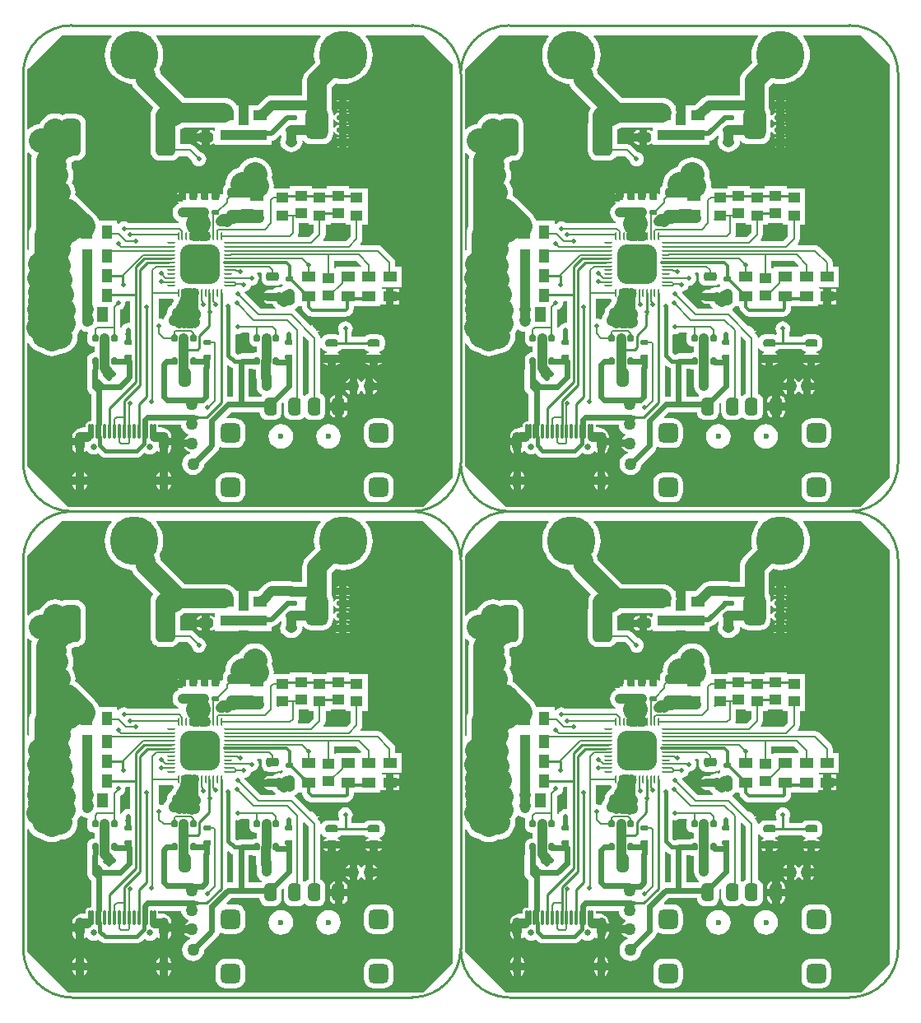
<source format=gtl>
G04*
G04 #@! TF.GenerationSoftware,Altium Limited,Altium Designer,20.2.3 (150)*
G04*
G04 Layer_Physical_Order=1*
G04 Layer_Color=255*
%FSLAX44Y44*%
%MOMM*%
G71*
G04*
G04 #@! TF.SameCoordinates,C1CC25AD-0FF3-43E4-BDA3-AC1D03E08D52*
G04*
G04*
G04 #@! TF.FilePolarity,Positive*
G04*
G01*
G75*
G04:AMPARAMS|DCode=10|XSize=0.4064mm|YSize=0.4064mm|CornerRadius=0.2032mm|HoleSize=0mm|Usage=FLASHONLY|Rotation=90.000|XOffset=0mm|YOffset=0mm|HoleType=Round|Shape=RoundedRectangle|*
%AMROUNDEDRECTD10*
21,1,0.4064,0.0000,0,0,90.0*
21,1,0.0000,0.4064,0,0,90.0*
1,1,0.4064,0.0000,0.0000*
1,1,0.4064,0.0000,0.0000*
1,1,0.4064,0.0000,0.0000*
1,1,0.4064,0.0000,0.0000*
%
%ADD10ROUNDEDRECTD10*%
G04:AMPARAMS|DCode=11|XSize=0.762mm|YSize=0.5588mm|CornerRadius=0.1397mm|HoleSize=0mm|Usage=FLASHONLY|Rotation=0.000|XOffset=0mm|YOffset=0mm|HoleType=Round|Shape=RoundedRectangle|*
%AMROUNDEDRECTD11*
21,1,0.7620,0.2794,0,0,0.0*
21,1,0.4826,0.5588,0,0,0.0*
1,1,0.2794,0.2413,-0.1397*
1,1,0.2794,-0.2413,-0.1397*
1,1,0.2794,-0.2413,0.1397*
1,1,0.2794,0.2413,0.1397*
%
%ADD11ROUNDEDRECTD11*%
%ADD12R,1.4000X1.1000*%
%ADD13R,1.3000X1.0000*%
G04:AMPARAMS|DCode=14|XSize=1.27mm|YSize=0.762mm|CornerRadius=0.1905mm|HoleSize=0mm|Usage=FLASHONLY|Rotation=0.000|XOffset=0mm|YOffset=0mm|HoleType=Round|Shape=RoundedRectangle|*
%AMROUNDEDRECTD14*
21,1,1.2700,0.3810,0,0,0.0*
21,1,0.8890,0.7620,0,0,0.0*
1,1,0.3810,0.4445,-0.1905*
1,1,0.3810,-0.4445,-0.1905*
1,1,0.3810,-0.4445,0.1905*
1,1,0.3810,0.4445,0.1905*
%
%ADD14ROUNDEDRECTD14*%
G04:AMPARAMS|DCode=15|XSize=2.032mm|YSize=2.032mm|CornerRadius=0.508mm|HoleSize=0mm|Usage=FLASHONLY|Rotation=0.000|XOffset=0mm|YOffset=0mm|HoleType=Round|Shape=RoundedRectangle|*
%AMROUNDEDRECTD15*
21,1,2.0320,1.0160,0,0,0.0*
21,1,1.0160,2.0320,0,0,0.0*
1,1,1.0160,0.5080,-0.5080*
1,1,1.0160,-0.5080,-0.5080*
1,1,1.0160,-0.5080,0.5080*
1,1,1.0160,0.5080,0.5080*
%
%ADD15ROUNDEDRECTD15*%
G04:AMPARAMS|DCode=16|XSize=1.27mm|YSize=1.8mm|CornerRadius=0.3175mm|HoleSize=0mm|Usage=FLASHONLY|Rotation=0.000|XOffset=0mm|YOffset=0mm|HoleType=Round|Shape=RoundedRectangle|*
%AMROUNDEDRECTD16*
21,1,1.2700,1.1650,0,0,0.0*
21,1,0.6350,1.8000,0,0,0.0*
1,1,0.6350,0.3175,-0.5825*
1,1,0.6350,-0.3175,-0.5825*
1,1,0.6350,-0.3175,0.5825*
1,1,0.6350,0.3175,0.5825*
%
%ADD16ROUNDEDRECTD16*%
G04:AMPARAMS|DCode=17|XSize=0.6096mm|YSize=0.762mm|CornerRadius=0.1524mm|HoleSize=0mm|Usage=FLASHONLY|Rotation=0.000|XOffset=0mm|YOffset=0mm|HoleType=Round|Shape=RoundedRectangle|*
%AMROUNDEDRECTD17*
21,1,0.6096,0.4572,0,0,0.0*
21,1,0.3048,0.7620,0,0,0.0*
1,1,0.3048,0.1524,-0.2286*
1,1,0.3048,-0.1524,-0.2286*
1,1,0.3048,-0.1524,0.2286*
1,1,0.3048,0.1524,0.2286*
%
%ADD17ROUNDEDRECTD17*%
%ADD18R,1.1000X1.4000*%
%ADD19O,1.3000X0.5000*%
G04:AMPARAMS|DCode=20|XSize=3.2mm|YSize=2.3mm|CornerRadius=0.575mm|HoleSize=0mm|Usage=FLASHONLY|Rotation=270.000|XOffset=0mm|YOffset=0mm|HoleType=Round|Shape=RoundedRectangle|*
%AMROUNDEDRECTD20*
21,1,3.2000,1.1500,0,0,270.0*
21,1,2.0500,2.3000,0,0,270.0*
1,1,1.1500,-0.5750,-1.0250*
1,1,1.1500,-0.5750,1.0250*
1,1,1.1500,0.5750,1.0250*
1,1,1.1500,0.5750,-1.0250*
%
%ADD20ROUNDEDRECTD20*%
G04:AMPARAMS|DCode=21|XSize=3.81mm|YSize=2.032mm|CornerRadius=0.508mm|HoleSize=0mm|Usage=FLASHONLY|Rotation=270.000|XOffset=0mm|YOffset=0mm|HoleType=Round|Shape=RoundedRectangle|*
%AMROUNDEDRECTD21*
21,1,3.8100,1.0160,0,0,270.0*
21,1,2.7940,2.0320,0,0,270.0*
1,1,1.0160,-0.5080,-1.3970*
1,1,1.0160,-0.5080,1.3970*
1,1,1.0160,0.5080,1.3970*
1,1,1.0160,0.5080,-1.3970*
%
%ADD21ROUNDEDRECTD21*%
G04:AMPARAMS|DCode=22|XSize=1.5mm|YSize=1mm|CornerRadius=0.25mm|HoleSize=0mm|Usage=FLASHONLY|Rotation=180.000|XOffset=0mm|YOffset=0mm|HoleType=Round|Shape=RoundedRectangle|*
%AMROUNDEDRECTD22*
21,1,1.5000,0.5000,0,0,180.0*
21,1,1.0000,1.0000,0,0,180.0*
1,1,0.5000,-0.5000,0.2500*
1,1,0.5000,0.5000,0.2500*
1,1,0.5000,0.5000,-0.2500*
1,1,0.5000,-0.5000,-0.2500*
%
%ADD22ROUNDEDRECTD22*%
G04:AMPARAMS|DCode=23|XSize=0.84mm|YSize=0.22mm|CornerRadius=0.055mm|HoleSize=0mm|Usage=FLASHONLY|Rotation=180.000|XOffset=0mm|YOffset=0mm|HoleType=Round|Shape=RoundedRectangle|*
%AMROUNDEDRECTD23*
21,1,0.8400,0.1100,0,0,180.0*
21,1,0.7300,0.2200,0,0,180.0*
1,1,0.1100,-0.3650,0.0550*
1,1,0.1100,0.3650,0.0550*
1,1,0.1100,0.3650,-0.0550*
1,1,0.1100,-0.3650,-0.0550*
%
%ADD23ROUNDEDRECTD23*%
G04:AMPARAMS|DCode=24|XSize=0.84mm|YSize=0.22mm|CornerRadius=0.055mm|HoleSize=0mm|Usage=FLASHONLY|Rotation=90.000|XOffset=0mm|YOffset=0mm|HoleType=Round|Shape=RoundedRectangle|*
%AMROUNDEDRECTD24*
21,1,0.8400,0.1100,0,0,90.0*
21,1,0.7300,0.2200,0,0,90.0*
1,1,0.1100,0.0550,0.3650*
1,1,0.1100,0.0550,-0.3650*
1,1,0.1100,-0.0550,-0.3650*
1,1,0.1100,-0.0550,0.3650*
%
%ADD24ROUNDEDRECTD24*%
G04:AMPARAMS|DCode=25|XSize=4.064mm|YSize=4.064mm|CornerRadius=1.016mm|HoleSize=0mm|Usage=FLASHONLY|Rotation=90.000|XOffset=0mm|YOffset=0mm|HoleType=Round|Shape=RoundedRectangle|*
%AMROUNDEDRECTD25*
21,1,4.0640,2.0320,0,0,90.0*
21,1,2.0320,4.0640,0,0,90.0*
1,1,2.0320,1.0160,1.0160*
1,1,2.0320,1.0160,-1.0160*
1,1,2.0320,-1.0160,-1.0160*
1,1,2.0320,-1.0160,1.0160*
%
%ADD25ROUNDEDRECTD25*%
G04:AMPARAMS|DCode=26|XSize=1.3mm|YSize=0.9mm|CornerRadius=0.225mm|HoleSize=0mm|Usage=FLASHONLY|Rotation=180.000|XOffset=0mm|YOffset=0mm|HoleType=Round|Shape=RoundedRectangle|*
%AMROUNDEDRECTD26*
21,1,1.3000,0.4500,0,0,180.0*
21,1,0.8500,0.9000,0,0,180.0*
1,1,0.4500,-0.4250,0.2250*
1,1,0.4500,0.4250,0.2250*
1,1,0.4500,0.4250,-0.2250*
1,1,0.4500,-0.4250,-0.2250*
%
%ADD26ROUNDEDRECTD26*%
G04:AMPARAMS|DCode=27|XSize=0.9561mm|YSize=1.6098mm|CornerRadius=0.239mm|HoleSize=0mm|Usage=FLASHONLY|Rotation=90.000|XOffset=0mm|YOffset=0mm|HoleType=Round|Shape=RoundedRectangle|*
%AMROUNDEDRECTD27*
21,1,0.9561,1.1318,0,0,90.0*
21,1,0.4780,1.6098,0,0,90.0*
1,1,0.4780,0.5659,0.2390*
1,1,0.4780,0.5659,-0.2390*
1,1,0.4780,-0.5659,-0.2390*
1,1,0.4780,-0.5659,0.2390*
%
%ADD27ROUNDEDRECTD27*%
G04:AMPARAMS|DCode=28|XSize=1.5mm|YSize=0.3mm|CornerRadius=0.075mm|HoleSize=0mm|Usage=FLASHONLY|Rotation=90.000|XOffset=0mm|YOffset=0mm|HoleType=Round|Shape=RoundedRectangle|*
%AMROUNDEDRECTD28*
21,1,1.5000,0.1500,0,0,90.0*
21,1,1.3500,0.3000,0,0,90.0*
1,1,0.1500,0.0750,0.6750*
1,1,0.1500,0.0750,-0.6750*
1,1,0.1500,-0.0750,-0.6750*
1,1,0.1500,-0.0750,0.6750*
%
%ADD28ROUNDEDRECTD28*%
%ADD29C,0.2000*%
%ADD30C,1.0000*%
%ADD31C,0.2540*%
%ADD32C,0.5000*%
%ADD33C,0.6000*%
%ADD34C,0.4000*%
%ADD35C,0.3000*%
%ADD36C,2.5400*%
%ADD37C,3.0000*%
%ADD38C,2.0000*%
%ADD39C,0.2540*%
%ADD40C,0.6000*%
%ADD41C,5.0000*%
%ADD42C,0.6500*%
%ADD43O,1.0000X1.6000*%
%ADD44O,1.0000X2.1000*%
%ADD45C,0.5000*%
%ADD46C,1.2700*%
G36*
X891724Y959973D02*
Y534777D01*
X861625Y504678D01*
X496754D01*
X454463Y546969D01*
Y672735D01*
X455733Y673053D01*
X456766Y671120D01*
X458978Y668425D01*
X461673Y666213D01*
X464748Y664570D01*
X468085Y663558D01*
X468532Y663514D01*
X469420Y662784D01*
X472495Y661141D01*
X475832Y660129D01*
X479301Y659787D01*
X482771Y660129D01*
X486108Y661141D01*
X488329Y662328D01*
X491788Y662669D01*
X495125Y663681D01*
X498200Y665324D01*
X500895Y667536D01*
X503107Y670231D01*
X504750Y673306D01*
X505762Y676643D01*
X506104Y680113D01*
X505855Y682638D01*
X506409Y683312D01*
X508052Y686387D01*
X508113Y686589D01*
X509579Y687044D01*
X510997Y685956D01*
X513429Y684948D01*
X515928Y684620D01*
X516110Y684488D01*
X516752Y683418D01*
X516288Y682297D01*
X516064Y680594D01*
Y676022D01*
X516288Y674319D01*
X516945Y672732D01*
X517991Y671369D01*
X519354Y670323D01*
X520941Y669666D01*
X522644Y669442D01*
X523734D01*
Y663298D01*
X522644D01*
X520941Y663074D01*
X519354Y662417D01*
X517991Y661371D01*
X516945Y660008D01*
X516288Y658421D01*
X516064Y656718D01*
Y652778D01*
X515776Y638630D01*
X515593Y629577D01*
X515643Y629120D01*
X515513Y628293D01*
X515736Y626198D01*
X516494Y624232D01*
X517734Y622530D01*
X519639Y620528D01*
X519807Y620392D01*
Y593331D01*
X518780Y592254D01*
X517280D01*
X515996Y591999D01*
X514908Y591272D01*
X514181Y590184D01*
X513926Y588900D01*
Y586399D01*
X511976D01*
X509365Y586056D01*
X506932Y585048D01*
X506350Y584601D01*
X506312Y584596D01*
X504478Y583836D01*
X502902Y582628D01*
X501694Y581053D01*
X500934Y579218D01*
X500675Y577250D01*
Y575750D01*
X508280D01*
Y571750D01*
X512280D01*
Y559815D01*
X513658Y560872D01*
X514407Y561849D01*
X515904Y561916D01*
X515964Y561886D01*
X516746Y560866D01*
X518469Y559544D01*
X520476Y558712D01*
X522630Y558429D01*
X524784Y558712D01*
X526791Y559544D01*
X527070Y559758D01*
X529336Y557491D01*
X530798Y556370D01*
X532501Y555664D01*
X534328Y555424D01*
X566840D01*
X568667Y555664D01*
X570370Y556370D01*
X571832Y557491D01*
X574920Y560579D01*
X576269Y559544D01*
X578276Y558712D01*
X580430Y558429D01*
X582584Y558712D01*
X584591Y559544D01*
X586314Y560866D01*
X587096Y561886D01*
X587156Y561916D01*
X588653Y561849D01*
X589402Y560872D01*
X590780Y559815D01*
Y571750D01*
X594780D01*
Y575750D01*
X602385D01*
Y577250D01*
X602126Y579218D01*
X601366Y581053D01*
X600158Y582628D01*
X598582Y583836D01*
X598414Y583906D01*
X596910Y585060D01*
X594477Y586068D01*
X591867Y586411D01*
X589399D01*
X589356Y586476D01*
X589134Y586624D01*
Y588832D01*
X612442D01*
X612678Y587037D01*
X613822Y584276D01*
X615641Y581905D01*
X618012Y580086D01*
X619774Y579356D01*
Y577981D01*
X619253Y577765D01*
X617396Y576340D01*
X615971Y574483D01*
X615770Y574000D01*
X623736D01*
Y566000D01*
X615770D01*
X615971Y565517D01*
X617396Y563660D01*
X619253Y562235D01*
X621415Y561339D01*
X622127Y561245D01*
Y559964D01*
X621897Y559934D01*
X619136Y558790D01*
X616765Y556971D01*
X614946Y554600D01*
X613802Y551839D01*
X613412Y548876D01*
X613802Y545913D01*
X614946Y543152D01*
X616765Y540781D01*
X619136Y538962D01*
X621897Y537818D01*
X624860Y537428D01*
X627823Y537818D01*
X630584Y538962D01*
X632955Y540781D01*
X634774Y543152D01*
X635918Y545913D01*
X636308Y548876D01*
X636304Y548908D01*
X649762Y562366D01*
X651044Y564038D01*
X651850Y565984D01*
X651870Y566139D01*
X652982Y566697D01*
X653218Y566646D01*
X655599Y565659D01*
X658230Y565313D01*
X668390D01*
X671021Y565659D01*
X673474Y566675D01*
X675579Y568291D01*
X677195Y570396D01*
X678211Y572849D01*
X678557Y575480D01*
Y585640D01*
X678211Y588271D01*
X677195Y590723D01*
X675579Y592829D01*
X673474Y594445D01*
X671021Y595461D01*
X668390Y595807D01*
X659598D01*
X659072Y597077D01*
X664035Y602040D01*
X693149D01*
X693420Y599981D01*
X694244Y597992D01*
X695555Y596284D01*
X697262Y594974D01*
X699251Y594150D01*
X701385Y593870D01*
X707735D01*
X709869Y594150D01*
X711858Y594974D01*
X713566Y596284D01*
X714876Y597992D01*
X715700Y599981D01*
X715981Y602115D01*
Y610763D01*
X716966Y611749D01*
X718139Y611263D01*
Y602115D01*
X718420Y599981D01*
X719244Y597992D01*
X720555Y596284D01*
X722262Y594974D01*
X724251Y594150D01*
X726385Y593870D01*
X732735D01*
X734869Y594150D01*
X736858Y594974D01*
X738566Y596284D01*
X738925Y596753D01*
X740195D01*
X740555Y596284D01*
X742262Y594974D01*
X744251Y594150D01*
X746385Y593870D01*
X752735D01*
X754869Y594150D01*
X756858Y594974D01*
X758566Y596284D01*
X759876Y597992D01*
X760700Y599981D01*
X760981Y602115D01*
Y613765D01*
X760700Y615899D01*
X759876Y617888D01*
X758566Y619595D01*
X756858Y620906D01*
X755677Y621395D01*
Y667771D01*
X756947Y668024D01*
X757023Y667841D01*
X758130Y666398D01*
X759573Y665292D01*
X761252Y664596D01*
X762010Y664496D01*
X762052Y663210D01*
X761321Y663064D01*
X759850Y662082D01*
X759109Y660972D01*
X767500D01*
X775891D01*
X775150Y662082D01*
X774144Y662754D01*
X773798Y663270D01*
X773571Y663422D01*
X773966Y664686D01*
X775427Y665292D01*
X776870Y666398D01*
X777205Y666835D01*
X800975D01*
X801310Y666398D01*
X802753Y665292D01*
X804432Y664596D01*
X805190Y664496D01*
X805232Y663210D01*
X804501Y663064D01*
X803030Y662082D01*
X802289Y660972D01*
X810680D01*
X819071D01*
X818330Y662082D01*
X816859Y663064D01*
X816128Y663210D01*
X816170Y664496D01*
X816928Y664596D01*
X818607Y665292D01*
X820050Y666398D01*
X821156Y667841D01*
X821852Y669520D01*
X822090Y671323D01*
Y675133D01*
X821852Y676936D01*
X821156Y678615D01*
X820050Y680058D01*
X818607Y681164D01*
X816928Y681860D01*
X815125Y682098D01*
X806235D01*
X804432Y681860D01*
X802753Y681164D01*
X801310Y680058D01*
X800975Y679621D01*
X787863D01*
Y683971D01*
X788021Y684178D01*
X788777Y686002D01*
X789035Y687960D01*
X788777Y689918D01*
X788021Y691742D01*
X786819Y693309D01*
X785252Y694511D01*
X783428Y695267D01*
X781470Y695525D01*
X779512Y695267D01*
X777688Y694511D01*
X776121Y693309D01*
X774919Y691742D01*
X774163Y689918D01*
X773905Y687960D01*
X774163Y686002D01*
X774919Y684178D01*
X775077Y683971D01*
Y682452D01*
X774021Y681747D01*
X773748Y681860D01*
X771945Y682098D01*
X763055D01*
X761252Y681860D01*
X759573Y681164D01*
X758130Y680058D01*
X757023Y678615D01*
X756902Y678323D01*
X756778Y678312D01*
X755614Y678532D01*
X755212Y680555D01*
X753886Y682540D01*
X752661Y683764D01*
X753079Y685143D01*
X753592Y685244D01*
X754710Y685992D01*
X751625D01*
Y689992D01*
X747625D01*
Y693077D01*
X746877Y691958D01*
X746776Y691446D01*
X745397Y691028D01*
X729789Y706637D01*
X729658Y706724D01*
X729541Y707222D01*
X729552Y707825D01*
X729692Y708229D01*
X731452Y709580D01*
X732301Y710686D01*
X736814D01*
Y710439D01*
X737037Y708742D01*
X737692Y707161D01*
X738734Y705803D01*
X742163Y702374D01*
X743521Y701332D01*
X745102Y700677D01*
X746799Y700454D01*
X781978D01*
X783675Y700677D01*
X785256Y701332D01*
X786614Y702374D01*
X788011Y703771D01*
X789053Y705129D01*
X789708Y706710D01*
X789931Y708407D01*
Y710686D01*
X817600D01*
Y711897D01*
X817650Y713146D01*
X818870Y713146D01*
X823190D01*
Y721186D01*
Y729226D01*
X819185D01*
X818623Y730496D01*
X818795Y730686D01*
X839190D01*
Y751686D01*
X832800D01*
Y755935D01*
X832334Y758276D01*
X831008Y760261D01*
X818943Y772326D01*
X816958Y773652D01*
X814617Y774118D01*
X797166D01*
X796680Y775291D01*
X797226Y775836D01*
X798552Y777821D01*
X799017Y780162D01*
Y794580D01*
X804400D01*
Y812580D01*
Y832580D01*
X785350D01*
Y834580D01*
X762350D01*
Y832580D01*
X747250D01*
Y834580D01*
X724250D01*
Y832580D01*
X708520D01*
X707667Y833521D01*
X707780Y834671D01*
X707438Y838141D01*
X706426Y841478D01*
X705663Y842907D01*
X706002Y846356D01*
X705660Y849825D01*
X704648Y853162D01*
X703005Y856237D01*
X700793Y858932D01*
X698098Y861144D01*
X695023Y862787D01*
X691686Y863799D01*
X688216Y864141D01*
X684747Y863799D01*
X681410Y862787D01*
X678335Y861144D01*
X675640Y858932D01*
X673428Y856237D01*
X672127Y853802D01*
X669091Y852881D01*
X666016Y851238D01*
X663321Y849026D01*
X661109Y846331D01*
X659466Y843256D01*
X658454Y839919D01*
X658112Y836450D01*
X658173Y835829D01*
X657510Y835321D01*
X656326Y833777D01*
X655581Y831979D01*
X655327Y830050D01*
Y826582D01*
X654119Y825919D01*
X653936Y825970D01*
X653371Y826815D01*
X652120Y827652D01*
Y822580D01*
X644120D01*
Y827652D01*
X642869Y826815D01*
X641941D01*
X640690Y827652D01*
Y822580D01*
X632690D01*
Y827652D01*
X631439Y826815D01*
X630511D01*
X629260Y827652D01*
Y822580D01*
X621260D01*
Y827652D01*
X620009Y826815D01*
X619081D01*
X617830Y827652D01*
Y822580D01*
X613830D01*
Y818580D01*
X608421D01*
X608578Y818345D01*
X609485Y817739D01*
X609473Y816408D01*
X609451Y816350D01*
X608787Y816075D01*
X606698Y814472D01*
X605095Y812383D01*
X604087Y809950D01*
X603744Y807340D01*
X604087Y804730D01*
X605095Y802297D01*
X606698Y800208D01*
X608787Y798605D01*
X609722Y798217D01*
X609470Y796947D01*
X557980D01*
X557414Y797381D01*
X555590Y798137D01*
X553632Y798395D01*
X551674Y798137D01*
X549850Y797381D01*
X548283Y796179D01*
X547970Y795771D01*
X546700Y796202D01*
Y799020D01*
X527948D01*
X527687Y799881D01*
X526044Y802956D01*
X523832Y805651D01*
X523832Y805651D01*
X507331Y822152D01*
X504636Y824364D01*
X503439Y825003D01*
X503691Y827560D01*
X503349Y831029D01*
X502337Y834366D01*
X500694Y837441D01*
X500135Y838121D01*
X500559Y838914D01*
X501571Y842251D01*
X501913Y845721D01*
X501571Y849190D01*
X500559Y852527D01*
X499997Y853579D01*
X500240Y856045D01*
X499945Y859036D01*
X501016Y859361D01*
X503233Y860546D01*
X504370D01*
X507001Y860892D01*
X509454Y861908D01*
X511559Y863524D01*
X513175Y865630D01*
X514190Y868082D01*
X514537Y870713D01*
Y898653D01*
X514190Y901284D01*
X513175Y903736D01*
X511559Y905842D01*
X509454Y907458D01*
X507001Y908474D01*
X504370Y908820D01*
X494210D01*
X491579Y908474D01*
X490215Y907908D01*
X490045Y907999D01*
X486708Y909011D01*
X483238Y909353D01*
X479769Y909011D01*
X476432Y907999D01*
X473357Y906356D01*
X470662Y904144D01*
X468450Y901449D01*
X466945Y898633D01*
X465291Y898470D01*
X461954Y897458D01*
X458879Y895815D01*
X456184Y893603D01*
X455659Y892963D01*
X454463Y893391D01*
Y954701D01*
X455225Y955655D01*
X455733Y956163D01*
X455733Y956163D01*
X489642Y990072D01*
X540395D01*
X540927Y988919D01*
X539573Y987334D01*
X537106Y983308D01*
X535299Y978945D01*
X534197Y974353D01*
X533826Y969646D01*
X534197Y964939D01*
X535299Y960347D01*
X537106Y955984D01*
X539573Y951958D01*
X542640Y948367D01*
X546231Y945300D01*
X550257Y942833D01*
X554620Y941026D01*
X559212Y939924D01*
X561923Y939710D01*
X562315Y938418D01*
X563708Y935812D01*
X565583Y933528D01*
X584019Y915092D01*
X583758Y914774D01*
X582365Y912168D01*
X581507Y909341D01*
X581217Y906400D01*
Y899978D01*
X581043Y898653D01*
Y870713D01*
X581390Y868082D01*
X582405Y865630D01*
X584021Y863524D01*
X586127Y861908D01*
X588579Y860892D01*
X591210Y860546D01*
X601370D01*
X604001Y860892D01*
X606454Y861908D01*
X608559Y863524D01*
X610149Y865595D01*
X618932D01*
X623448Y861079D01*
X623541Y860373D01*
X624297Y858549D01*
X625499Y856982D01*
X627066Y855780D01*
X628890Y855024D01*
X630848Y854766D01*
X632806Y855024D01*
X634630Y855780D01*
X636197Y856982D01*
X637399Y858549D01*
X638155Y860373D01*
X638413Y862331D01*
X638155Y864289D01*
X637399Y866113D01*
X636197Y867680D01*
X634630Y868882D01*
X632806Y869638D01*
X632099Y869731D01*
X625792Y876039D01*
X623807Y877365D01*
X621466Y877831D01*
X611537D01*
Y892864D01*
X613714Y894028D01*
X615151Y895207D01*
X637602D01*
X637961Y895171D01*
X647550D01*
Y891657D01*
X646280Y891186D01*
X644927Y892091D01*
X642960Y892482D01*
X641960D01*
Y884843D01*
Y877205D01*
X642960D01*
X644927Y877596D01*
X646280Y878500D01*
X647550Y878029D01*
Y877010D01*
X671550D01*
Y877424D01*
X681840D01*
Y877010D01*
X705840D01*
Y881231D01*
X707369Y881433D01*
X709193Y882188D01*
X710760Y883391D01*
X714404Y887034D01*
X715674Y886508D01*
Y884118D01*
X715209Y883512D01*
X714453Y881688D01*
X714195Y879730D01*
X714453Y877772D01*
X715209Y875948D01*
X716411Y874381D01*
X717978Y873179D01*
X718278Y873055D01*
X718628Y872598D01*
X720717Y870995D01*
X723149Y869987D01*
X725760Y869644D01*
X728371Y869987D01*
X730803Y870995D01*
X732892Y872598D01*
X733242Y873055D01*
X733542Y873179D01*
X735109Y874381D01*
X736311Y875948D01*
X737067Y877772D01*
X737325Y879730D01*
X737162Y880968D01*
X738376Y881471D01*
X738843Y880863D01*
X741089Y879140D01*
X743704Y878057D01*
X746510Y877687D01*
X758010D01*
X760816Y878057D01*
X763431Y879140D01*
X765677Y880863D01*
X767400Y883109D01*
X768483Y885724D01*
X768853Y888530D01*
Y890087D01*
X769474Y890289D01*
X770123Y890298D01*
X771126Y888796D01*
X772794Y887682D01*
X774760Y887291D01*
X774760D01*
Y892430D01*
Y897569D01*
X774760D01*
X772794Y897178D01*
X771126Y896064D01*
X770123Y894562D01*
X769474Y894571D01*
X768853Y894773D01*
Y902787D01*
X769474Y902989D01*
X770123Y902998D01*
X771126Y901496D01*
X772794Y900382D01*
X774760Y899991D01*
X774760D01*
Y905130D01*
Y910269D01*
X774760D01*
X772794Y909878D01*
X771126Y908764D01*
X770123Y907262D01*
X769474Y907271D01*
X768853Y907473D01*
Y909030D01*
X768483Y911836D01*
X767400Y914451D01*
X767333Y914539D01*
Y936479D01*
X771494Y940640D01*
X774476Y939924D01*
X779184Y939553D01*
X783892Y939924D01*
X788483Y941026D01*
X792846Y942833D01*
X796872Y945300D01*
X800463Y948367D01*
X803530Y951958D01*
X805997Y955984D01*
X807804Y960347D01*
X808906Y964939D01*
X809277Y969646D01*
X808906Y974353D01*
X807804Y978945D01*
X805997Y983308D01*
X803530Y987334D01*
X802176Y988919D01*
X802708Y990072D01*
X861625D01*
X891724Y959973D01*
D02*
G37*
G36*
X441724D02*
Y534777D01*
X411625Y504678D01*
X46754D01*
X4463Y546969D01*
Y672735D01*
X5733Y673053D01*
X6766Y671120D01*
X8978Y668425D01*
X11673Y666213D01*
X14748Y664570D01*
X18085Y663558D01*
X18532Y663514D01*
X19420Y662784D01*
X22495Y661141D01*
X25832Y660129D01*
X29302Y659787D01*
X32771Y660129D01*
X36108Y661141D01*
X38329Y662328D01*
X41788Y662669D01*
X45125Y663681D01*
X48200Y665324D01*
X50895Y667536D01*
X53107Y670231D01*
X54750Y673306D01*
X55762Y676643D01*
X56104Y680113D01*
X55855Y682638D01*
X56409Y683312D01*
X58052Y686387D01*
X58113Y686589D01*
X59579Y687044D01*
X60997Y685956D01*
X63429Y684948D01*
X65928Y684620D01*
X66110Y684488D01*
X66752Y683418D01*
X66288Y682297D01*
X66064Y680594D01*
Y676022D01*
X66288Y674319D01*
X66945Y672732D01*
X67991Y671369D01*
X69354Y670323D01*
X70941Y669666D01*
X72644Y669442D01*
X73734D01*
Y663298D01*
X72644D01*
X70941Y663074D01*
X69354Y662417D01*
X67991Y661371D01*
X66945Y660008D01*
X66288Y658421D01*
X66064Y656718D01*
Y652778D01*
X65776Y638630D01*
X65593Y629577D01*
X65643Y629120D01*
X65513Y628293D01*
X65736Y626198D01*
X66494Y624232D01*
X67734Y622530D01*
X69639Y620528D01*
X69807Y620392D01*
Y593331D01*
X68780Y592254D01*
X67280D01*
X65996Y591999D01*
X64908Y591272D01*
X64181Y590184D01*
X63925Y588900D01*
Y586399D01*
X61975D01*
X59365Y586056D01*
X56932Y585048D01*
X56350Y584601D01*
X56312Y584596D01*
X54478Y583836D01*
X52902Y582628D01*
X51694Y581053D01*
X50934Y579218D01*
X50675Y577250D01*
Y575750D01*
X58280D01*
Y571750D01*
X62280D01*
Y559815D01*
X63658Y560872D01*
X64407Y561849D01*
X65904Y561916D01*
X65964Y561886D01*
X66746Y560866D01*
X68469Y559544D01*
X70476Y558712D01*
X72630Y558429D01*
X74784Y558712D01*
X76791Y559544D01*
X77070Y559758D01*
X79336Y557491D01*
X80798Y556370D01*
X82501Y555664D01*
X84328Y555424D01*
X116840D01*
X118667Y555664D01*
X120370Y556370D01*
X121832Y557491D01*
X124920Y560579D01*
X126269Y559544D01*
X128276Y558712D01*
X130430Y558429D01*
X132584Y558712D01*
X134591Y559544D01*
X136314Y560866D01*
X137096Y561886D01*
X137156Y561916D01*
X138653Y561849D01*
X139402Y560872D01*
X140780Y559815D01*
Y571750D01*
X144780D01*
Y575750D01*
X152385D01*
Y577250D01*
X152126Y579218D01*
X151366Y581053D01*
X150158Y582628D01*
X148582Y583836D01*
X148414Y583906D01*
X146910Y585060D01*
X144478Y586068D01*
X141867Y586411D01*
X139399D01*
X139356Y586476D01*
X139134Y586624D01*
Y588832D01*
X162442D01*
X162678Y587037D01*
X163822Y584276D01*
X165641Y581905D01*
X168012Y580086D01*
X169774Y579356D01*
Y577981D01*
X169253Y577765D01*
X167396Y576340D01*
X165971Y574483D01*
X165770Y574000D01*
X173736D01*
Y566000D01*
X165770D01*
X165971Y565517D01*
X167396Y563660D01*
X169253Y562235D01*
X171415Y561339D01*
X172127Y561245D01*
Y559964D01*
X171897Y559934D01*
X169136Y558790D01*
X166765Y556971D01*
X164946Y554600D01*
X163802Y551839D01*
X163412Y548876D01*
X163802Y545913D01*
X164946Y543152D01*
X166765Y540781D01*
X169136Y538962D01*
X171897Y537818D01*
X174860Y537428D01*
X177823Y537818D01*
X180584Y538962D01*
X182955Y540781D01*
X184774Y543152D01*
X185918Y545913D01*
X186308Y548876D01*
X186304Y548908D01*
X199762Y562366D01*
X201044Y564038D01*
X201850Y565984D01*
X201870Y566139D01*
X202983Y566697D01*
X203218Y566646D01*
X205599Y565659D01*
X208230Y565313D01*
X218390D01*
X221021Y565659D01*
X223473Y566675D01*
X225579Y568291D01*
X227195Y570396D01*
X228211Y572849D01*
X228557Y575480D01*
Y585640D01*
X228211Y588271D01*
X227195Y590723D01*
X225579Y592829D01*
X223473Y594445D01*
X221021Y595461D01*
X218390Y595807D01*
X209598D01*
X209072Y597077D01*
X214035Y602040D01*
X243149D01*
X243420Y599981D01*
X244244Y597992D01*
X245555Y596284D01*
X247262Y594974D01*
X249251Y594150D01*
X251385Y593870D01*
X257735D01*
X259869Y594150D01*
X261858Y594974D01*
X263566Y596284D01*
X264876Y597992D01*
X265700Y599981D01*
X265980Y602115D01*
Y610763D01*
X266966Y611749D01*
X268139Y611263D01*
Y602115D01*
X268420Y599981D01*
X269244Y597992D01*
X270555Y596284D01*
X272262Y594974D01*
X274251Y594150D01*
X276385Y593870D01*
X282735D01*
X284869Y594150D01*
X286858Y594974D01*
X288566Y596284D01*
X288925Y596753D01*
X290195D01*
X290555Y596284D01*
X292262Y594974D01*
X294251Y594150D01*
X296385Y593870D01*
X302735D01*
X304869Y594150D01*
X306858Y594974D01*
X308566Y596284D01*
X309876Y597992D01*
X310700Y599981D01*
X310980Y602115D01*
Y613765D01*
X310700Y615899D01*
X309876Y617888D01*
X308566Y619595D01*
X306858Y620906D01*
X305678Y621395D01*
Y667771D01*
X306947Y668024D01*
X307024Y667841D01*
X308130Y666398D01*
X309573Y665292D01*
X311252Y664596D01*
X312010Y664496D01*
X312052Y663210D01*
X311321Y663064D01*
X309850Y662082D01*
X309109Y660972D01*
X317500D01*
X325891D01*
X325150Y662082D01*
X324143Y662754D01*
X323798Y663270D01*
X323571Y663422D01*
X323966Y664686D01*
X325427Y665292D01*
X326870Y666398D01*
X327205Y666835D01*
X350975D01*
X351310Y666398D01*
X352753Y665292D01*
X354432Y664596D01*
X355190Y664496D01*
X355232Y663210D01*
X354501Y663064D01*
X353030Y662082D01*
X352289Y660972D01*
X360680D01*
X369071D01*
X368330Y662082D01*
X366859Y663064D01*
X366128Y663210D01*
X366170Y664496D01*
X366928Y664596D01*
X368607Y665292D01*
X370050Y666398D01*
X371157Y667841D01*
X371852Y669520D01*
X372090Y671323D01*
Y675133D01*
X371852Y676936D01*
X371157Y678615D01*
X370050Y680058D01*
X368607Y681164D01*
X366928Y681860D01*
X365125Y682098D01*
X356235D01*
X354432Y681860D01*
X352753Y681164D01*
X351310Y680058D01*
X350975Y679621D01*
X337863D01*
Y683971D01*
X338021Y684178D01*
X338777Y686002D01*
X339035Y687960D01*
X338777Y689918D01*
X338021Y691742D01*
X336819Y693309D01*
X335252Y694511D01*
X333428Y695267D01*
X331470Y695525D01*
X329512Y695267D01*
X327688Y694511D01*
X326121Y693309D01*
X324919Y691742D01*
X324163Y689918D01*
X323905Y687960D01*
X324163Y686002D01*
X324919Y684178D01*
X325077Y683971D01*
Y682452D01*
X324021Y681747D01*
X323748Y681860D01*
X321945Y682098D01*
X313055D01*
X311252Y681860D01*
X309573Y681164D01*
X308130Y680058D01*
X307024Y678615D01*
X306902Y678323D01*
X306779Y678312D01*
X305614Y678532D01*
X305212Y680555D01*
X303886Y682540D01*
X302661Y683764D01*
X303079Y685143D01*
X303591Y685244D01*
X304710Y685992D01*
X301625D01*
Y689992D01*
X297625D01*
Y693077D01*
X296877Y691958D01*
X296775Y691446D01*
X295397Y691028D01*
X279789Y706637D01*
X279658Y706724D01*
X279541Y707222D01*
X279552Y707825D01*
X279692Y708229D01*
X281452Y709580D01*
X282301Y710686D01*
X286814D01*
Y710439D01*
X287037Y708742D01*
X287692Y707161D01*
X288734Y705803D01*
X292163Y702374D01*
X293521Y701332D01*
X295102Y700677D01*
X296799Y700454D01*
X331978D01*
X333675Y700677D01*
X335256Y701332D01*
X336614Y702374D01*
X338011Y703771D01*
X339053Y705129D01*
X339708Y706710D01*
X339931Y708407D01*
Y710686D01*
X367600D01*
Y711897D01*
X367650Y713146D01*
X368870Y713146D01*
X373190D01*
Y721186D01*
Y729226D01*
X369185D01*
X368623Y730496D01*
X368795Y730686D01*
X389190D01*
Y751686D01*
X382799D01*
Y755935D01*
X382334Y758276D01*
X381008Y760261D01*
X368943Y772326D01*
X366958Y773652D01*
X364617Y774118D01*
X347166D01*
X346680Y775291D01*
X347226Y775836D01*
X348552Y777821D01*
X349017Y780162D01*
Y794580D01*
X354400D01*
Y812580D01*
Y832580D01*
X335350D01*
Y834580D01*
X312350D01*
Y832580D01*
X297250D01*
Y834580D01*
X274250D01*
Y832580D01*
X258520D01*
X257667Y833521D01*
X257780Y834671D01*
X257438Y838141D01*
X256426Y841478D01*
X255662Y842907D01*
X256002Y846356D01*
X255660Y849825D01*
X254648Y853162D01*
X253005Y856237D01*
X250793Y858932D01*
X248098Y861144D01*
X245023Y862787D01*
X241686Y863799D01*
X238216Y864141D01*
X234747Y863799D01*
X231410Y862787D01*
X228335Y861144D01*
X225640Y858932D01*
X223428Y856237D01*
X222127Y853802D01*
X219091Y852881D01*
X216016Y851238D01*
X213321Y849026D01*
X211109Y846331D01*
X209466Y843256D01*
X208454Y839919D01*
X208112Y836450D01*
X208173Y835829D01*
X207510Y835321D01*
X206326Y833777D01*
X205581Y831979D01*
X205327Y830050D01*
Y826582D01*
X204119Y825919D01*
X203936Y825970D01*
X203371Y826815D01*
X202120Y827652D01*
Y822580D01*
X194120D01*
Y827652D01*
X192869Y826815D01*
X191941D01*
X190690Y827652D01*
Y822580D01*
X182690D01*
Y827652D01*
X181439Y826815D01*
X180511D01*
X179260Y827652D01*
Y822580D01*
X171260D01*
Y827652D01*
X170009Y826815D01*
X169081D01*
X167830Y827652D01*
Y822580D01*
X163830D01*
Y818580D01*
X158421D01*
X158579Y818345D01*
X159485Y817739D01*
X159473Y816408D01*
X159451Y816350D01*
X158787Y816075D01*
X156698Y814472D01*
X155095Y812383D01*
X154087Y809950D01*
X153744Y807340D01*
X154087Y804730D01*
X155095Y802297D01*
X156698Y800208D01*
X158787Y798605D01*
X159722Y798217D01*
X159470Y796947D01*
X107980D01*
X107414Y797381D01*
X105590Y798137D01*
X103632Y798395D01*
X101674Y798137D01*
X99850Y797381D01*
X98283Y796179D01*
X97970Y795771D01*
X96700Y796202D01*
Y799020D01*
X77948D01*
X77687Y799881D01*
X76044Y802956D01*
X73832Y805651D01*
X73832Y805651D01*
X57331Y822152D01*
X54636Y824364D01*
X53439Y825003D01*
X53691Y827560D01*
X53349Y831029D01*
X52337Y834366D01*
X50694Y837441D01*
X50135Y838121D01*
X50559Y838914D01*
X51571Y842251D01*
X51913Y845721D01*
X51571Y849190D01*
X50559Y852527D01*
X49997Y853579D01*
X50240Y856045D01*
X49945Y859036D01*
X51016Y859361D01*
X53233Y860546D01*
X54370D01*
X57001Y860892D01*
X59454Y861908D01*
X61559Y863524D01*
X63175Y865630D01*
X64191Y868082D01*
X64537Y870713D01*
Y898653D01*
X64191Y901284D01*
X63175Y903736D01*
X61559Y905842D01*
X59454Y907458D01*
X57001Y908474D01*
X54370Y908820D01*
X44210D01*
X41579Y908474D01*
X40215Y907908D01*
X40045Y907999D01*
X36708Y909011D01*
X33238Y909353D01*
X29769Y909011D01*
X26432Y907999D01*
X23357Y906356D01*
X20662Y904144D01*
X18450Y901449D01*
X16946Y898633D01*
X15291Y898470D01*
X11954Y897458D01*
X8879Y895815D01*
X6184Y893603D01*
X5659Y892963D01*
X4463Y893391D01*
Y954701D01*
X5225Y955655D01*
X5733Y956163D01*
X5733Y956163D01*
X39642Y990072D01*
X90395D01*
X90927Y988919D01*
X89573Y987334D01*
X87106Y983308D01*
X85299Y978945D01*
X84197Y974353D01*
X83826Y969646D01*
X84197Y964939D01*
X85299Y960347D01*
X87106Y955984D01*
X89573Y951958D01*
X92640Y948367D01*
X96231Y945300D01*
X100257Y942833D01*
X104620Y941026D01*
X109212Y939924D01*
X111923Y939710D01*
X112315Y938418D01*
X113708Y935812D01*
X115583Y933528D01*
X134019Y915092D01*
X133758Y914774D01*
X132365Y912168D01*
X131507Y909341D01*
X131217Y906400D01*
Y899978D01*
X131043Y898653D01*
Y870713D01*
X131390Y868082D01*
X132405Y865630D01*
X134021Y863524D01*
X136126Y861908D01*
X138579Y860892D01*
X141210Y860546D01*
X151370D01*
X154001Y860892D01*
X156454Y861908D01*
X158559Y863524D01*
X160149Y865595D01*
X168932D01*
X173448Y861079D01*
X173541Y860373D01*
X174297Y858549D01*
X175499Y856982D01*
X177066Y855780D01*
X178890Y855024D01*
X180848Y854766D01*
X182806Y855024D01*
X184630Y855780D01*
X186197Y856982D01*
X187399Y858549D01*
X188155Y860373D01*
X188413Y862331D01*
X188155Y864289D01*
X187399Y866113D01*
X186197Y867680D01*
X184630Y868882D01*
X182806Y869638D01*
X182100Y869731D01*
X175792Y876039D01*
X173807Y877365D01*
X171466Y877831D01*
X161537D01*
Y892864D01*
X163714Y894028D01*
X165151Y895207D01*
X187602D01*
X187961Y895171D01*
X197550D01*
Y891657D01*
X196280Y891186D01*
X194926Y892091D01*
X192960Y892482D01*
X191960D01*
Y884843D01*
Y877205D01*
X192960D01*
X194926Y877596D01*
X196280Y878500D01*
X197550Y878029D01*
Y877010D01*
X221550D01*
Y877424D01*
X231840D01*
Y877010D01*
X255840D01*
Y881231D01*
X257369Y881433D01*
X259193Y882188D01*
X260760Y883391D01*
X264404Y887034D01*
X265674Y886508D01*
Y884118D01*
X265209Y883512D01*
X264453Y881688D01*
X264195Y879730D01*
X264453Y877772D01*
X265209Y875948D01*
X266411Y874381D01*
X267978Y873179D01*
X268278Y873055D01*
X268628Y872598D01*
X270717Y870995D01*
X273150Y869987D01*
X275760Y869644D01*
X278370Y869987D01*
X280803Y870995D01*
X282892Y872598D01*
X283242Y873055D01*
X283542Y873179D01*
X285109Y874381D01*
X286311Y875948D01*
X287067Y877772D01*
X287325Y879730D01*
X287162Y880968D01*
X288377Y881471D01*
X288843Y880863D01*
X291089Y879140D01*
X293704Y878057D01*
X296510Y877687D01*
X308010D01*
X310816Y878057D01*
X313431Y879140D01*
X315677Y880863D01*
X317400Y883109D01*
X318483Y885724D01*
X318853Y888530D01*
Y890087D01*
X319474Y890289D01*
X320123Y890298D01*
X321126Y888796D01*
X322794Y887682D01*
X324760Y887291D01*
X324760D01*
Y892430D01*
Y897569D01*
X324760D01*
X322794Y897178D01*
X321126Y896064D01*
X320123Y894562D01*
X319474Y894571D01*
X318853Y894773D01*
Y902787D01*
X319474Y902989D01*
X320123Y902998D01*
X321126Y901496D01*
X322794Y900382D01*
X324760Y899991D01*
X324760D01*
Y905130D01*
Y910269D01*
X324760D01*
X322794Y909878D01*
X321126Y908764D01*
X320123Y907262D01*
X319474Y907271D01*
X318853Y907473D01*
Y909030D01*
X318483Y911836D01*
X317400Y914451D01*
X317333Y914539D01*
Y936479D01*
X321494Y940640D01*
X324477Y939924D01*
X329184Y939553D01*
X333891Y939924D01*
X338483Y941026D01*
X342846Y942833D01*
X346872Y945300D01*
X350463Y948367D01*
X353530Y951958D01*
X355997Y955984D01*
X357804Y960347D01*
X358906Y964939D01*
X359277Y969646D01*
X358906Y974353D01*
X357804Y978945D01*
X355997Y983308D01*
X353530Y987334D01*
X352176Y988919D01*
X352708Y990072D01*
X411625D01*
X441724Y959973D01*
D02*
G37*
G36*
X756192Y988919D02*
X754838Y987334D01*
X752371Y983308D01*
X750564Y978945D01*
X749462Y974353D01*
X749091Y969646D01*
X749462Y964939D01*
X750178Y961956D01*
X741602Y953380D01*
X739728Y951096D01*
X738335Y948490D01*
X737477Y945663D01*
X737187Y942722D01*
Y927789D01*
X726725D01*
X725760Y927916D01*
X705660D01*
X703049Y927573D01*
X700617Y926565D01*
X698528Y924962D01*
X691576Y918010D01*
X681840D01*
Y897596D01*
X671550D01*
Y907142D01*
X671599Y907303D01*
X671889Y910244D01*
X671599Y913185D01*
X671550Y913346D01*
Y918010D01*
X669673D01*
X669348Y918618D01*
X667474Y920902D01*
X665190Y922776D01*
X662584Y924169D01*
X659756Y925027D01*
X656816Y925317D01*
X638284D01*
X637925Y925352D01*
X616390D01*
X591180Y950563D01*
X591023Y952147D01*
X590166Y954975D01*
X590141Y955020D01*
X590732Y955984D01*
X592539Y960347D01*
X593641Y964939D01*
X594012Y969646D01*
X593641Y974353D01*
X592539Y978945D01*
X590732Y983308D01*
X588265Y987334D01*
X586911Y988919D01*
X587443Y990072D01*
X755660D01*
X756192Y988919D01*
D02*
G37*
G36*
X306192D02*
X304839Y987334D01*
X302371Y983308D01*
X300564Y978945D01*
X299462Y974353D01*
X299091Y969646D01*
X299462Y964939D01*
X300178Y961956D01*
X291602Y953380D01*
X289728Y951096D01*
X288335Y948490D01*
X287477Y945663D01*
X287187Y942722D01*
Y927789D01*
X276725D01*
X275760Y927916D01*
X255660D01*
X253050Y927573D01*
X250617Y926565D01*
X248528Y924962D01*
X241576Y918010D01*
X231840D01*
Y897596D01*
X221550D01*
Y907142D01*
X221599Y907303D01*
X221889Y910244D01*
X221599Y913185D01*
X221550Y913346D01*
Y918010D01*
X219673D01*
X219348Y918618D01*
X217474Y920902D01*
X215190Y922776D01*
X212584Y924169D01*
X209757Y925027D01*
X206816Y925317D01*
X188284D01*
X187925Y925352D01*
X166390D01*
X141180Y950563D01*
X141024Y952147D01*
X140166Y954975D01*
X140141Y955020D01*
X140732Y955984D01*
X142539Y960347D01*
X143641Y964939D01*
X144012Y969646D01*
X143641Y974353D01*
X142539Y978945D01*
X140732Y983308D01*
X138265Y987334D01*
X136911Y988919D01*
X137443Y990072D01*
X305660D01*
X306192Y988919D01*
D02*
G37*
G36*
X743300Y794580D02*
X748809D01*
Y786887D01*
X744040Y782117D01*
X733043D01*
X732364Y783388D01*
X732877Y784155D01*
X733343Y786496D01*
Y796580D01*
X743300D01*
Y794580D01*
D02*
G37*
G36*
X293300D02*
X298810D01*
Y786887D01*
X294040Y782117D01*
X283043D01*
X282364Y783388D01*
X282877Y784155D01*
X283342Y786496D01*
Y796580D01*
X293300D01*
Y794580D01*
D02*
G37*
G36*
X781400D02*
X786782D01*
Y782696D01*
X782204Y778118D01*
X759002D01*
X758516Y779291D01*
X759253Y780027D01*
X760579Y782012D01*
X761044Y784353D01*
Y794580D01*
X766300D01*
Y796580D01*
X781400D01*
Y794580D01*
D02*
G37*
G36*
X331400D02*
X336782D01*
Y782696D01*
X332204Y778118D01*
X309002D01*
X308516Y779291D01*
X309253Y780027D01*
X310579Y782012D01*
X311045Y784353D01*
Y794580D01*
X316300D01*
Y796580D01*
X331400D01*
Y794580D01*
D02*
G37*
G36*
X456184Y868450D02*
X458879Y866238D01*
X459006Y866171D01*
X458464Y864384D01*
X458122Y860914D01*
Y793251D01*
X457341Y791790D01*
X456197Y788020D01*
X455811Y784099D01*
Y769001D01*
X455733Y768952D01*
X454463Y769651D01*
Y868662D01*
X455659Y869090D01*
X456184Y868450D01*
D02*
G37*
G36*
X6184D02*
X8879Y866238D01*
X9006Y866171D01*
X8464Y864384D01*
X8122Y860914D01*
Y793251D01*
X7341Y791790D01*
X6197Y788020D01*
X5811Y784099D01*
Y769001D01*
X5733Y768952D01*
X4463Y769651D01*
Y868662D01*
X5659Y869090D01*
X6184Y868450D01*
D02*
G37*
G36*
X797835Y752859D02*
X797349Y751686D01*
X772010D01*
Y750186D01*
X769808D01*
Y757915D01*
X792779D01*
X797835Y752859D01*
D02*
G37*
G36*
X347835D02*
X347349Y751686D01*
X322010D01*
Y750186D01*
X319807D01*
Y757915D01*
X342779D01*
X347835Y752859D01*
D02*
G37*
G36*
X695068Y744580D02*
X694977Y743890D01*
Y739390D01*
X695227Y737497D01*
X695957Y735734D01*
X697119Y734219D01*
X698634Y733057D01*
X700397Y732327D01*
X702290Y732077D01*
X710790D01*
X712683Y732327D01*
X714446Y733057D01*
X715184Y733624D01*
X716851Y733415D01*
X717123Y733008D01*
X716958Y731565D01*
X716111Y731214D01*
X715167Y730490D01*
X713375Y730726D01*
X710764Y730383D01*
X708331Y729375D01*
X706245Y727774D01*
X702290D01*
X700421Y727402D01*
X698837Y726343D01*
X697778Y724759D01*
X697754Y724640D01*
X706540D01*
Y716640D01*
X697754D01*
X697778Y716521D01*
X698837Y714937D01*
X700421Y713878D01*
X702290Y713506D01*
X706244D01*
X707054Y712697D01*
X707237Y712254D01*
X708840Y710165D01*
X709448Y709698D01*
X709017Y708428D01*
X694215D01*
X677948Y724695D01*
X678005Y725869D01*
X678076Y725993D01*
X679034Y726119D01*
X680858Y726875D01*
X682425Y728077D01*
X683627Y729644D01*
X684383Y731468D01*
X684489Y732272D01*
X684950Y732211D01*
X686908Y732469D01*
X688732Y733225D01*
X690299Y734427D01*
X691501Y735994D01*
X692257Y737818D01*
X692515Y739776D01*
X692257Y741734D01*
X691501Y743558D01*
X690717Y744581D01*
X691343Y745851D01*
X693955D01*
X695068Y744580D01*
D02*
G37*
G36*
X245068D02*
X244977Y743890D01*
Y739390D01*
X245227Y737497D01*
X245957Y735734D01*
X247119Y734219D01*
X248634Y733057D01*
X250397Y732327D01*
X252290Y732077D01*
X260790D01*
X262683Y732327D01*
X264446Y733057D01*
X265184Y733624D01*
X266851Y733415D01*
X267123Y733008D01*
X266958Y731565D01*
X266111Y731214D01*
X265167Y730490D01*
X263375Y730726D01*
X260764Y730383D01*
X258331Y729375D01*
X256245Y727774D01*
X252290D01*
X250421Y727402D01*
X248837Y726343D01*
X247778Y724759D01*
X247754Y724640D01*
X256540D01*
Y716640D01*
X247754D01*
X247778Y716521D01*
X248837Y714937D01*
X250421Y713878D01*
X252290Y713506D01*
X256244D01*
X257054Y712697D01*
X257237Y712254D01*
X258840Y710165D01*
X259448Y709698D01*
X259017Y708428D01*
X244215D01*
X227948Y724695D01*
X228005Y725869D01*
X228076Y725993D01*
X229034Y726119D01*
X230858Y726875D01*
X232425Y728077D01*
X233627Y729644D01*
X234383Y731468D01*
X234489Y732272D01*
X234950Y732211D01*
X236908Y732469D01*
X238732Y733225D01*
X240299Y734427D01*
X241501Y735994D01*
X242257Y737818D01*
X242515Y739776D01*
X242257Y741734D01*
X241501Y743558D01*
X240717Y744581D01*
X241343Y745851D01*
X243955D01*
X245068Y744580D01*
D02*
G37*
G36*
X605059Y716999D02*
X604844Y715883D01*
X603519Y713607D01*
X603327Y712901D01*
X602014Y712150D01*
X600145Y710295D01*
X598820Y708019D01*
X598129Y705479D01*
X598126Y704727D01*
X597677Y703956D01*
X597461Y703161D01*
X596843Y702548D01*
X595518Y700273D01*
X594960Y698221D01*
X594049Y697728D01*
X593847Y697656D01*
X593557Y697634D01*
X591912Y698315D01*
X589954Y698573D01*
X589213Y699222D01*
Y718532D01*
X604034D01*
X605059Y716999D01*
D02*
G37*
G36*
X155059D02*
X154844Y715883D01*
X153519Y713607D01*
X153327Y712901D01*
X152014Y712150D01*
X150145Y710295D01*
X148820Y708019D01*
X148129Y705479D01*
X148126Y704727D01*
X147677Y703956D01*
X147461Y703161D01*
X146843Y702548D01*
X145518Y700273D01*
X144960Y698221D01*
X144049Y697728D01*
X143847Y697656D01*
X143556Y697634D01*
X141912Y698315D01*
X139954Y698573D01*
X139213Y699222D01*
Y718532D01*
X154034D01*
X155059Y716999D01*
D02*
G37*
G36*
X537354Y710058D02*
Y695348D01*
X526126D01*
Y710250D01*
X537197D01*
X537354Y710058D01*
D02*
G37*
G36*
X87354D02*
Y695348D01*
X76126D01*
Y710250D01*
X87197D01*
X87354Y710058D01*
D02*
G37*
G36*
X559685Y694608D02*
X558730Y693771D01*
X557950Y693874D01*
X555992Y693616D01*
X554168Y692860D01*
X552601Y691658D01*
X551399Y690091D01*
X550859Y688790D01*
X549590Y689042D01*
Y707319D01*
X549621Y707323D01*
X551445Y708079D01*
X553012Y709281D01*
X554214Y710848D01*
X554970Y712672D01*
X555228Y714630D01*
X555108Y715537D01*
X555946Y716492D01*
X559685D01*
Y694608D01*
D02*
G37*
G36*
X109685D02*
X108730Y693771D01*
X107950Y693874D01*
X105992Y693616D01*
X104168Y692860D01*
X102601Y691658D01*
X101399Y690091D01*
X100859Y688790D01*
X99590Y689042D01*
Y707319D01*
X99621Y707323D01*
X101445Y708079D01*
X103012Y709281D01*
X104214Y710848D01*
X104970Y712672D01*
X105228Y714630D01*
X105108Y715537D01*
X105946Y716492D01*
X109685D01*
Y694608D01*
D02*
G37*
G36*
X682830Y682711D02*
X682658Y682297D01*
X682434Y680594D01*
Y676022D01*
X682658Y674319D01*
X683315Y672732D01*
X684361Y671369D01*
X685724Y670323D01*
X687311Y669666D01*
X689014Y669442D01*
X690104D01*
Y663298D01*
X689014D01*
X687311Y663074D01*
X685927Y662501D01*
X674663D01*
X672575Y662226D01*
X670803Y661492D01*
X669967D01*
X667886Y663574D01*
Y681662D01*
X669156Y682511D01*
X670604Y682320D01*
X672562Y682578D01*
X674387Y683334D01*
X674952Y683767D01*
X682124D01*
X682830Y682711D01*
D02*
G37*
G36*
X232829D02*
X232658Y682297D01*
X232434Y680594D01*
Y676022D01*
X232658Y674319D01*
X233315Y672732D01*
X234361Y671369D01*
X235724Y670323D01*
X237311Y669666D01*
X239014Y669442D01*
X240104D01*
Y663298D01*
X239014D01*
X237311Y663074D01*
X235927Y662501D01*
X224663D01*
X222575Y662226D01*
X220803Y661492D01*
X219967D01*
X217886Y663574D01*
Y681662D01*
X219156Y682511D01*
X220604Y682320D01*
X222562Y682578D01*
X224387Y683334D01*
X224952Y683767D01*
X232124D01*
X232829Y682711D01*
D02*
G37*
G36*
X743443Y675680D02*
Y621395D01*
X742262Y620906D01*
X740555Y619595D01*
X740195Y619127D01*
X738925D01*
X738566Y619595D01*
X737931Y620083D01*
Y679533D01*
X739104Y680019D01*
X743443Y675680D01*
D02*
G37*
G36*
X293442D02*
Y621395D01*
X292262Y620906D01*
X290555Y619595D01*
X290195Y619127D01*
X288925D01*
X288566Y619595D01*
X287931Y620083D01*
Y679533D01*
X289104Y680019D01*
X293442Y675680D01*
D02*
G37*
G36*
X687311Y645790D02*
X689014Y645566D01*
X689786D01*
Y637477D01*
X690026Y635652D01*
Y629032D01*
X690370Y626422D01*
X691378Y623989D01*
X692981Y621900D01*
X694747Y620544D01*
X695067Y620168D01*
X695046Y618932D01*
X694467Y618178D01*
X682224D01*
Y646363D01*
X685927D01*
X687311Y645790D01*
D02*
G37*
G36*
X662050Y649439D02*
X663513Y648317D01*
X665216Y647612D01*
X666086Y647498D01*
Y618178D01*
X660693D01*
X660003Y618783D01*
Y649828D01*
X661176Y650314D01*
X662050Y649439D01*
D02*
G37*
G36*
X237311Y645790D02*
X239014Y645566D01*
X239786D01*
Y637477D01*
X240026Y635652D01*
Y629032D01*
X240370Y626422D01*
X241378Y623989D01*
X242981Y621900D01*
X244748Y620544D01*
X245067Y620168D01*
X245046Y618932D01*
X244467Y618178D01*
X232224D01*
Y646363D01*
X235927D01*
X237311Y645790D01*
D02*
G37*
G36*
X212051Y649439D02*
X213513Y648317D01*
X215216Y647612D01*
X216086Y647498D01*
Y618178D01*
X210693D01*
X210003Y618783D01*
Y649828D01*
X211176Y650314D01*
X212051Y649439D01*
D02*
G37*
G36*
X891724Y459973D02*
Y34777D01*
X861625Y4678D01*
X496754D01*
X454463Y46969D01*
Y172735D01*
X455733Y173053D01*
X456766Y171120D01*
X458978Y168425D01*
X461673Y166213D01*
X464748Y164570D01*
X468085Y163558D01*
X468532Y163514D01*
X469420Y162784D01*
X472495Y161141D01*
X475832Y160129D01*
X479301Y159787D01*
X482771Y160129D01*
X486108Y161141D01*
X488329Y162328D01*
X491788Y162669D01*
X495125Y163681D01*
X498200Y165324D01*
X500895Y167536D01*
X503107Y170231D01*
X504750Y173306D01*
X505762Y176643D01*
X506104Y180112D01*
X505855Y182638D01*
X506409Y183312D01*
X508052Y186387D01*
X508113Y186588D01*
X509579Y187044D01*
X510997Y185956D01*
X513429Y184948D01*
X515928Y184620D01*
X516110Y184487D01*
X516752Y183417D01*
X516288Y182297D01*
X516064Y180594D01*
Y176022D01*
X516288Y174319D01*
X516945Y172732D01*
X517991Y171369D01*
X519354Y170323D01*
X520941Y169666D01*
X522644Y169442D01*
X523734D01*
Y163298D01*
X522644D01*
X520941Y163074D01*
X519354Y162417D01*
X517991Y161371D01*
X516945Y160008D01*
X516288Y158421D01*
X516064Y156718D01*
Y152778D01*
X515776Y138630D01*
X515593Y129577D01*
X515643Y129120D01*
X515513Y128293D01*
X515736Y126198D01*
X516494Y124233D01*
X517734Y122530D01*
X519639Y120528D01*
X519807Y120392D01*
Y93331D01*
X518780Y92254D01*
X517280D01*
X515996Y91999D01*
X514908Y91272D01*
X514181Y90184D01*
X513926Y88900D01*
Y86399D01*
X511976D01*
X509365Y86056D01*
X506932Y85048D01*
X506350Y84601D01*
X506312Y84596D01*
X504478Y83836D01*
X502902Y82628D01*
X501694Y81053D01*
X500934Y79218D01*
X500675Y77250D01*
Y75750D01*
X508280D01*
Y71750D01*
X512280D01*
Y59815D01*
X513658Y60872D01*
X514407Y61849D01*
X515904Y61916D01*
X515964Y61886D01*
X516746Y60866D01*
X518469Y59544D01*
X520476Y58712D01*
X522630Y58429D01*
X524784Y58712D01*
X526791Y59544D01*
X527070Y59758D01*
X529336Y57492D01*
X530798Y56370D01*
X532501Y55664D01*
X534328Y55424D01*
X566840D01*
X568667Y55664D01*
X570370Y56370D01*
X571832Y57492D01*
X574920Y60579D01*
X576269Y59544D01*
X578276Y58712D01*
X580430Y58429D01*
X582584Y58712D01*
X584591Y59544D01*
X586314Y60866D01*
X587096Y61886D01*
X587156Y61916D01*
X588653Y61849D01*
X589402Y60872D01*
X590780Y59815D01*
Y71750D01*
X594780D01*
Y75750D01*
X602385D01*
Y77250D01*
X602126Y79218D01*
X601366Y81053D01*
X600158Y82628D01*
X598582Y83836D01*
X598414Y83906D01*
X596910Y85060D01*
X594477Y86068D01*
X591867Y86411D01*
X589399D01*
X589356Y86476D01*
X589134Y86624D01*
Y88832D01*
X612442D01*
X612678Y87037D01*
X613822Y84276D01*
X615641Y81905D01*
X618012Y80086D01*
X619774Y79356D01*
Y77981D01*
X619253Y77765D01*
X617396Y76340D01*
X615971Y74483D01*
X615770Y74000D01*
X623736D01*
Y66000D01*
X615770D01*
X615971Y65517D01*
X617396Y63660D01*
X619253Y62235D01*
X621415Y61339D01*
X622127Y61245D01*
Y59964D01*
X621897Y59934D01*
X619136Y58790D01*
X616765Y56971D01*
X614946Y54600D01*
X613802Y51839D01*
X613412Y48876D01*
X613802Y45913D01*
X614946Y43152D01*
X616765Y40781D01*
X619136Y38962D01*
X621897Y37818D01*
X624860Y37428D01*
X627823Y37818D01*
X630584Y38962D01*
X632955Y40781D01*
X634774Y43152D01*
X635918Y45913D01*
X636308Y48876D01*
X636304Y48908D01*
X649762Y62366D01*
X651044Y64037D01*
X651850Y65984D01*
X651870Y66139D01*
X652982Y66697D01*
X653218Y66645D01*
X655599Y65659D01*
X658230Y65313D01*
X668390D01*
X671021Y65659D01*
X673474Y66675D01*
X675579Y68291D01*
X677195Y70396D01*
X678211Y72849D01*
X678557Y75480D01*
Y85640D01*
X678211Y88271D01*
X677195Y90723D01*
X675579Y92829D01*
X673474Y94445D01*
X671021Y95461D01*
X668390Y95807D01*
X659598D01*
X659072Y97077D01*
X664035Y102040D01*
X693149D01*
X693420Y99981D01*
X694244Y97992D01*
X695555Y96285D01*
X697262Y94974D01*
X699251Y94150D01*
X701385Y93869D01*
X707735D01*
X709869Y94150D01*
X711858Y94974D01*
X713566Y96285D01*
X714876Y97992D01*
X715700Y99981D01*
X715981Y102115D01*
Y110763D01*
X716966Y111749D01*
X718139Y111263D01*
Y102115D01*
X718420Y99981D01*
X719244Y97992D01*
X720555Y96285D01*
X722262Y94974D01*
X724251Y94150D01*
X726385Y93869D01*
X732735D01*
X734869Y94150D01*
X736858Y94974D01*
X738566Y96285D01*
X738925Y96753D01*
X740195D01*
X740555Y96285D01*
X742262Y94974D01*
X744251Y94150D01*
X746385Y93869D01*
X752735D01*
X754869Y94150D01*
X756858Y94974D01*
X758566Y96285D01*
X759876Y97992D01*
X760700Y99981D01*
X760981Y102115D01*
Y113765D01*
X760700Y115899D01*
X759876Y117888D01*
X758566Y119595D01*
X756858Y120906D01*
X755677Y121395D01*
Y167771D01*
X756947Y168024D01*
X757023Y167841D01*
X758130Y166398D01*
X759573Y165292D01*
X761252Y164596D01*
X762010Y164496D01*
X762052Y163209D01*
X761321Y163064D01*
X759850Y162082D01*
X759109Y160972D01*
X767500D01*
X775891D01*
X775150Y162082D01*
X774144Y162754D01*
X773798Y163270D01*
X773571Y163422D01*
X773966Y164686D01*
X775427Y165292D01*
X776870Y166398D01*
X777205Y166835D01*
X800975D01*
X801310Y166398D01*
X802753Y165292D01*
X804432Y164596D01*
X805190Y164496D01*
X805232Y163209D01*
X804501Y163064D01*
X803030Y162082D01*
X802289Y160972D01*
X810680D01*
X819071D01*
X818330Y162082D01*
X816859Y163064D01*
X816128Y163209D01*
X816170Y164496D01*
X816928Y164596D01*
X818607Y165292D01*
X820050Y166398D01*
X821156Y167841D01*
X821852Y169520D01*
X822090Y171323D01*
Y175133D01*
X821852Y176936D01*
X821156Y178615D01*
X820050Y180058D01*
X818607Y181164D01*
X816928Y181860D01*
X815125Y182098D01*
X806235D01*
X804432Y181860D01*
X802753Y181164D01*
X801310Y180058D01*
X800975Y179621D01*
X787863D01*
Y183971D01*
X788021Y184178D01*
X788777Y186002D01*
X789035Y187960D01*
X788777Y189918D01*
X788021Y191742D01*
X786819Y193309D01*
X785252Y194511D01*
X783428Y195267D01*
X781470Y195525D01*
X779512Y195267D01*
X777688Y194511D01*
X776121Y193309D01*
X774919Y191742D01*
X774163Y189918D01*
X773905Y187960D01*
X774163Y186002D01*
X774919Y184178D01*
X775077Y183971D01*
Y182453D01*
X774021Y181747D01*
X773748Y181860D01*
X771945Y182098D01*
X763055D01*
X761252Y181860D01*
X759573Y181164D01*
X758130Y180058D01*
X757023Y178615D01*
X756902Y178323D01*
X756778Y178312D01*
X755614Y178532D01*
X755212Y180555D01*
X753886Y182540D01*
X752661Y183764D01*
X753079Y185142D01*
X753592Y185244D01*
X754710Y185992D01*
X751625D01*
Y189992D01*
X747625D01*
Y193077D01*
X746877Y191959D01*
X746776Y191446D01*
X745397Y191028D01*
X729789Y206637D01*
X729658Y206724D01*
X729541Y207222D01*
X729552Y207825D01*
X729692Y208229D01*
X731452Y209580D01*
X732301Y210686D01*
X736814D01*
Y210439D01*
X737037Y208742D01*
X737692Y207161D01*
X738734Y205803D01*
X742163Y202374D01*
X743521Y201332D01*
X745102Y200677D01*
X746799Y200454D01*
X781978D01*
X783675Y200677D01*
X785256Y201332D01*
X786614Y202374D01*
X788011Y203771D01*
X789053Y205129D01*
X789708Y206710D01*
X789931Y208407D01*
Y210686D01*
X817600D01*
Y211897D01*
X817650Y213146D01*
X818870Y213146D01*
X823190D01*
Y221186D01*
Y229226D01*
X819185D01*
X818623Y230496D01*
X818795Y230686D01*
X839190D01*
Y251686D01*
X832800D01*
Y255935D01*
X832334Y258276D01*
X831008Y260261D01*
X818943Y272326D01*
X816958Y273652D01*
X814617Y274118D01*
X797166D01*
X796680Y275291D01*
X797226Y275836D01*
X798552Y277821D01*
X799017Y280162D01*
Y294580D01*
X804400D01*
Y312580D01*
Y332580D01*
X785350D01*
Y334580D01*
X762350D01*
Y332580D01*
X747250D01*
Y334580D01*
X724250D01*
Y332580D01*
X708520D01*
X707667Y333521D01*
X707780Y334672D01*
X707438Y338141D01*
X706426Y341478D01*
X705663Y342907D01*
X706002Y346356D01*
X705660Y349825D01*
X704648Y353162D01*
X703005Y356237D01*
X700793Y358932D01*
X698098Y361144D01*
X695023Y362787D01*
X691686Y363799D01*
X688216Y364141D01*
X684747Y363799D01*
X681410Y362787D01*
X678335Y361144D01*
X675640Y358932D01*
X673428Y356237D01*
X672127Y353802D01*
X669091Y352881D01*
X666016Y351238D01*
X663321Y349026D01*
X661109Y346331D01*
X659466Y343256D01*
X658454Y339919D01*
X658112Y336450D01*
X658173Y335829D01*
X657510Y335321D01*
X656326Y333777D01*
X655581Y331979D01*
X655327Y330050D01*
Y326582D01*
X654119Y325919D01*
X653936Y325970D01*
X653371Y326815D01*
X652120Y327652D01*
Y322580D01*
X644120D01*
Y327652D01*
X642869Y326815D01*
X641941D01*
X640690Y327652D01*
Y322580D01*
X632690D01*
Y327652D01*
X631439Y326815D01*
X630511D01*
X629260Y327652D01*
Y322580D01*
X621260D01*
Y327652D01*
X620009Y326815D01*
X619081D01*
X617830Y327652D01*
Y322580D01*
X613830D01*
Y318580D01*
X608421D01*
X608578Y318345D01*
X609485Y317739D01*
X609473Y316408D01*
X609451Y316350D01*
X608787Y316075D01*
X606698Y314472D01*
X605095Y312383D01*
X604087Y309951D01*
X603744Y307340D01*
X604087Y304729D01*
X605095Y302297D01*
X606698Y300208D01*
X608787Y298605D01*
X609722Y298218D01*
X609470Y296947D01*
X557980D01*
X557414Y297381D01*
X555590Y298137D01*
X553632Y298395D01*
X551674Y298137D01*
X549850Y297381D01*
X548283Y296179D01*
X547970Y295771D01*
X546700Y296202D01*
Y299020D01*
X527948D01*
X527687Y299881D01*
X526044Y302956D01*
X523832Y305651D01*
X523832Y305651D01*
X507331Y322152D01*
X504636Y324364D01*
X503439Y325003D01*
X503691Y327560D01*
X503349Y331029D01*
X502337Y334366D01*
X500694Y337441D01*
X500135Y338121D01*
X500559Y338914D01*
X501571Y342251D01*
X501913Y345720D01*
X501571Y349190D01*
X500559Y352527D01*
X499997Y353579D01*
X500240Y356045D01*
X499945Y359036D01*
X501016Y359361D01*
X503233Y360546D01*
X504370D01*
X507001Y360892D01*
X509454Y361908D01*
X511559Y363524D01*
X513175Y365630D01*
X514190Y368082D01*
X514537Y370713D01*
Y398653D01*
X514190Y401284D01*
X513175Y403736D01*
X511559Y405842D01*
X509454Y407458D01*
X507001Y408474D01*
X504370Y408820D01*
X494210D01*
X491579Y408474D01*
X490215Y407909D01*
X490045Y407999D01*
X486708Y409011D01*
X483238Y409353D01*
X479769Y409011D01*
X476432Y407999D01*
X473357Y406356D01*
X470662Y404144D01*
X468450Y401449D01*
X466945Y398633D01*
X465291Y398470D01*
X461954Y397458D01*
X458879Y395815D01*
X456184Y393603D01*
X455659Y392963D01*
X454463Y393391D01*
Y454701D01*
X455225Y455655D01*
X455733Y456163D01*
X455733Y456163D01*
X489642Y490072D01*
X540395D01*
X540927Y488919D01*
X539573Y487334D01*
X537106Y483308D01*
X535299Y478945D01*
X534197Y474353D01*
X533826Y469646D01*
X534197Y464939D01*
X535299Y460347D01*
X537106Y455984D01*
X539573Y451958D01*
X542640Y448367D01*
X546231Y445300D01*
X550257Y442833D01*
X554620Y441026D01*
X559212Y439924D01*
X561923Y439710D01*
X562315Y438418D01*
X563708Y435812D01*
X565583Y433528D01*
X584019Y415092D01*
X583758Y414774D01*
X582365Y412168D01*
X581507Y409341D01*
X581217Y406400D01*
Y399978D01*
X581043Y398653D01*
Y370713D01*
X581390Y368082D01*
X582405Y365630D01*
X584021Y363524D01*
X586127Y361908D01*
X588579Y360892D01*
X591210Y360546D01*
X601370D01*
X604001Y360892D01*
X606454Y361908D01*
X608559Y363524D01*
X610149Y365596D01*
X618932D01*
X623448Y361079D01*
X623541Y360373D01*
X624297Y358549D01*
X625499Y356982D01*
X627066Y355780D01*
X628890Y355024D01*
X630848Y354766D01*
X632806Y355024D01*
X634630Y355780D01*
X636197Y356982D01*
X637399Y358549D01*
X638155Y360373D01*
X638413Y362331D01*
X638155Y364289D01*
X637399Y366113D01*
X636197Y367680D01*
X634630Y368882D01*
X632806Y369638D01*
X632099Y369731D01*
X625792Y376039D01*
X623807Y377365D01*
X621466Y377831D01*
X611537D01*
Y392864D01*
X613714Y394028D01*
X615151Y395207D01*
X637602D01*
X637961Y395171D01*
X647550D01*
Y391657D01*
X646280Y391186D01*
X644927Y392091D01*
X642960Y392482D01*
X641960D01*
Y384843D01*
Y377205D01*
X642960D01*
X644927Y377596D01*
X646280Y378500D01*
X647550Y378029D01*
Y377010D01*
X671550D01*
Y377424D01*
X681840D01*
Y377010D01*
X705840D01*
Y381231D01*
X707369Y381433D01*
X709193Y382188D01*
X710760Y383391D01*
X714404Y387034D01*
X715674Y386508D01*
Y384118D01*
X715209Y383512D01*
X714453Y381688D01*
X714195Y379730D01*
X714453Y377772D01*
X715209Y375948D01*
X716411Y374381D01*
X717978Y373179D01*
X718278Y373055D01*
X718628Y372598D01*
X720717Y370995D01*
X723149Y369987D01*
X725760Y369644D01*
X728371Y369987D01*
X730803Y370995D01*
X732892Y372598D01*
X733242Y373055D01*
X733542Y373179D01*
X735109Y374381D01*
X736311Y375948D01*
X737067Y377772D01*
X737325Y379730D01*
X737162Y380968D01*
X738376Y381471D01*
X738843Y380863D01*
X741089Y379140D01*
X743704Y378057D01*
X746510Y377687D01*
X758010D01*
X760816Y378057D01*
X763431Y379140D01*
X765677Y380863D01*
X767400Y383109D01*
X768483Y385724D01*
X768853Y388530D01*
Y390087D01*
X769474Y390289D01*
X770123Y390298D01*
X771126Y388796D01*
X772794Y387682D01*
X774760Y387291D01*
X774760D01*
Y392430D01*
Y397569D01*
X774760D01*
X772794Y397178D01*
X771126Y396064D01*
X770123Y394562D01*
X769474Y394571D01*
X768853Y394773D01*
Y402787D01*
X769474Y402989D01*
X770123Y402998D01*
X771126Y401496D01*
X772794Y400382D01*
X774760Y399991D01*
X774760D01*
Y405130D01*
Y410269D01*
X774760D01*
X772794Y409878D01*
X771126Y408764D01*
X770123Y407262D01*
X769474Y407271D01*
X768853Y407473D01*
Y409030D01*
X768483Y411836D01*
X767400Y414451D01*
X767333Y414539D01*
Y436479D01*
X771494Y440640D01*
X774476Y439924D01*
X779184Y439553D01*
X783892Y439924D01*
X788483Y441026D01*
X792846Y442833D01*
X796872Y445300D01*
X800463Y448367D01*
X803530Y451958D01*
X805997Y455984D01*
X807804Y460347D01*
X808906Y464939D01*
X809277Y469646D01*
X808906Y474353D01*
X807804Y478945D01*
X805997Y483308D01*
X803530Y487334D01*
X802176Y488919D01*
X802708Y490072D01*
X861625D01*
X891724Y459973D01*
D02*
G37*
G36*
X441724D02*
Y34777D01*
X411625Y4678D01*
X46754D01*
X4463Y46969D01*
Y172735D01*
X5733Y173053D01*
X6766Y171120D01*
X8978Y168425D01*
X11673Y166213D01*
X14748Y164570D01*
X18085Y163558D01*
X18532Y163514D01*
X19420Y162784D01*
X22495Y161141D01*
X25832Y160129D01*
X29302Y159787D01*
X32771Y160129D01*
X36108Y161141D01*
X38329Y162328D01*
X41788Y162669D01*
X45125Y163681D01*
X48200Y165324D01*
X50895Y167536D01*
X53107Y170231D01*
X54750Y173306D01*
X55762Y176643D01*
X56104Y180112D01*
X55855Y182638D01*
X56409Y183312D01*
X58052Y186387D01*
X58113Y186588D01*
X59579Y187044D01*
X60997Y185956D01*
X63429Y184948D01*
X65928Y184620D01*
X66110Y184487D01*
X66752Y183417D01*
X66288Y182297D01*
X66064Y180594D01*
Y176022D01*
X66288Y174319D01*
X66945Y172732D01*
X67991Y171369D01*
X69354Y170323D01*
X70941Y169666D01*
X72644Y169442D01*
X73734D01*
Y163298D01*
X72644D01*
X70941Y163074D01*
X69354Y162417D01*
X67991Y161371D01*
X66945Y160008D01*
X66288Y158421D01*
X66064Y156718D01*
Y152778D01*
X65776Y138630D01*
X65593Y129577D01*
X65643Y129120D01*
X65513Y128293D01*
X65736Y126198D01*
X66494Y124233D01*
X67734Y122530D01*
X69639Y120528D01*
X69807Y120392D01*
Y93331D01*
X68780Y92254D01*
X67280D01*
X65996Y91999D01*
X64908Y91272D01*
X64181Y90184D01*
X63925Y88900D01*
Y86399D01*
X61975D01*
X59365Y86056D01*
X56932Y85048D01*
X56350Y84601D01*
X56312Y84596D01*
X54478Y83836D01*
X52902Y82628D01*
X51694Y81053D01*
X50934Y79218D01*
X50675Y77250D01*
Y75750D01*
X58280D01*
Y71750D01*
X62280D01*
Y59815D01*
X63658Y60872D01*
X64407Y61849D01*
X65904Y61916D01*
X65964Y61886D01*
X66746Y60866D01*
X68469Y59544D01*
X70476Y58712D01*
X72630Y58429D01*
X74784Y58712D01*
X76791Y59544D01*
X77070Y59758D01*
X79336Y57492D01*
X80798Y56370D01*
X82501Y55664D01*
X84328Y55424D01*
X116840D01*
X118667Y55664D01*
X120370Y56370D01*
X121832Y57492D01*
X124920Y60579D01*
X126269Y59544D01*
X128276Y58712D01*
X130430Y58429D01*
X132584Y58712D01*
X134591Y59544D01*
X136314Y60866D01*
X137096Y61886D01*
X137156Y61916D01*
X138653Y61849D01*
X139402Y60872D01*
X140780Y59815D01*
Y71750D01*
X144780D01*
Y75750D01*
X152385D01*
Y77250D01*
X152126Y79218D01*
X151366Y81053D01*
X150158Y82628D01*
X148582Y83836D01*
X148414Y83906D01*
X146910Y85060D01*
X144478Y86068D01*
X141867Y86411D01*
X139399D01*
X139356Y86476D01*
X139134Y86624D01*
Y88832D01*
X162442D01*
X162678Y87037D01*
X163822Y84276D01*
X165641Y81905D01*
X168012Y80086D01*
X169774Y79356D01*
Y77981D01*
X169253Y77765D01*
X167396Y76340D01*
X165971Y74483D01*
X165770Y74000D01*
X173736D01*
Y66000D01*
X165770D01*
X165971Y65517D01*
X167396Y63660D01*
X169253Y62235D01*
X171415Y61339D01*
X172127Y61245D01*
Y59964D01*
X171897Y59934D01*
X169136Y58790D01*
X166765Y56971D01*
X164946Y54600D01*
X163802Y51839D01*
X163412Y48876D01*
X163802Y45913D01*
X164946Y43152D01*
X166765Y40781D01*
X169136Y38962D01*
X171897Y37818D01*
X174860Y37428D01*
X177823Y37818D01*
X180584Y38962D01*
X182955Y40781D01*
X184774Y43152D01*
X185918Y45913D01*
X186308Y48876D01*
X186304Y48908D01*
X199762Y62366D01*
X201044Y64037D01*
X201850Y65984D01*
X201870Y66139D01*
X202983Y66697D01*
X203218Y66645D01*
X205599Y65659D01*
X208230Y65313D01*
X218390D01*
X221021Y65659D01*
X223473Y66675D01*
X225579Y68291D01*
X227195Y70396D01*
X228211Y72849D01*
X228557Y75480D01*
Y85640D01*
X228211Y88271D01*
X227195Y90723D01*
X225579Y92829D01*
X223473Y94445D01*
X221021Y95461D01*
X218390Y95807D01*
X209598D01*
X209072Y97077D01*
X214035Y102040D01*
X243149D01*
X243420Y99981D01*
X244244Y97992D01*
X245555Y96285D01*
X247262Y94974D01*
X249251Y94150D01*
X251385Y93869D01*
X257735D01*
X259869Y94150D01*
X261858Y94974D01*
X263566Y96285D01*
X264876Y97992D01*
X265700Y99981D01*
X265980Y102115D01*
Y110763D01*
X266966Y111749D01*
X268139Y111263D01*
Y102115D01*
X268420Y99981D01*
X269244Y97992D01*
X270555Y96285D01*
X272262Y94974D01*
X274251Y94150D01*
X276385Y93869D01*
X282735D01*
X284869Y94150D01*
X286858Y94974D01*
X288566Y96285D01*
X288925Y96753D01*
X290195D01*
X290555Y96285D01*
X292262Y94974D01*
X294251Y94150D01*
X296385Y93869D01*
X302735D01*
X304869Y94150D01*
X306858Y94974D01*
X308566Y96285D01*
X309876Y97992D01*
X310700Y99981D01*
X310980Y102115D01*
Y113765D01*
X310700Y115899D01*
X309876Y117888D01*
X308566Y119595D01*
X306858Y120906D01*
X305678Y121395D01*
Y167771D01*
X306947Y168024D01*
X307024Y167841D01*
X308130Y166398D01*
X309573Y165292D01*
X311252Y164596D01*
X312010Y164496D01*
X312052Y163209D01*
X311321Y163064D01*
X309850Y162082D01*
X309109Y160972D01*
X317500D01*
X325891D01*
X325150Y162082D01*
X324143Y162754D01*
X323798Y163270D01*
X323571Y163422D01*
X323966Y164686D01*
X325427Y165292D01*
X326870Y166398D01*
X327205Y166835D01*
X350975D01*
X351310Y166398D01*
X352753Y165292D01*
X354432Y164596D01*
X355190Y164496D01*
X355232Y163209D01*
X354501Y163064D01*
X353030Y162082D01*
X352289Y160972D01*
X360680D01*
X369071D01*
X368330Y162082D01*
X366859Y163064D01*
X366128Y163209D01*
X366170Y164496D01*
X366928Y164596D01*
X368607Y165292D01*
X370050Y166398D01*
X371157Y167841D01*
X371852Y169520D01*
X372090Y171323D01*
Y175133D01*
X371852Y176936D01*
X371157Y178615D01*
X370050Y180058D01*
X368607Y181164D01*
X366928Y181860D01*
X365125Y182098D01*
X356235D01*
X354432Y181860D01*
X352753Y181164D01*
X351310Y180058D01*
X350975Y179621D01*
X337863D01*
Y183971D01*
X338021Y184178D01*
X338777Y186002D01*
X339035Y187960D01*
X338777Y189918D01*
X338021Y191742D01*
X336819Y193309D01*
X335252Y194511D01*
X333428Y195267D01*
X331470Y195525D01*
X329512Y195267D01*
X327688Y194511D01*
X326121Y193309D01*
X324919Y191742D01*
X324163Y189918D01*
X323905Y187960D01*
X324163Y186002D01*
X324919Y184178D01*
X325077Y183971D01*
Y182453D01*
X324021Y181747D01*
X323748Y181860D01*
X321945Y182098D01*
X313055D01*
X311252Y181860D01*
X309573Y181164D01*
X308130Y180058D01*
X307024Y178615D01*
X306902Y178323D01*
X306779Y178312D01*
X305614Y178532D01*
X305212Y180555D01*
X303886Y182540D01*
X302661Y183764D01*
X303079Y185142D01*
X303591Y185244D01*
X304710Y185992D01*
X301625D01*
Y189992D01*
X297625D01*
Y193077D01*
X296877Y191959D01*
X296775Y191446D01*
X295397Y191028D01*
X279789Y206637D01*
X279658Y206724D01*
X279541Y207222D01*
X279552Y207825D01*
X279692Y208229D01*
X281452Y209580D01*
X282301Y210686D01*
X286814D01*
Y210439D01*
X287037Y208742D01*
X287692Y207161D01*
X288734Y205803D01*
X292163Y202374D01*
X293521Y201332D01*
X295102Y200677D01*
X296799Y200454D01*
X331978D01*
X333675Y200677D01*
X335256Y201332D01*
X336614Y202374D01*
X338011Y203771D01*
X339053Y205129D01*
X339708Y206710D01*
X339931Y208407D01*
Y210686D01*
X367600D01*
Y211897D01*
X367650Y213146D01*
X368870Y213146D01*
X373190D01*
Y221186D01*
Y229226D01*
X369185D01*
X368623Y230496D01*
X368795Y230686D01*
X389190D01*
Y251686D01*
X382799D01*
Y255935D01*
X382334Y258276D01*
X381008Y260261D01*
X368943Y272326D01*
X366958Y273652D01*
X364617Y274118D01*
X347166D01*
X346680Y275291D01*
X347226Y275836D01*
X348552Y277821D01*
X349017Y280162D01*
Y294580D01*
X354400D01*
Y312580D01*
Y332580D01*
X335350D01*
Y334580D01*
X312350D01*
Y332580D01*
X297250D01*
Y334580D01*
X274250D01*
Y332580D01*
X258520D01*
X257667Y333521D01*
X257780Y334672D01*
X257438Y338141D01*
X256426Y341478D01*
X255662Y342907D01*
X256002Y346356D01*
X255660Y349825D01*
X254648Y353162D01*
X253005Y356237D01*
X250793Y358932D01*
X248098Y361144D01*
X245023Y362787D01*
X241686Y363799D01*
X238216Y364141D01*
X234747Y363799D01*
X231410Y362787D01*
X228335Y361144D01*
X225640Y358932D01*
X223428Y356237D01*
X222127Y353802D01*
X219091Y352881D01*
X216016Y351238D01*
X213321Y349026D01*
X211109Y346331D01*
X209466Y343256D01*
X208454Y339919D01*
X208112Y336450D01*
X208173Y335829D01*
X207510Y335321D01*
X206326Y333777D01*
X205581Y331979D01*
X205327Y330050D01*
Y326582D01*
X204119Y325919D01*
X203936Y325970D01*
X203371Y326815D01*
X202120Y327652D01*
Y322580D01*
X194120D01*
Y327652D01*
X192869Y326815D01*
X191941D01*
X190690Y327652D01*
Y322580D01*
X182690D01*
Y327652D01*
X181439Y326815D01*
X180511D01*
X179260Y327652D01*
Y322580D01*
X171260D01*
Y327652D01*
X170009Y326815D01*
X169081D01*
X167830Y327652D01*
Y322580D01*
X163830D01*
Y318580D01*
X158421D01*
X158579Y318345D01*
X159485Y317739D01*
X159473Y316408D01*
X159451Y316350D01*
X158787Y316075D01*
X156698Y314472D01*
X155095Y312383D01*
X154087Y309951D01*
X153744Y307340D01*
X154087Y304729D01*
X155095Y302297D01*
X156698Y300208D01*
X158787Y298605D01*
X159722Y298218D01*
X159470Y296947D01*
X107980D01*
X107414Y297381D01*
X105590Y298137D01*
X103632Y298395D01*
X101674Y298137D01*
X99850Y297381D01*
X98283Y296179D01*
X97970Y295771D01*
X96700Y296202D01*
Y299020D01*
X77948D01*
X77687Y299881D01*
X76044Y302956D01*
X73832Y305651D01*
X73832Y305651D01*
X57331Y322152D01*
X54636Y324364D01*
X53439Y325003D01*
X53691Y327560D01*
X53349Y331029D01*
X52337Y334366D01*
X50694Y337441D01*
X50135Y338121D01*
X50559Y338914D01*
X51571Y342251D01*
X51913Y345720D01*
X51571Y349190D01*
X50559Y352527D01*
X49997Y353579D01*
X50240Y356045D01*
X49945Y359036D01*
X51016Y359361D01*
X53233Y360546D01*
X54370D01*
X57001Y360892D01*
X59454Y361908D01*
X61559Y363524D01*
X63175Y365630D01*
X64191Y368082D01*
X64537Y370713D01*
Y398653D01*
X64191Y401284D01*
X63175Y403736D01*
X61559Y405842D01*
X59454Y407458D01*
X57001Y408474D01*
X54370Y408820D01*
X44210D01*
X41579Y408474D01*
X40215Y407909D01*
X40045Y407999D01*
X36708Y409011D01*
X33238Y409353D01*
X29769Y409011D01*
X26432Y407999D01*
X23357Y406356D01*
X20662Y404144D01*
X18450Y401449D01*
X16946Y398633D01*
X15291Y398470D01*
X11954Y397458D01*
X8879Y395815D01*
X6184Y393603D01*
X5659Y392963D01*
X4463Y393391D01*
Y454701D01*
X5225Y455655D01*
X5733Y456163D01*
X5733Y456163D01*
X39642Y490072D01*
X90395D01*
X90927Y488919D01*
X89573Y487334D01*
X87106Y483308D01*
X85299Y478945D01*
X84197Y474353D01*
X83826Y469646D01*
X84197Y464939D01*
X85299Y460347D01*
X87106Y455984D01*
X89573Y451958D01*
X92640Y448367D01*
X96231Y445300D01*
X100257Y442833D01*
X104620Y441026D01*
X109212Y439924D01*
X111923Y439710D01*
X112315Y438418D01*
X113708Y435812D01*
X115583Y433528D01*
X134019Y415092D01*
X133758Y414774D01*
X132365Y412168D01*
X131507Y409341D01*
X131217Y406400D01*
Y399978D01*
X131043Y398653D01*
Y370713D01*
X131390Y368082D01*
X132405Y365630D01*
X134021Y363524D01*
X136126Y361908D01*
X138579Y360892D01*
X141210Y360546D01*
X151370D01*
X154001Y360892D01*
X156454Y361908D01*
X158559Y363524D01*
X160149Y365596D01*
X168932D01*
X173448Y361079D01*
X173541Y360373D01*
X174297Y358549D01*
X175499Y356982D01*
X177066Y355780D01*
X178890Y355024D01*
X180848Y354766D01*
X182806Y355024D01*
X184630Y355780D01*
X186197Y356982D01*
X187399Y358549D01*
X188155Y360373D01*
X188413Y362331D01*
X188155Y364289D01*
X187399Y366113D01*
X186197Y367680D01*
X184630Y368882D01*
X182806Y369638D01*
X182100Y369731D01*
X175792Y376039D01*
X173807Y377365D01*
X171466Y377831D01*
X161537D01*
Y392864D01*
X163714Y394028D01*
X165151Y395207D01*
X187602D01*
X187961Y395171D01*
X197550D01*
Y391657D01*
X196280Y391186D01*
X194926Y392091D01*
X192960Y392482D01*
X191960D01*
Y384843D01*
Y377205D01*
X192960D01*
X194926Y377596D01*
X196280Y378500D01*
X197550Y378029D01*
Y377010D01*
X221550D01*
Y377424D01*
X231840D01*
Y377010D01*
X255840D01*
Y381231D01*
X257369Y381433D01*
X259193Y382188D01*
X260760Y383391D01*
X264404Y387034D01*
X265674Y386508D01*
Y384118D01*
X265209Y383512D01*
X264453Y381688D01*
X264195Y379730D01*
X264453Y377772D01*
X265209Y375948D01*
X266411Y374381D01*
X267978Y373179D01*
X268278Y373055D01*
X268628Y372598D01*
X270717Y370995D01*
X273150Y369987D01*
X275760Y369644D01*
X278370Y369987D01*
X280803Y370995D01*
X282892Y372598D01*
X283242Y373055D01*
X283542Y373179D01*
X285109Y374381D01*
X286311Y375948D01*
X287067Y377772D01*
X287325Y379730D01*
X287162Y380968D01*
X288377Y381471D01*
X288843Y380863D01*
X291089Y379140D01*
X293704Y378057D01*
X296510Y377687D01*
X308010D01*
X310816Y378057D01*
X313431Y379140D01*
X315677Y380863D01*
X317400Y383109D01*
X318483Y385724D01*
X318853Y388530D01*
Y390087D01*
X319474Y390289D01*
X320123Y390298D01*
X321126Y388796D01*
X322794Y387682D01*
X324760Y387291D01*
X324760D01*
Y392430D01*
Y397569D01*
X324760D01*
X322794Y397178D01*
X321126Y396064D01*
X320123Y394562D01*
X319474Y394571D01*
X318853Y394773D01*
Y402787D01*
X319474Y402989D01*
X320123Y402998D01*
X321126Y401496D01*
X322794Y400382D01*
X324760Y399991D01*
X324760D01*
Y405130D01*
Y410269D01*
X324760D01*
X322794Y409878D01*
X321126Y408764D01*
X320123Y407262D01*
X319474Y407271D01*
X318853Y407473D01*
Y409030D01*
X318483Y411836D01*
X317400Y414451D01*
X317333Y414539D01*
Y436479D01*
X321494Y440640D01*
X324477Y439924D01*
X329184Y439553D01*
X333891Y439924D01*
X338483Y441026D01*
X342846Y442833D01*
X346872Y445300D01*
X350463Y448367D01*
X353530Y451958D01*
X355997Y455984D01*
X357804Y460347D01*
X358906Y464939D01*
X359277Y469646D01*
X358906Y474353D01*
X357804Y478945D01*
X355997Y483308D01*
X353530Y487334D01*
X352176Y488919D01*
X352708Y490072D01*
X411625D01*
X441724Y459973D01*
D02*
G37*
G36*
X756192Y488919D02*
X754838Y487334D01*
X752371Y483308D01*
X750564Y478945D01*
X749462Y474353D01*
X749091Y469646D01*
X749462Y464939D01*
X750178Y461956D01*
X741602Y453380D01*
X739728Y451096D01*
X738335Y448490D01*
X737477Y445662D01*
X737187Y442722D01*
Y427789D01*
X726725D01*
X725760Y427916D01*
X705660D01*
X703049Y427573D01*
X700617Y426565D01*
X698528Y424962D01*
X691576Y418010D01*
X681840D01*
Y397596D01*
X671550D01*
Y407142D01*
X671599Y407304D01*
X671889Y410244D01*
X671599Y413185D01*
X671550Y413346D01*
Y418010D01*
X669673D01*
X669348Y418618D01*
X667474Y420902D01*
X665190Y422776D01*
X662584Y424169D01*
X659756Y425027D01*
X656816Y425317D01*
X638284D01*
X637925Y425352D01*
X616390D01*
X591180Y450563D01*
X591023Y452147D01*
X590166Y454975D01*
X590141Y455020D01*
X590732Y455984D01*
X592539Y460347D01*
X593641Y464939D01*
X594012Y469646D01*
X593641Y474353D01*
X592539Y478945D01*
X590732Y483308D01*
X588265Y487334D01*
X586911Y488919D01*
X587443Y490072D01*
X755660D01*
X756192Y488919D01*
D02*
G37*
G36*
X306192D02*
X304839Y487334D01*
X302371Y483308D01*
X300564Y478945D01*
X299462Y474353D01*
X299091Y469646D01*
X299462Y464939D01*
X300178Y461956D01*
X291602Y453380D01*
X289728Y451096D01*
X288335Y448490D01*
X287477Y445662D01*
X287187Y442722D01*
Y427789D01*
X276725D01*
X275760Y427916D01*
X255660D01*
X253050Y427573D01*
X250617Y426565D01*
X248528Y424962D01*
X241576Y418010D01*
X231840D01*
Y397596D01*
X221550D01*
Y407142D01*
X221599Y407304D01*
X221889Y410244D01*
X221599Y413185D01*
X221550Y413346D01*
Y418010D01*
X219673D01*
X219348Y418618D01*
X217474Y420902D01*
X215190Y422776D01*
X212584Y424169D01*
X209757Y425027D01*
X206816Y425317D01*
X188284D01*
X187925Y425352D01*
X166390D01*
X141180Y450563D01*
X141024Y452147D01*
X140166Y454975D01*
X140141Y455020D01*
X140732Y455984D01*
X142539Y460347D01*
X143641Y464939D01*
X144012Y469646D01*
X143641Y474353D01*
X142539Y478945D01*
X140732Y483308D01*
X138265Y487334D01*
X136911Y488919D01*
X137443Y490072D01*
X305660D01*
X306192Y488919D01*
D02*
G37*
G36*
X743300Y294580D02*
X748809D01*
Y286887D01*
X744040Y282118D01*
X733043D01*
X732364Y283388D01*
X732877Y284155D01*
X733343Y286496D01*
Y296580D01*
X743300D01*
Y294580D01*
D02*
G37*
G36*
X293300D02*
X298810D01*
Y286887D01*
X294040Y282118D01*
X283043D01*
X282364Y283388D01*
X282877Y284155D01*
X283342Y286496D01*
Y296580D01*
X293300D01*
Y294580D01*
D02*
G37*
G36*
X781400D02*
X786782D01*
Y282696D01*
X782204Y278118D01*
X759002D01*
X758516Y279291D01*
X759253Y280027D01*
X760579Y282012D01*
X761044Y284353D01*
Y294580D01*
X766300D01*
Y296580D01*
X781400D01*
Y294580D01*
D02*
G37*
G36*
X331400D02*
X336782D01*
Y282696D01*
X332204Y278118D01*
X309002D01*
X308516Y279291D01*
X309253Y280027D01*
X310579Y282012D01*
X311045Y284353D01*
Y294580D01*
X316300D01*
Y296580D01*
X331400D01*
Y294580D01*
D02*
G37*
G36*
X456184Y368450D02*
X458879Y366238D01*
X459006Y366171D01*
X458464Y364384D01*
X458122Y360914D01*
Y293251D01*
X457341Y291790D01*
X456197Y288020D01*
X455811Y284099D01*
Y269001D01*
X455733Y268952D01*
X454463Y269651D01*
Y368662D01*
X455659Y369090D01*
X456184Y368450D01*
D02*
G37*
G36*
X6184D02*
X8879Y366238D01*
X9006Y366171D01*
X8464Y364384D01*
X8122Y360914D01*
Y293251D01*
X7341Y291790D01*
X6197Y288020D01*
X5811Y284099D01*
Y269001D01*
X5733Y268952D01*
X4463Y269651D01*
Y368662D01*
X5659Y369090D01*
X6184Y368450D01*
D02*
G37*
G36*
X797835Y252859D02*
X797349Y251686D01*
X772010D01*
Y250186D01*
X769808D01*
Y257915D01*
X792779D01*
X797835Y252859D01*
D02*
G37*
G36*
X347835D02*
X347349Y251686D01*
X322010D01*
Y250186D01*
X319807D01*
Y257915D01*
X342779D01*
X347835Y252859D01*
D02*
G37*
G36*
X695068Y244580D02*
X694977Y243890D01*
Y239390D01*
X695227Y237497D01*
X695957Y235734D01*
X697119Y234219D01*
X698634Y233057D01*
X700397Y232327D01*
X702290Y232078D01*
X710790D01*
X712683Y232327D01*
X714446Y233057D01*
X715184Y233624D01*
X716851Y233415D01*
X717123Y233008D01*
X716958Y231565D01*
X716111Y231214D01*
X715167Y230490D01*
X713375Y230726D01*
X710764Y230383D01*
X708331Y229375D01*
X706245Y227774D01*
X702290D01*
X700421Y227402D01*
X698837Y226343D01*
X697778Y224759D01*
X697754Y224640D01*
X706540D01*
Y216640D01*
X697754D01*
X697778Y216521D01*
X698837Y214937D01*
X700421Y213878D01*
X702290Y213506D01*
X706244D01*
X707054Y212697D01*
X707237Y212254D01*
X708840Y210165D01*
X709448Y209699D01*
X709017Y208428D01*
X694215D01*
X677948Y224695D01*
X678005Y225869D01*
X678076Y225993D01*
X679034Y226119D01*
X680858Y226875D01*
X682425Y228077D01*
X683627Y229644D01*
X684383Y231468D01*
X684489Y232272D01*
X684950Y232211D01*
X686908Y232469D01*
X688732Y233225D01*
X690299Y234427D01*
X691501Y235994D01*
X692257Y237818D01*
X692515Y239776D01*
X692257Y241734D01*
X691501Y243558D01*
X690717Y244580D01*
X691343Y245851D01*
X693955D01*
X695068Y244580D01*
D02*
G37*
G36*
X245068D02*
X244977Y243890D01*
Y239390D01*
X245227Y237497D01*
X245957Y235734D01*
X247119Y234219D01*
X248634Y233057D01*
X250397Y232327D01*
X252290Y232078D01*
X260790D01*
X262683Y232327D01*
X264446Y233057D01*
X265184Y233624D01*
X266851Y233415D01*
X267123Y233008D01*
X266958Y231565D01*
X266111Y231214D01*
X265167Y230490D01*
X263375Y230726D01*
X260764Y230383D01*
X258331Y229375D01*
X256245Y227774D01*
X252290D01*
X250421Y227402D01*
X248837Y226343D01*
X247778Y224759D01*
X247754Y224640D01*
X256540D01*
Y216640D01*
X247754D01*
X247778Y216521D01*
X248837Y214937D01*
X250421Y213878D01*
X252290Y213506D01*
X256244D01*
X257054Y212697D01*
X257237Y212254D01*
X258840Y210165D01*
X259448Y209699D01*
X259017Y208428D01*
X244215D01*
X227948Y224695D01*
X228005Y225869D01*
X228076Y225993D01*
X229034Y226119D01*
X230858Y226875D01*
X232425Y228077D01*
X233627Y229644D01*
X234383Y231468D01*
X234489Y232272D01*
X234950Y232211D01*
X236908Y232469D01*
X238732Y233225D01*
X240299Y234427D01*
X241501Y235994D01*
X242257Y237818D01*
X242515Y239776D01*
X242257Y241734D01*
X241501Y243558D01*
X240717Y244580D01*
X241343Y245851D01*
X243955D01*
X245068Y244580D01*
D02*
G37*
G36*
X605059Y216999D02*
X604844Y215883D01*
X603519Y213608D01*
X603327Y212901D01*
X602014Y212150D01*
X600145Y210295D01*
X598820Y208020D01*
X598129Y205479D01*
X598126Y204727D01*
X597677Y203955D01*
X597461Y203161D01*
X596843Y202548D01*
X595518Y200273D01*
X594960Y198221D01*
X594049Y197728D01*
X593847Y197656D01*
X593557Y197634D01*
X591912Y198315D01*
X589954Y198573D01*
X589213Y199222D01*
Y218533D01*
X604034D01*
X605059Y216999D01*
D02*
G37*
G36*
X155059D02*
X154844Y215883D01*
X153519Y213608D01*
X153327Y212901D01*
X152014Y212150D01*
X150145Y210295D01*
X148820Y208020D01*
X148129Y205479D01*
X148126Y204727D01*
X147677Y203955D01*
X147461Y203161D01*
X146843Y202548D01*
X145518Y200273D01*
X144960Y198221D01*
X144049Y197728D01*
X143847Y197656D01*
X143556Y197634D01*
X141912Y198315D01*
X139954Y198573D01*
X139213Y199222D01*
Y218533D01*
X154034D01*
X155059Y216999D01*
D02*
G37*
G36*
X537354Y210058D02*
Y195347D01*
X526126D01*
Y210250D01*
X537197D01*
X537354Y210058D01*
D02*
G37*
G36*
X87354D02*
Y195347D01*
X76126D01*
Y210250D01*
X87197D01*
X87354Y210058D01*
D02*
G37*
G36*
X559685Y194608D02*
X558730Y193771D01*
X557950Y193874D01*
X555992Y193616D01*
X554168Y192860D01*
X552601Y191658D01*
X551399Y190091D01*
X550859Y188790D01*
X549590Y189042D01*
Y207319D01*
X549621Y207323D01*
X551445Y208079D01*
X553012Y209281D01*
X554214Y210848D01*
X554970Y212672D01*
X555228Y214630D01*
X555108Y215537D01*
X555946Y216492D01*
X559685D01*
Y194608D01*
D02*
G37*
G36*
X109685D02*
X108730Y193771D01*
X107950Y193874D01*
X105992Y193616D01*
X104168Y192860D01*
X102601Y191658D01*
X101399Y190091D01*
X100859Y188790D01*
X99590Y189042D01*
Y207319D01*
X99621Y207323D01*
X101445Y208079D01*
X103012Y209281D01*
X104214Y210848D01*
X104970Y212672D01*
X105228Y214630D01*
X105108Y215537D01*
X105946Y216492D01*
X109685D01*
Y194608D01*
D02*
G37*
G36*
X682830Y182711D02*
X682658Y182297D01*
X682434Y180594D01*
Y176022D01*
X682658Y174319D01*
X683315Y172732D01*
X684361Y171369D01*
X685724Y170323D01*
X687311Y169666D01*
X689014Y169442D01*
X690104D01*
Y163298D01*
X689014D01*
X687311Y163074D01*
X685927Y162501D01*
X674663D01*
X672575Y162226D01*
X670803Y161492D01*
X669967D01*
X667886Y163574D01*
Y181662D01*
X669156Y182511D01*
X670604Y182320D01*
X672562Y182578D01*
X674387Y183334D01*
X674952Y183767D01*
X682124D01*
X682830Y182711D01*
D02*
G37*
G36*
X232829D02*
X232658Y182297D01*
X232434Y180594D01*
Y176022D01*
X232658Y174319D01*
X233315Y172732D01*
X234361Y171369D01*
X235724Y170323D01*
X237311Y169666D01*
X239014Y169442D01*
X240104D01*
Y163298D01*
X239014D01*
X237311Y163074D01*
X235927Y162501D01*
X224663D01*
X222575Y162226D01*
X220803Y161492D01*
X219967D01*
X217886Y163574D01*
Y181662D01*
X219156Y182511D01*
X220604Y182320D01*
X222562Y182578D01*
X224387Y183334D01*
X224952Y183767D01*
X232124D01*
X232829Y182711D01*
D02*
G37*
G36*
X743443Y175680D02*
Y121395D01*
X742262Y120906D01*
X740555Y119595D01*
X740195Y119127D01*
X738925D01*
X738566Y119595D01*
X737931Y120083D01*
Y179533D01*
X739104Y180019D01*
X743443Y175680D01*
D02*
G37*
G36*
X293442D02*
Y121395D01*
X292262Y120906D01*
X290555Y119595D01*
X290195Y119127D01*
X288925D01*
X288566Y119595D01*
X287931Y120083D01*
Y179533D01*
X289104Y180019D01*
X293442Y175680D01*
D02*
G37*
G36*
X687311Y145790D02*
X689014Y145566D01*
X689786D01*
Y137478D01*
X690026Y135652D01*
Y129032D01*
X690370Y126421D01*
X691378Y123989D01*
X692981Y121900D01*
X694747Y120544D01*
X695067Y120168D01*
X695046Y118932D01*
X694467Y118178D01*
X682224D01*
Y146363D01*
X685927D01*
X687311Y145790D01*
D02*
G37*
G36*
X662050Y149440D02*
X663513Y148317D01*
X665216Y147612D01*
X666086Y147498D01*
Y118178D01*
X660693D01*
X660003Y118783D01*
Y149828D01*
X661176Y150314D01*
X662050Y149440D01*
D02*
G37*
G36*
X237311Y145790D02*
X239014Y145566D01*
X239786D01*
Y137478D01*
X240026Y135652D01*
Y129032D01*
X240370Y126421D01*
X241378Y123989D01*
X242981Y121900D01*
X244748Y120544D01*
X245067Y120168D01*
X245046Y118932D01*
X244467Y118178D01*
X232224D01*
Y146363D01*
X235927D01*
X237311Y145790D01*
D02*
G37*
G36*
X212051Y149440D02*
X213513Y148317D01*
X215216Y147612D01*
X216086Y147498D01*
Y118178D01*
X210693D01*
X210003Y118783D01*
Y149828D01*
X211176Y150314D01*
X212051Y149440D01*
D02*
G37*
%LPC*%
G36*
X782760Y922969D02*
Y921830D01*
X785845D01*
X784726Y922578D01*
X782760Y922969D01*
D02*
G37*
G36*
X774760D02*
X774760D01*
X772794Y922578D01*
X771675Y921830D01*
X774760D01*
Y922969D01*
D02*
G37*
G36*
X785845Y913830D02*
X782760D01*
Y912691D01*
X784726Y913082D01*
X785845Y913830D01*
D02*
G37*
G36*
X774760D02*
X771675D01*
X772794Y913082D01*
X774760Y912691D01*
X774760D01*
Y913830D01*
D02*
G37*
G36*
X782760Y910269D02*
Y909130D01*
X785845D01*
X784726Y909878D01*
X782760Y910269D01*
D02*
G37*
G36*
X785845Y901130D02*
X782760D01*
Y899991D01*
X784726Y900382D01*
X785845Y901130D01*
D02*
G37*
G36*
X782760Y897569D02*
Y896430D01*
X785845D01*
X784726Y897178D01*
X782760Y897569D01*
D02*
G37*
G36*
X633960Y892482D02*
X632960D01*
X630993Y892091D01*
X629326Y890977D01*
X628212Y889310D01*
X628120Y888843D01*
X633960D01*
Y892482D01*
D02*
G37*
G36*
X785845Y888430D02*
X782760D01*
Y887291D01*
X784726Y887682D01*
X785845Y888430D01*
D02*
G37*
G36*
X782760Y884869D02*
Y883730D01*
X785845D01*
X784726Y884478D01*
X782760Y884869D01*
D02*
G37*
G36*
X774760D02*
X774760D01*
X772794Y884478D01*
X771675Y883730D01*
X774760D01*
Y884869D01*
D02*
G37*
G36*
X633960Y880843D02*
X628120D01*
X628212Y880377D01*
X629326Y878710D01*
X630993Y877596D01*
X632960Y877205D01*
X633960D01*
Y880843D01*
D02*
G37*
G36*
X785845Y875730D02*
X782760D01*
Y874591D01*
X784726Y874982D01*
X785845Y875730D01*
D02*
G37*
G36*
X774760D02*
X771675D01*
X772794Y874982D01*
X774760Y874591D01*
X774760D01*
Y875730D01*
D02*
G37*
G36*
X609830Y827652D02*
X608578Y826815D01*
X608421Y826580D01*
X609830D01*
Y827652D01*
D02*
G37*
G36*
X831190Y729226D02*
Y725186D01*
X836730D01*
Y729226D01*
X831190D01*
D02*
G37*
G36*
X836730Y717186D02*
X831190D01*
Y713146D01*
X836730D01*
Y717186D01*
D02*
G37*
G36*
X819071Y652972D02*
X814680D01*
Y650535D01*
X815125D01*
X816859Y650880D01*
X818330Y651862D01*
X819071Y652972D01*
D02*
G37*
G36*
X806680D02*
X802289D01*
X803030Y651862D01*
X804501Y650880D01*
X806235Y650535D01*
X806680D01*
Y652972D01*
D02*
G37*
G36*
X775891D02*
X771500D01*
Y650535D01*
X771945D01*
X773679Y650880D01*
X775150Y651862D01*
X775891Y652972D01*
D02*
G37*
G36*
X763500D02*
X759109D01*
X759850Y651862D01*
X761321Y650880D01*
X763055Y650535D01*
X763500D01*
Y652972D01*
D02*
G37*
G36*
X802108Y636617D02*
X801625Y636416D01*
X799768Y634991D01*
X798599Y633469D01*
X798204Y633362D01*
X797503D01*
X797107Y633469D01*
X795938Y634991D01*
X794081Y636416D01*
X793598Y636617D01*
Y628651D01*
Y620685D01*
X794081Y620886D01*
X795938Y622311D01*
X797107Y623833D01*
X797503Y623940D01*
X798204D01*
X798599Y623833D01*
X799768Y622311D01*
X801625Y620886D01*
X802108Y620685D01*
Y628651D01*
Y636617D01*
D02*
G37*
G36*
X810108D02*
Y632651D01*
X814074D01*
X813873Y633134D01*
X812448Y634991D01*
X810591Y636416D01*
X810108Y636617D01*
D02*
G37*
G36*
X785598D02*
X785115Y636416D01*
X783258Y634991D01*
X781833Y633134D01*
X781632Y632651D01*
X785598D01*
Y636617D01*
D02*
G37*
G36*
X814074Y624651D02*
X810108D01*
Y620685D01*
X810591Y620886D01*
X812448Y622311D01*
X813873Y624168D01*
X814074Y624651D01*
D02*
G37*
G36*
X785598D02*
X781632D01*
X781833Y624168D01*
X783258Y622311D01*
X785115Y620886D01*
X785598Y620685D01*
Y624651D01*
D02*
G37*
G36*
X778560Y619428D02*
Y611940D01*
X783562D01*
Y613765D01*
X783118Y615995D01*
X781855Y617885D01*
X779965Y619148D01*
X778560Y619428D01*
D02*
G37*
G36*
X770560D02*
X769155Y619148D01*
X767265Y617885D01*
X766002Y615995D01*
X765558Y613765D01*
Y611940D01*
X770560D01*
Y619428D01*
D02*
G37*
G36*
X783562Y603940D02*
X778560D01*
Y596452D01*
X779965Y596732D01*
X781855Y597995D01*
X783118Y599885D01*
X783562Y602115D01*
Y603940D01*
D02*
G37*
G36*
X770560D02*
X765558D01*
Y602115D01*
X766002Y599885D01*
X767265Y597995D01*
X769155Y596732D01*
X770560Y596452D01*
Y603940D01*
D02*
G37*
G36*
X820890Y595807D02*
X810730D01*
X808099Y595461D01*
X805647Y594445D01*
X803541Y592829D01*
X801925Y590723D01*
X800910Y588271D01*
X800563Y585640D01*
Y575480D01*
X800910Y572849D01*
X801925Y570396D01*
X803541Y568291D01*
X805647Y566675D01*
X808099Y565659D01*
X810730Y565313D01*
X820890D01*
X823521Y565659D01*
X825974Y566675D01*
X828079Y568291D01*
X829695Y570396D01*
X830711Y572849D01*
X831057Y575480D01*
Y585640D01*
X830711Y588271D01*
X829695Y590723D01*
X828079Y592829D01*
X825974Y594445D01*
X823521Y595461D01*
X820890Y595807D01*
D02*
G37*
G36*
X764060Y589788D02*
X760797Y589358D01*
X757756Y588099D01*
X755145Y586095D01*
X753141Y583484D01*
X751882Y580443D01*
X751452Y577180D01*
X751882Y573917D01*
X753141Y570876D01*
X755145Y568265D01*
X757756Y566261D01*
X760797Y565002D01*
X764060Y564572D01*
X767323Y565002D01*
X770364Y566261D01*
X772975Y568265D01*
X774979Y570876D01*
X776238Y573917D01*
X776668Y577180D01*
X776238Y580443D01*
X774979Y583484D01*
X772975Y586095D01*
X770364Y588099D01*
X767323Y589358D01*
X764060Y589788D01*
D02*
G37*
G36*
X715060D02*
X711797Y589358D01*
X708756Y588099D01*
X706145Y586095D01*
X704141Y583484D01*
X702882Y580443D01*
X702452Y577180D01*
X702882Y573917D01*
X704141Y570876D01*
X706145Y568265D01*
X708756Y566261D01*
X711797Y565002D01*
X715060Y564572D01*
X718323Y565002D01*
X721364Y566261D01*
X723975Y568265D01*
X725979Y570876D01*
X727238Y573917D01*
X727668Y577180D01*
X727238Y580443D01*
X725979Y583484D01*
X723975Y586095D01*
X721364Y588099D01*
X718323Y589358D01*
X715060Y589788D01*
D02*
G37*
G36*
X602385Y567750D02*
X598780D01*
Y559815D01*
X600158Y560872D01*
X601366Y562447D01*
X602126Y564282D01*
X602385Y566250D01*
Y567750D01*
D02*
G37*
G36*
X504280D02*
X500675D01*
Y566250D01*
X500934Y564282D01*
X501694Y562447D01*
X502902Y560872D01*
X504280Y559815D01*
Y567750D01*
D02*
G37*
G36*
X598780Y541185D02*
Y535750D01*
X602253D01*
X602126Y536718D01*
X601366Y538553D01*
X600158Y540128D01*
X598780Y541185D01*
D02*
G37*
G36*
X512280D02*
Y535750D01*
X515753D01*
X515626Y536718D01*
X514866Y538553D01*
X513658Y540128D01*
X512280Y541185D01*
D02*
G37*
G36*
X590780D02*
X589402Y540128D01*
X588194Y538553D01*
X587434Y536718D01*
X587307Y535750D01*
X590780D01*
Y541185D01*
D02*
G37*
G36*
X504280D02*
X502902Y540128D01*
X501694Y538553D01*
X500934Y536718D01*
X500807Y535750D01*
X504280D01*
Y541185D01*
D02*
G37*
G36*
X602253Y527750D02*
X598780D01*
Y522315D01*
X600158Y523372D01*
X601366Y524948D01*
X602126Y526782D01*
X602253Y527750D01*
D02*
G37*
G36*
X515753D02*
X512280D01*
Y522315D01*
X513658Y523372D01*
X514866Y524948D01*
X515626Y526782D01*
X515753Y527750D01*
D02*
G37*
G36*
X590780D02*
X587307D01*
X587434Y526782D01*
X588194Y524948D01*
X589402Y523372D01*
X590780Y522315D01*
Y527750D01*
D02*
G37*
G36*
X504280D02*
X500807D01*
X500934Y526782D01*
X501694Y524948D01*
X502902Y523372D01*
X504280Y522315D01*
Y527750D01*
D02*
G37*
G36*
X820890Y539807D02*
X810730D01*
X808099Y539460D01*
X805647Y538445D01*
X803541Y536829D01*
X801925Y534723D01*
X800910Y532271D01*
X800563Y529640D01*
Y519480D01*
X800910Y516848D01*
X801925Y514396D01*
X803541Y512291D01*
X805647Y510675D01*
X808099Y509659D01*
X810730Y509313D01*
X820890D01*
X823521Y509659D01*
X825974Y510675D01*
X828079Y512291D01*
X829695Y514396D01*
X830711Y516848D01*
X831057Y519480D01*
Y529640D01*
X830711Y532271D01*
X829695Y534723D01*
X828079Y536829D01*
X825974Y538445D01*
X823521Y539460D01*
X820890Y539807D01*
D02*
G37*
G36*
X668390D02*
X658230D01*
X655599Y539460D01*
X653147Y538445D01*
X651041Y536829D01*
X649425Y534723D01*
X648410Y532271D01*
X648063Y529640D01*
Y519480D01*
X648410Y516848D01*
X649425Y514396D01*
X651041Y512291D01*
X653147Y510675D01*
X655599Y509659D01*
X658230Y509313D01*
X668390D01*
X671021Y509659D01*
X673474Y510675D01*
X675579Y512291D01*
X677195Y514396D01*
X678211Y516848D01*
X678557Y519480D01*
Y529640D01*
X678211Y532271D01*
X677195Y534723D01*
X675579Y536829D01*
X673474Y538445D01*
X671021Y539460D01*
X668390Y539807D01*
D02*
G37*
G36*
X332760Y922969D02*
Y921830D01*
X335845D01*
X334726Y922578D01*
X332760Y922969D01*
D02*
G37*
G36*
X324760D02*
X324760D01*
X322794Y922578D01*
X321675Y921830D01*
X324760D01*
Y922969D01*
D02*
G37*
G36*
X335845Y913830D02*
X332760D01*
Y912691D01*
X334726Y913082D01*
X335845Y913830D01*
D02*
G37*
G36*
X324760D02*
X321675D01*
X322794Y913082D01*
X324760Y912691D01*
X324760D01*
Y913830D01*
D02*
G37*
G36*
X332760Y910269D02*
Y909130D01*
X335845D01*
X334726Y909878D01*
X332760Y910269D01*
D02*
G37*
G36*
X335845Y901130D02*
X332760D01*
Y899991D01*
X334726Y900382D01*
X335845Y901130D01*
D02*
G37*
G36*
X332760Y897569D02*
Y896430D01*
X335845D01*
X334726Y897178D01*
X332760Y897569D01*
D02*
G37*
G36*
X183960Y892482D02*
X182960D01*
X180993Y892091D01*
X179326Y890977D01*
X178212Y889310D01*
X178120Y888843D01*
X183960D01*
Y892482D01*
D02*
G37*
G36*
X335845Y888430D02*
X332760D01*
Y887291D01*
X334726Y887682D01*
X335845Y888430D01*
D02*
G37*
G36*
X332760Y884869D02*
Y883730D01*
X335845D01*
X334726Y884478D01*
X332760Y884869D01*
D02*
G37*
G36*
X324760D02*
X324760D01*
X322794Y884478D01*
X321675Y883730D01*
X324760D01*
Y884869D01*
D02*
G37*
G36*
X183960Y880843D02*
X178120D01*
X178212Y880377D01*
X179326Y878710D01*
X180993Y877596D01*
X182960Y877205D01*
X183960D01*
Y880843D01*
D02*
G37*
G36*
X335845Y875730D02*
X332760D01*
Y874591D01*
X334726Y874982D01*
X335845Y875730D01*
D02*
G37*
G36*
X324760D02*
X321675D01*
X322794Y874982D01*
X324760Y874591D01*
X324760D01*
Y875730D01*
D02*
G37*
G36*
X159830Y827652D02*
X158579Y826815D01*
X158421Y826580D01*
X159830D01*
Y827652D01*
D02*
G37*
G36*
X381190Y729226D02*
Y725186D01*
X386730D01*
Y729226D01*
X381190D01*
D02*
G37*
G36*
X386730Y717186D02*
X381190D01*
Y713146D01*
X386730D01*
Y717186D01*
D02*
G37*
G36*
X369071Y652972D02*
X364680D01*
Y650535D01*
X365125D01*
X366859Y650880D01*
X368330Y651862D01*
X369071Y652972D01*
D02*
G37*
G36*
X356680D02*
X352289D01*
X353030Y651862D01*
X354501Y650880D01*
X356235Y650535D01*
X356680D01*
Y652972D01*
D02*
G37*
G36*
X325891D02*
X321500D01*
Y650535D01*
X321945D01*
X323679Y650880D01*
X325150Y651862D01*
X325891Y652972D01*
D02*
G37*
G36*
X313500D02*
X309109D01*
X309850Y651862D01*
X311321Y650880D01*
X313055Y650535D01*
X313500D01*
Y652972D01*
D02*
G37*
G36*
X352108Y636617D02*
X351625Y636416D01*
X349768Y634991D01*
X348599Y633469D01*
X348204Y633362D01*
X347503D01*
X347107Y633469D01*
X345938Y634991D01*
X344081Y636416D01*
X343598Y636617D01*
Y628651D01*
Y620685D01*
X344081Y620886D01*
X345938Y622311D01*
X347107Y623833D01*
X347503Y623940D01*
X348204D01*
X348599Y623833D01*
X349768Y622311D01*
X351625Y620886D01*
X352108Y620685D01*
Y628651D01*
Y636617D01*
D02*
G37*
G36*
X360108D02*
Y632651D01*
X364074D01*
X363873Y633134D01*
X362448Y634991D01*
X360591Y636416D01*
X360108Y636617D01*
D02*
G37*
G36*
X335598D02*
X335115Y636416D01*
X333258Y634991D01*
X331833Y633134D01*
X331632Y632651D01*
X335598D01*
Y636617D01*
D02*
G37*
G36*
X364074Y624651D02*
X360108D01*
Y620685D01*
X360591Y620886D01*
X362448Y622311D01*
X363873Y624168D01*
X364074Y624651D01*
D02*
G37*
G36*
X335598D02*
X331632D01*
X331833Y624168D01*
X333258Y622311D01*
X335115Y620886D01*
X335598Y620685D01*
Y624651D01*
D02*
G37*
G36*
X328560Y619428D02*
Y611940D01*
X333562D01*
Y613765D01*
X333118Y615995D01*
X331855Y617885D01*
X329965Y619148D01*
X328560Y619428D01*
D02*
G37*
G36*
X320560D02*
X319155Y619148D01*
X317265Y617885D01*
X316002Y615995D01*
X315558Y613765D01*
Y611940D01*
X320560D01*
Y619428D01*
D02*
G37*
G36*
X333562Y603940D02*
X328560D01*
Y596452D01*
X329965Y596732D01*
X331855Y597995D01*
X333118Y599885D01*
X333562Y602115D01*
Y603940D01*
D02*
G37*
G36*
X320560D02*
X315558D01*
Y602115D01*
X316002Y599885D01*
X317265Y597995D01*
X319155Y596732D01*
X320560Y596452D01*
Y603940D01*
D02*
G37*
G36*
X370890Y595807D02*
X360730D01*
X358099Y595461D01*
X355647Y594445D01*
X353541Y592829D01*
X351925Y590723D01*
X350910Y588271D01*
X350563Y585640D01*
Y575480D01*
X350910Y572849D01*
X351925Y570396D01*
X353541Y568291D01*
X355647Y566675D01*
X358099Y565659D01*
X360730Y565313D01*
X370890D01*
X373521Y565659D01*
X375974Y566675D01*
X378079Y568291D01*
X379695Y570396D01*
X380710Y572849D01*
X381057Y575480D01*
Y585640D01*
X380710Y588271D01*
X379695Y590723D01*
X378079Y592829D01*
X375974Y594445D01*
X373521Y595461D01*
X370890Y595807D01*
D02*
G37*
G36*
X314060Y589788D02*
X310797Y589358D01*
X307756Y588099D01*
X305145Y586095D01*
X303141Y583484D01*
X301882Y580443D01*
X301452Y577180D01*
X301882Y573917D01*
X303141Y570876D01*
X305145Y568265D01*
X307756Y566261D01*
X310797Y565002D01*
X314060Y564572D01*
X317323Y565002D01*
X320364Y566261D01*
X322975Y568265D01*
X324979Y570876D01*
X326238Y573917D01*
X326668Y577180D01*
X326238Y580443D01*
X324979Y583484D01*
X322975Y586095D01*
X320364Y588099D01*
X317323Y589358D01*
X314060Y589788D01*
D02*
G37*
G36*
X265060D02*
X261797Y589358D01*
X258756Y588099D01*
X256145Y586095D01*
X254141Y583484D01*
X252882Y580443D01*
X252452Y577180D01*
X252882Y573917D01*
X254141Y570876D01*
X256145Y568265D01*
X258756Y566261D01*
X261797Y565002D01*
X265060Y564572D01*
X268323Y565002D01*
X271364Y566261D01*
X273975Y568265D01*
X275979Y570876D01*
X277238Y573917D01*
X277668Y577180D01*
X277238Y580443D01*
X275979Y583484D01*
X273975Y586095D01*
X271364Y588099D01*
X268323Y589358D01*
X265060Y589788D01*
D02*
G37*
G36*
X152385Y567750D02*
X148780D01*
Y559815D01*
X150158Y560872D01*
X151366Y562447D01*
X152126Y564282D01*
X152385Y566250D01*
Y567750D01*
D02*
G37*
G36*
X54280D02*
X50675D01*
Y566250D01*
X50934Y564282D01*
X51694Y562447D01*
X52902Y560872D01*
X54280Y559815D01*
Y567750D01*
D02*
G37*
G36*
X148780Y541185D02*
Y535750D01*
X152253D01*
X152126Y536718D01*
X151366Y538553D01*
X150158Y540128D01*
X148780Y541185D01*
D02*
G37*
G36*
X62280D02*
Y535750D01*
X65753D01*
X65626Y536718D01*
X64866Y538553D01*
X63658Y540128D01*
X62280Y541185D01*
D02*
G37*
G36*
X140780D02*
X139402Y540128D01*
X138194Y538553D01*
X137434Y536718D01*
X137307Y535750D01*
X140780D01*
Y541185D01*
D02*
G37*
G36*
X54280D02*
X52902Y540128D01*
X51694Y538553D01*
X50934Y536718D01*
X50807Y535750D01*
X54280D01*
Y541185D01*
D02*
G37*
G36*
X152253Y527750D02*
X148780D01*
Y522315D01*
X150158Y523372D01*
X151366Y524948D01*
X152126Y526782D01*
X152253Y527750D01*
D02*
G37*
G36*
X65753D02*
X62280D01*
Y522315D01*
X63658Y523372D01*
X64866Y524948D01*
X65626Y526782D01*
X65753Y527750D01*
D02*
G37*
G36*
X140780D02*
X137307D01*
X137434Y526782D01*
X138194Y524948D01*
X139402Y523372D01*
X140780Y522315D01*
Y527750D01*
D02*
G37*
G36*
X54280D02*
X50807D01*
X50934Y526782D01*
X51694Y524948D01*
X52902Y523372D01*
X54280Y522315D01*
Y527750D01*
D02*
G37*
G36*
X370890Y539807D02*
X360730D01*
X358099Y539460D01*
X355647Y538445D01*
X353541Y536829D01*
X351925Y534723D01*
X350910Y532271D01*
X350563Y529640D01*
Y519480D01*
X350910Y516848D01*
X351925Y514396D01*
X353541Y512291D01*
X355647Y510675D01*
X358099Y509659D01*
X360730Y509313D01*
X370890D01*
X373521Y509659D01*
X375974Y510675D01*
X378079Y512291D01*
X379695Y514396D01*
X380710Y516848D01*
X381057Y519480D01*
Y529640D01*
X380710Y532271D01*
X379695Y534723D01*
X378079Y536829D01*
X375974Y538445D01*
X373521Y539460D01*
X370890Y539807D01*
D02*
G37*
G36*
X218390D02*
X208230D01*
X205599Y539460D01*
X203146Y538445D01*
X201041Y536829D01*
X199425Y534723D01*
X198410Y532271D01*
X198063Y529640D01*
Y519480D01*
X198410Y516848D01*
X199425Y514396D01*
X201041Y512291D01*
X203146Y510675D01*
X205599Y509659D01*
X208230Y509313D01*
X218390D01*
X221021Y509659D01*
X223473Y510675D01*
X225579Y512291D01*
X227195Y514396D01*
X228211Y516848D01*
X228557Y519480D01*
Y529640D01*
X228211Y532271D01*
X227195Y534723D01*
X225579Y536829D01*
X223473Y538445D01*
X221021Y539460D01*
X218390Y539807D01*
D02*
G37*
G36*
X782760Y422969D02*
Y421830D01*
X785845D01*
X784726Y422578D01*
X782760Y422969D01*
D02*
G37*
G36*
X774760D02*
X774760D01*
X772794Y422578D01*
X771675Y421830D01*
X774760D01*
Y422969D01*
D02*
G37*
G36*
X785845Y413830D02*
X782760D01*
Y412691D01*
X784726Y413082D01*
X785845Y413830D01*
D02*
G37*
G36*
X774760D02*
X771675D01*
X772794Y413082D01*
X774760Y412691D01*
X774760D01*
Y413830D01*
D02*
G37*
G36*
X782760Y410269D02*
Y409130D01*
X785845D01*
X784726Y409878D01*
X782760Y410269D01*
D02*
G37*
G36*
X785845Y401130D02*
X782760D01*
Y399991D01*
X784726Y400382D01*
X785845Y401130D01*
D02*
G37*
G36*
X782760Y397569D02*
Y396430D01*
X785845D01*
X784726Y397178D01*
X782760Y397569D01*
D02*
G37*
G36*
X633960Y392482D02*
X632960D01*
X630993Y392091D01*
X629326Y390977D01*
X628212Y389310D01*
X628120Y388843D01*
X633960D01*
Y392482D01*
D02*
G37*
G36*
X785845Y388430D02*
X782760D01*
Y387291D01*
X784726Y387682D01*
X785845Y388430D01*
D02*
G37*
G36*
X782760Y384869D02*
Y383730D01*
X785845D01*
X784726Y384478D01*
X782760Y384869D01*
D02*
G37*
G36*
X774760D02*
X774760D01*
X772794Y384478D01*
X771675Y383730D01*
X774760D01*
Y384869D01*
D02*
G37*
G36*
X633960Y380843D02*
X628120D01*
X628212Y380377D01*
X629326Y378710D01*
X630993Y377596D01*
X632960Y377205D01*
X633960D01*
Y380843D01*
D02*
G37*
G36*
X785845Y375730D02*
X782760D01*
Y374591D01*
X784726Y374982D01*
X785845Y375730D01*
D02*
G37*
G36*
X774760D02*
X771675D01*
X772794Y374982D01*
X774760Y374591D01*
X774760D01*
Y375730D01*
D02*
G37*
G36*
X609830Y327652D02*
X608578Y326815D01*
X608421Y326580D01*
X609830D01*
Y327652D01*
D02*
G37*
G36*
X831190Y229226D02*
Y225186D01*
X836730D01*
Y229226D01*
X831190D01*
D02*
G37*
G36*
X836730Y217186D02*
X831190D01*
Y213146D01*
X836730D01*
Y217186D01*
D02*
G37*
G36*
X819071Y152972D02*
X814680D01*
Y150535D01*
X815125D01*
X816859Y150880D01*
X818330Y151862D01*
X819071Y152972D01*
D02*
G37*
G36*
X806680D02*
X802289D01*
X803030Y151862D01*
X804501Y150880D01*
X806235Y150535D01*
X806680D01*
Y152972D01*
D02*
G37*
G36*
X775891D02*
X771500D01*
Y150535D01*
X771945D01*
X773679Y150880D01*
X775150Y151862D01*
X775891Y152972D01*
D02*
G37*
G36*
X763500D02*
X759109D01*
X759850Y151862D01*
X761321Y150880D01*
X763055Y150535D01*
X763500D01*
Y152972D01*
D02*
G37*
G36*
X802108Y136617D02*
X801625Y136416D01*
X799768Y134991D01*
X798599Y133469D01*
X798204Y133362D01*
X797503D01*
X797107Y133469D01*
X795938Y134991D01*
X794081Y136416D01*
X793598Y136617D01*
Y128651D01*
Y120685D01*
X794081Y120886D01*
X795938Y122311D01*
X797107Y123833D01*
X797503Y123940D01*
X798204D01*
X798599Y123833D01*
X799768Y122311D01*
X801625Y120886D01*
X802108Y120685D01*
Y128651D01*
Y136617D01*
D02*
G37*
G36*
X810108D02*
Y132651D01*
X814074D01*
X813873Y133134D01*
X812448Y134991D01*
X810591Y136416D01*
X810108Y136617D01*
D02*
G37*
G36*
X785598D02*
X785115Y136416D01*
X783258Y134991D01*
X781833Y133134D01*
X781632Y132651D01*
X785598D01*
Y136617D01*
D02*
G37*
G36*
X814074Y124651D02*
X810108D01*
Y120685D01*
X810591Y120886D01*
X812448Y122311D01*
X813873Y124168D01*
X814074Y124651D01*
D02*
G37*
G36*
X785598D02*
X781632D01*
X781833Y124168D01*
X783258Y122311D01*
X785115Y120886D01*
X785598Y120685D01*
Y124651D01*
D02*
G37*
G36*
X778560Y119428D02*
Y111940D01*
X783562D01*
Y113765D01*
X783118Y115995D01*
X781855Y117885D01*
X779965Y119148D01*
X778560Y119428D01*
D02*
G37*
G36*
X770560D02*
X769155Y119148D01*
X767265Y117885D01*
X766002Y115995D01*
X765558Y113765D01*
Y111940D01*
X770560D01*
Y119428D01*
D02*
G37*
G36*
X783562Y103940D02*
X778560D01*
Y96452D01*
X779965Y96732D01*
X781855Y97995D01*
X783118Y99885D01*
X783562Y102115D01*
Y103940D01*
D02*
G37*
G36*
X770560D02*
X765558D01*
Y102115D01*
X766002Y99885D01*
X767265Y97995D01*
X769155Y96732D01*
X770560Y96452D01*
Y103940D01*
D02*
G37*
G36*
X820890Y95807D02*
X810730D01*
X808099Y95461D01*
X805647Y94445D01*
X803541Y92829D01*
X801925Y90723D01*
X800910Y88271D01*
X800563Y85640D01*
Y75480D01*
X800910Y72849D01*
X801925Y70396D01*
X803541Y68291D01*
X805647Y66675D01*
X808099Y65659D01*
X810730Y65313D01*
X820890D01*
X823521Y65659D01*
X825974Y66675D01*
X828079Y68291D01*
X829695Y70396D01*
X830711Y72849D01*
X831057Y75480D01*
Y85640D01*
X830711Y88271D01*
X829695Y90723D01*
X828079Y92829D01*
X825974Y94445D01*
X823521Y95461D01*
X820890Y95807D01*
D02*
G37*
G36*
X764060Y89788D02*
X760797Y89358D01*
X757756Y88099D01*
X755145Y86095D01*
X753141Y83484D01*
X751882Y80443D01*
X751452Y77180D01*
X751882Y73917D01*
X753141Y70876D01*
X755145Y68265D01*
X757756Y66261D01*
X760797Y65002D01*
X764060Y64572D01*
X767323Y65002D01*
X770364Y66261D01*
X772975Y68265D01*
X774979Y70876D01*
X776238Y73917D01*
X776668Y77180D01*
X776238Y80443D01*
X774979Y83484D01*
X772975Y86095D01*
X770364Y88099D01*
X767323Y89358D01*
X764060Y89788D01*
D02*
G37*
G36*
X715060D02*
X711797Y89358D01*
X708756Y88099D01*
X706145Y86095D01*
X704141Y83484D01*
X702882Y80443D01*
X702452Y77180D01*
X702882Y73917D01*
X704141Y70876D01*
X706145Y68265D01*
X708756Y66261D01*
X711797Y65002D01*
X715060Y64572D01*
X718323Y65002D01*
X721364Y66261D01*
X723975Y68265D01*
X725979Y70876D01*
X727238Y73917D01*
X727668Y77180D01*
X727238Y80443D01*
X725979Y83484D01*
X723975Y86095D01*
X721364Y88099D01*
X718323Y89358D01*
X715060Y89788D01*
D02*
G37*
G36*
X602385Y67750D02*
X598780D01*
Y59815D01*
X600158Y60872D01*
X601366Y62447D01*
X602126Y64282D01*
X602385Y66250D01*
Y67750D01*
D02*
G37*
G36*
X504280D02*
X500675D01*
Y66250D01*
X500934Y64282D01*
X501694Y62447D01*
X502902Y60872D01*
X504280Y59815D01*
Y67750D01*
D02*
G37*
G36*
X598780Y41185D02*
Y35750D01*
X602253D01*
X602126Y36718D01*
X601366Y38552D01*
X600158Y40128D01*
X598780Y41185D01*
D02*
G37*
G36*
X512280D02*
Y35750D01*
X515753D01*
X515626Y36718D01*
X514866Y38552D01*
X513658Y40128D01*
X512280Y41185D01*
D02*
G37*
G36*
X590780D02*
X589402Y40128D01*
X588194Y38552D01*
X587434Y36718D01*
X587307Y35750D01*
X590780D01*
Y41185D01*
D02*
G37*
G36*
X504280D02*
X502902Y40128D01*
X501694Y38552D01*
X500934Y36718D01*
X500807Y35750D01*
X504280D01*
Y41185D01*
D02*
G37*
G36*
X602253Y27750D02*
X598780D01*
Y22315D01*
X600158Y23372D01*
X601366Y24948D01*
X602126Y26782D01*
X602253Y27750D01*
D02*
G37*
G36*
X515753D02*
X512280D01*
Y22315D01*
X513658Y23372D01*
X514866Y24948D01*
X515626Y26782D01*
X515753Y27750D01*
D02*
G37*
G36*
X590780D02*
X587307D01*
X587434Y26782D01*
X588194Y24948D01*
X589402Y23372D01*
X590780Y22315D01*
Y27750D01*
D02*
G37*
G36*
X504280D02*
X500807D01*
X500934Y26782D01*
X501694Y24948D01*
X502902Y23372D01*
X504280Y22315D01*
Y27750D01*
D02*
G37*
G36*
X820890Y39807D02*
X810730D01*
X808099Y39460D01*
X805647Y38445D01*
X803541Y36829D01*
X801925Y34723D01*
X800910Y32271D01*
X800563Y29640D01*
Y19480D01*
X800910Y16848D01*
X801925Y14396D01*
X803541Y12291D01*
X805647Y10675D01*
X808099Y9659D01*
X810730Y9313D01*
X820890D01*
X823521Y9659D01*
X825974Y10675D01*
X828079Y12291D01*
X829695Y14396D01*
X830711Y16848D01*
X831057Y19480D01*
Y29640D01*
X830711Y32271D01*
X829695Y34723D01*
X828079Y36829D01*
X825974Y38445D01*
X823521Y39460D01*
X820890Y39807D01*
D02*
G37*
G36*
X668390D02*
X658230D01*
X655599Y39460D01*
X653147Y38445D01*
X651041Y36829D01*
X649425Y34723D01*
X648410Y32271D01*
X648063Y29640D01*
Y19480D01*
X648410Y16848D01*
X649425Y14396D01*
X651041Y12291D01*
X653147Y10675D01*
X655599Y9659D01*
X658230Y9313D01*
X668390D01*
X671021Y9659D01*
X673474Y10675D01*
X675579Y12291D01*
X677195Y14396D01*
X678211Y16848D01*
X678557Y19480D01*
Y29640D01*
X678211Y32271D01*
X677195Y34723D01*
X675579Y36829D01*
X673474Y38445D01*
X671021Y39460D01*
X668390Y39807D01*
D02*
G37*
G36*
X332760Y422969D02*
Y421830D01*
X335845D01*
X334726Y422578D01*
X332760Y422969D01*
D02*
G37*
G36*
X324760D02*
X324760D01*
X322794Y422578D01*
X321675Y421830D01*
X324760D01*
Y422969D01*
D02*
G37*
G36*
X335845Y413830D02*
X332760D01*
Y412691D01*
X334726Y413082D01*
X335845Y413830D01*
D02*
G37*
G36*
X324760D02*
X321675D01*
X322794Y413082D01*
X324760Y412691D01*
X324760D01*
Y413830D01*
D02*
G37*
G36*
X332760Y410269D02*
Y409130D01*
X335845D01*
X334726Y409878D01*
X332760Y410269D01*
D02*
G37*
G36*
X335845Y401130D02*
X332760D01*
Y399991D01*
X334726Y400382D01*
X335845Y401130D01*
D02*
G37*
G36*
X332760Y397569D02*
Y396430D01*
X335845D01*
X334726Y397178D01*
X332760Y397569D01*
D02*
G37*
G36*
X183960Y392482D02*
X182960D01*
X180993Y392091D01*
X179326Y390977D01*
X178212Y389310D01*
X178120Y388843D01*
X183960D01*
Y392482D01*
D02*
G37*
G36*
X335845Y388430D02*
X332760D01*
Y387291D01*
X334726Y387682D01*
X335845Y388430D01*
D02*
G37*
G36*
X332760Y384869D02*
Y383730D01*
X335845D01*
X334726Y384478D01*
X332760Y384869D01*
D02*
G37*
G36*
X324760D02*
X324760D01*
X322794Y384478D01*
X321675Y383730D01*
X324760D01*
Y384869D01*
D02*
G37*
G36*
X183960Y380843D02*
X178120D01*
X178212Y380377D01*
X179326Y378710D01*
X180993Y377596D01*
X182960Y377205D01*
X183960D01*
Y380843D01*
D02*
G37*
G36*
X335845Y375730D02*
X332760D01*
Y374591D01*
X334726Y374982D01*
X335845Y375730D01*
D02*
G37*
G36*
X324760D02*
X321675D01*
X322794Y374982D01*
X324760Y374591D01*
X324760D01*
Y375730D01*
D02*
G37*
G36*
X159830Y327652D02*
X158579Y326815D01*
X158421Y326580D01*
X159830D01*
Y327652D01*
D02*
G37*
G36*
X381190Y229226D02*
Y225186D01*
X386730D01*
Y229226D01*
X381190D01*
D02*
G37*
G36*
X386730Y217186D02*
X381190D01*
Y213146D01*
X386730D01*
Y217186D01*
D02*
G37*
G36*
X369071Y152972D02*
X364680D01*
Y150535D01*
X365125D01*
X366859Y150880D01*
X368330Y151862D01*
X369071Y152972D01*
D02*
G37*
G36*
X356680D02*
X352289D01*
X353030Y151862D01*
X354501Y150880D01*
X356235Y150535D01*
X356680D01*
Y152972D01*
D02*
G37*
G36*
X325891D02*
X321500D01*
Y150535D01*
X321945D01*
X323679Y150880D01*
X325150Y151862D01*
X325891Y152972D01*
D02*
G37*
G36*
X313500D02*
X309109D01*
X309850Y151862D01*
X311321Y150880D01*
X313055Y150535D01*
X313500D01*
Y152972D01*
D02*
G37*
G36*
X352108Y136617D02*
X351625Y136416D01*
X349768Y134991D01*
X348599Y133469D01*
X348204Y133362D01*
X347503D01*
X347107Y133469D01*
X345938Y134991D01*
X344081Y136416D01*
X343598Y136617D01*
Y128651D01*
Y120685D01*
X344081Y120886D01*
X345938Y122311D01*
X347107Y123833D01*
X347503Y123940D01*
X348204D01*
X348599Y123833D01*
X349768Y122311D01*
X351625Y120886D01*
X352108Y120685D01*
Y128651D01*
Y136617D01*
D02*
G37*
G36*
X360108D02*
Y132651D01*
X364074D01*
X363873Y133134D01*
X362448Y134991D01*
X360591Y136416D01*
X360108Y136617D01*
D02*
G37*
G36*
X335598D02*
X335115Y136416D01*
X333258Y134991D01*
X331833Y133134D01*
X331632Y132651D01*
X335598D01*
Y136617D01*
D02*
G37*
G36*
X364074Y124651D02*
X360108D01*
Y120685D01*
X360591Y120886D01*
X362448Y122311D01*
X363873Y124168D01*
X364074Y124651D01*
D02*
G37*
G36*
X335598D02*
X331632D01*
X331833Y124168D01*
X333258Y122311D01*
X335115Y120886D01*
X335598Y120685D01*
Y124651D01*
D02*
G37*
G36*
X328560Y119428D02*
Y111940D01*
X333562D01*
Y113765D01*
X333118Y115995D01*
X331855Y117885D01*
X329965Y119148D01*
X328560Y119428D01*
D02*
G37*
G36*
X320560D02*
X319155Y119148D01*
X317265Y117885D01*
X316002Y115995D01*
X315558Y113765D01*
Y111940D01*
X320560D01*
Y119428D01*
D02*
G37*
G36*
X333562Y103940D02*
X328560D01*
Y96452D01*
X329965Y96732D01*
X331855Y97995D01*
X333118Y99885D01*
X333562Y102115D01*
Y103940D01*
D02*
G37*
G36*
X320560D02*
X315558D01*
Y102115D01*
X316002Y99885D01*
X317265Y97995D01*
X319155Y96732D01*
X320560Y96452D01*
Y103940D01*
D02*
G37*
G36*
X370890Y95807D02*
X360730D01*
X358099Y95461D01*
X355647Y94445D01*
X353541Y92829D01*
X351925Y90723D01*
X350910Y88271D01*
X350563Y85640D01*
Y75480D01*
X350910Y72849D01*
X351925Y70396D01*
X353541Y68291D01*
X355647Y66675D01*
X358099Y65659D01*
X360730Y65313D01*
X370890D01*
X373521Y65659D01*
X375974Y66675D01*
X378079Y68291D01*
X379695Y70396D01*
X380710Y72849D01*
X381057Y75480D01*
Y85640D01*
X380710Y88271D01*
X379695Y90723D01*
X378079Y92829D01*
X375974Y94445D01*
X373521Y95461D01*
X370890Y95807D01*
D02*
G37*
G36*
X314060Y89788D02*
X310797Y89358D01*
X307756Y88099D01*
X305145Y86095D01*
X303141Y83484D01*
X301882Y80443D01*
X301452Y77180D01*
X301882Y73917D01*
X303141Y70876D01*
X305145Y68265D01*
X307756Y66261D01*
X310797Y65002D01*
X314060Y64572D01*
X317323Y65002D01*
X320364Y66261D01*
X322975Y68265D01*
X324979Y70876D01*
X326238Y73917D01*
X326668Y77180D01*
X326238Y80443D01*
X324979Y83484D01*
X322975Y86095D01*
X320364Y88099D01*
X317323Y89358D01*
X314060Y89788D01*
D02*
G37*
G36*
X265060D02*
X261797Y89358D01*
X258756Y88099D01*
X256145Y86095D01*
X254141Y83484D01*
X252882Y80443D01*
X252452Y77180D01*
X252882Y73917D01*
X254141Y70876D01*
X256145Y68265D01*
X258756Y66261D01*
X261797Y65002D01*
X265060Y64572D01*
X268323Y65002D01*
X271364Y66261D01*
X273975Y68265D01*
X275979Y70876D01*
X277238Y73917D01*
X277668Y77180D01*
X277238Y80443D01*
X275979Y83484D01*
X273975Y86095D01*
X271364Y88099D01*
X268323Y89358D01*
X265060Y89788D01*
D02*
G37*
G36*
X152385Y67750D02*
X148780D01*
Y59815D01*
X150158Y60872D01*
X151366Y62447D01*
X152126Y64282D01*
X152385Y66250D01*
Y67750D01*
D02*
G37*
G36*
X54280D02*
X50675D01*
Y66250D01*
X50934Y64282D01*
X51694Y62447D01*
X52902Y60872D01*
X54280Y59815D01*
Y67750D01*
D02*
G37*
G36*
X148780Y41185D02*
Y35750D01*
X152253D01*
X152126Y36718D01*
X151366Y38552D01*
X150158Y40128D01*
X148780Y41185D01*
D02*
G37*
G36*
X62280D02*
Y35750D01*
X65753D01*
X65626Y36718D01*
X64866Y38552D01*
X63658Y40128D01*
X62280Y41185D01*
D02*
G37*
G36*
X140780D02*
X139402Y40128D01*
X138194Y38552D01*
X137434Y36718D01*
X137307Y35750D01*
X140780D01*
Y41185D01*
D02*
G37*
G36*
X54280D02*
X52902Y40128D01*
X51694Y38552D01*
X50934Y36718D01*
X50807Y35750D01*
X54280D01*
Y41185D01*
D02*
G37*
G36*
X152253Y27750D02*
X148780D01*
Y22315D01*
X150158Y23372D01*
X151366Y24948D01*
X152126Y26782D01*
X152253Y27750D01*
D02*
G37*
G36*
X65753D02*
X62280D01*
Y22315D01*
X63658Y23372D01*
X64866Y24948D01*
X65626Y26782D01*
X65753Y27750D01*
D02*
G37*
G36*
X140780D02*
X137307D01*
X137434Y26782D01*
X138194Y24948D01*
X139402Y23372D01*
X140780Y22315D01*
Y27750D01*
D02*
G37*
G36*
X54280D02*
X50807D01*
X50934Y26782D01*
X51694Y24948D01*
X52902Y23372D01*
X54280Y22315D01*
Y27750D01*
D02*
G37*
G36*
X370890Y39807D02*
X360730D01*
X358099Y39460D01*
X355647Y38445D01*
X353541Y36829D01*
X351925Y34723D01*
X350910Y32271D01*
X350563Y29640D01*
Y19480D01*
X350910Y16848D01*
X351925Y14396D01*
X353541Y12291D01*
X355647Y10675D01*
X358099Y9659D01*
X360730Y9313D01*
X370890D01*
X373521Y9659D01*
X375974Y10675D01*
X378079Y12291D01*
X379695Y14396D01*
X380710Y16848D01*
X381057Y19480D01*
Y29640D01*
X380710Y32271D01*
X379695Y34723D01*
X378079Y36829D01*
X375974Y38445D01*
X373521Y39460D01*
X370890Y39807D01*
D02*
G37*
G36*
X218390D02*
X208230D01*
X205599Y39460D01*
X203146Y38445D01*
X201041Y36829D01*
X199425Y34723D01*
X198410Y32271D01*
X198063Y29640D01*
Y19480D01*
X198410Y16848D01*
X199425Y14396D01*
X201041Y12291D01*
X203146Y10675D01*
X205599Y9659D01*
X208230Y9313D01*
X218390D01*
X221021Y9659D01*
X223473Y10675D01*
X225579Y12291D01*
X227195Y14396D01*
X228211Y16848D01*
X228557Y19480D01*
Y29640D01*
X228211Y32271D01*
X227195Y34723D01*
X225579Y36829D01*
X223473Y38445D01*
X221021Y39460D01*
X218390Y39807D01*
D02*
G37*
%LPD*%
D10*
X173736Y90000D02*
D03*
Y70000D02*
D03*
Y50000D02*
D03*
Y110000D02*
D03*
X623736Y90000D02*
D03*
Y70000D02*
D03*
Y50000D02*
D03*
Y110000D02*
D03*
X173736Y590000D02*
D03*
Y570000D02*
D03*
Y550000D02*
D03*
Y610000D02*
D03*
X623736Y590000D02*
D03*
Y570000D02*
D03*
Y550000D02*
D03*
Y610000D02*
D03*
D11*
X189230Y158750D02*
D03*
Y173990D02*
D03*
X273050Y158750D02*
D03*
Y173990D02*
D03*
X107950Y158750D02*
D03*
Y173990D02*
D03*
X198120Y322580D02*
D03*
Y307340D02*
D03*
X186690Y322580D02*
D03*
Y307340D02*
D03*
X175260Y322580D02*
D03*
Y307340D02*
D03*
X163830Y322580D02*
D03*
Y307340D02*
D03*
X274320Y223520D02*
D03*
Y238760D02*
D03*
X639230Y158750D02*
D03*
Y173990D02*
D03*
X723050Y158750D02*
D03*
Y173990D02*
D03*
X557950Y158750D02*
D03*
Y173990D02*
D03*
X648120Y322580D02*
D03*
Y307340D02*
D03*
X636690Y322580D02*
D03*
Y307340D02*
D03*
X625260Y322580D02*
D03*
Y307340D02*
D03*
X613830Y322580D02*
D03*
Y307340D02*
D03*
X724320Y223520D02*
D03*
Y238760D02*
D03*
X189230Y658750D02*
D03*
Y673990D02*
D03*
X273050Y658750D02*
D03*
Y673990D02*
D03*
X107950Y658750D02*
D03*
Y673990D02*
D03*
X198120Y822580D02*
D03*
Y807340D02*
D03*
X186690Y822580D02*
D03*
Y807340D02*
D03*
X175260Y822580D02*
D03*
Y807340D02*
D03*
X163830Y822580D02*
D03*
Y807340D02*
D03*
X274320Y723520D02*
D03*
Y738760D02*
D03*
X639230Y658750D02*
D03*
Y673990D02*
D03*
X723050Y658750D02*
D03*
Y673990D02*
D03*
X557950Y658750D02*
D03*
Y673990D02*
D03*
X648120Y822580D02*
D03*
Y807340D02*
D03*
X636690Y822580D02*
D03*
Y807340D02*
D03*
X625260Y822580D02*
D03*
Y807340D02*
D03*
X613830Y822580D02*
D03*
Y807340D02*
D03*
X724320Y723520D02*
D03*
Y738760D02*
D03*
D12*
X355600Y221186D02*
D03*
Y241186D02*
D03*
X334010Y221186D02*
D03*
Y241186D02*
D03*
X240030Y324960D02*
D03*
Y304960D02*
D03*
X209550Y407510D02*
D03*
Y387510D02*
D03*
X293370Y241186D02*
D03*
Y221186D02*
D03*
X377190Y241186D02*
D03*
Y221186D02*
D03*
X243840Y387510D02*
D03*
Y407510D02*
D03*
X805600Y221186D02*
D03*
Y241186D02*
D03*
X784010Y221186D02*
D03*
Y241186D02*
D03*
X690030Y324960D02*
D03*
Y304960D02*
D03*
X659550Y407510D02*
D03*
Y387510D02*
D03*
X743370Y241186D02*
D03*
Y221186D02*
D03*
X827190Y241186D02*
D03*
Y221186D02*
D03*
X693840Y387510D02*
D03*
Y407510D02*
D03*
X355600Y721186D02*
D03*
Y741186D02*
D03*
X334010Y721186D02*
D03*
Y741186D02*
D03*
X240030Y824960D02*
D03*
Y804960D02*
D03*
X209550Y907510D02*
D03*
Y887510D02*
D03*
X293370Y741186D02*
D03*
Y721186D02*
D03*
X377190Y741186D02*
D03*
Y721186D02*
D03*
X243840Y887510D02*
D03*
Y907510D02*
D03*
X805600Y721186D02*
D03*
Y741186D02*
D03*
X784010Y721186D02*
D03*
Y741186D02*
D03*
X690030Y824960D02*
D03*
Y804960D02*
D03*
X659550Y907510D02*
D03*
Y887510D02*
D03*
X743370Y741186D02*
D03*
Y721186D02*
D03*
X827190Y741186D02*
D03*
Y721186D02*
D03*
X693840Y887510D02*
D03*
Y907510D02*
D03*
D13*
X313690Y240186D02*
D03*
Y222186D02*
D03*
X266700Y322580D02*
D03*
Y304580D02*
D03*
X285750Y306580D02*
D03*
Y324580D02*
D03*
X304800Y322580D02*
D03*
Y304580D02*
D03*
X323850Y306580D02*
D03*
Y324580D02*
D03*
X342900Y322580D02*
D03*
Y304580D02*
D03*
X763690Y240186D02*
D03*
Y222186D02*
D03*
X716700Y322580D02*
D03*
Y304580D02*
D03*
X735750Y306580D02*
D03*
Y324580D02*
D03*
X754800Y322580D02*
D03*
Y304580D02*
D03*
X773850Y306580D02*
D03*
Y324580D02*
D03*
X792900Y322580D02*
D03*
Y304580D02*
D03*
X313690Y740186D02*
D03*
Y722186D02*
D03*
X266700Y822580D02*
D03*
Y804580D02*
D03*
X285750Y806580D02*
D03*
Y824580D02*
D03*
X304800Y822580D02*
D03*
Y804580D02*
D03*
X323850Y806580D02*
D03*
Y824580D02*
D03*
X342900Y822580D02*
D03*
Y804580D02*
D03*
X763690Y740186D02*
D03*
Y722186D02*
D03*
X716700Y822580D02*
D03*
Y804580D02*
D03*
X735750Y806580D02*
D03*
Y824580D02*
D03*
X754800Y822580D02*
D03*
Y804580D02*
D03*
X773850Y806580D02*
D03*
Y824580D02*
D03*
X792900Y822580D02*
D03*
Y804580D02*
D03*
D14*
X360680Y173228D02*
D03*
X317500D02*
D03*
X360680Y156972D02*
D03*
X317500D02*
D03*
X810680Y173228D02*
D03*
X767500D02*
D03*
X810680Y156972D02*
D03*
X767500D02*
D03*
X360680Y673228D02*
D03*
X317500D02*
D03*
X360680Y656972D02*
D03*
X317500D02*
D03*
X810680Y673228D02*
D03*
X767500D02*
D03*
X810680Y656972D02*
D03*
X767500D02*
D03*
D15*
X213310Y80560D02*
D03*
X365810D02*
D03*
Y24560D02*
D03*
X213310D02*
D03*
X663310Y80560D02*
D03*
X815810D02*
D03*
Y24560D02*
D03*
X663310D02*
D03*
X213310Y580560D02*
D03*
X365810D02*
D03*
Y524560D02*
D03*
X213310D02*
D03*
X663310Y580560D02*
D03*
X815810D02*
D03*
Y524560D02*
D03*
X663310D02*
D03*
D16*
X254560Y107940D02*
D03*
X279560D02*
D03*
X299560D02*
D03*
X324560D02*
D03*
X704560D02*
D03*
X729560D02*
D03*
X749560D02*
D03*
X774560D02*
D03*
X254560Y607940D02*
D03*
X279560D02*
D03*
X299560D02*
D03*
X324560D02*
D03*
X704560D02*
D03*
X729560D02*
D03*
X749560D02*
D03*
X774560D02*
D03*
D17*
X240538Y154432D02*
D03*
X259842D02*
D03*
Y178308D02*
D03*
X250190Y154432D02*
D03*
X240538Y178308D02*
D03*
X250190D02*
D03*
X155448Y154432D02*
D03*
X174752D02*
D03*
Y178308D02*
D03*
X165100Y154432D02*
D03*
X155448Y178308D02*
D03*
X165100D02*
D03*
X74168Y154432D02*
D03*
X93472D02*
D03*
Y178308D02*
D03*
X83820Y154432D02*
D03*
X74168Y178308D02*
D03*
X83820D02*
D03*
X690538Y154432D02*
D03*
X709842D02*
D03*
Y178308D02*
D03*
X700190Y154432D02*
D03*
X690538Y178308D02*
D03*
X700190D02*
D03*
X605448Y154432D02*
D03*
X624752D02*
D03*
Y178308D02*
D03*
X615100Y154432D02*
D03*
X605448Y178308D02*
D03*
X615100D02*
D03*
X524168Y154432D02*
D03*
X543472D02*
D03*
Y178308D02*
D03*
X533820Y154432D02*
D03*
X524168Y178308D02*
D03*
X533820D02*
D03*
X240538Y654432D02*
D03*
X259842D02*
D03*
Y678308D02*
D03*
X250190Y654432D02*
D03*
X240538Y678308D02*
D03*
X250190D02*
D03*
X155448Y654432D02*
D03*
X174752D02*
D03*
Y678308D02*
D03*
X165100Y654432D02*
D03*
X155448Y678308D02*
D03*
X165100D02*
D03*
X74168Y654432D02*
D03*
X93472D02*
D03*
Y678308D02*
D03*
X83820Y654432D02*
D03*
X74168Y678308D02*
D03*
X83820D02*
D03*
X690538Y654432D02*
D03*
X709842D02*
D03*
Y678308D02*
D03*
X700190Y654432D02*
D03*
X690538Y678308D02*
D03*
X700190D02*
D03*
X605448Y654432D02*
D03*
X624752D02*
D03*
Y678308D02*
D03*
X615100Y654432D02*
D03*
X605448Y678308D02*
D03*
X615100D02*
D03*
X524168Y654432D02*
D03*
X543472D02*
D03*
Y678308D02*
D03*
X533820Y654432D02*
D03*
X524168Y678308D02*
D03*
X533820D02*
D03*
D18*
X86200Y287020D02*
D03*
X66200D02*
D03*
X66040Y222250D02*
D03*
X86040D02*
D03*
X66040Y242570D02*
D03*
X86040D02*
D03*
X66040Y262890D02*
D03*
X86040D02*
D03*
X536200Y287020D02*
D03*
X516200D02*
D03*
X516040Y222250D02*
D03*
X536040D02*
D03*
X516040Y242570D02*
D03*
X536040D02*
D03*
X516040Y262890D02*
D03*
X536040D02*
D03*
X86200Y787020D02*
D03*
X66200D02*
D03*
X66040Y722250D02*
D03*
X86040D02*
D03*
X66040Y742570D02*
D03*
X86040D02*
D03*
X66040Y762890D02*
D03*
X86040D02*
D03*
X536200Y787020D02*
D03*
X516200D02*
D03*
X516040Y722250D02*
D03*
X536040D02*
D03*
X516040Y742570D02*
D03*
X536040D02*
D03*
X516040Y762890D02*
D03*
X536040D02*
D03*
D19*
X275760Y417830D02*
D03*
Y405130D02*
D03*
Y392430D02*
D03*
Y379730D02*
D03*
X328760Y417830D02*
D03*
Y405130D02*
D03*
Y392430D02*
D03*
Y379730D02*
D03*
X725760Y417830D02*
D03*
Y405130D02*
D03*
Y392430D02*
D03*
Y379730D02*
D03*
X778760Y417830D02*
D03*
Y405130D02*
D03*
Y392430D02*
D03*
Y379730D02*
D03*
X275760Y917830D02*
D03*
Y905130D02*
D03*
Y892430D02*
D03*
Y879730D02*
D03*
X328760Y917830D02*
D03*
Y905130D02*
D03*
Y892430D02*
D03*
Y879730D02*
D03*
X725760Y917830D02*
D03*
Y905130D02*
D03*
Y892430D02*
D03*
Y879730D02*
D03*
X778760Y917830D02*
D03*
Y905130D02*
D03*
Y892430D02*
D03*
Y879730D02*
D03*
D20*
X302260Y398780D02*
D03*
X752260D02*
D03*
X302260Y898780D02*
D03*
X752260D02*
D03*
D21*
X146290Y384683D02*
D03*
X49290D02*
D03*
X596290D02*
D03*
X499290D02*
D03*
X146290Y884683D02*
D03*
X49290D02*
D03*
X596290D02*
D03*
X499290D02*
D03*
D22*
X187960Y384843D02*
D03*
X187961Y410244D02*
D03*
X637960Y384843D02*
D03*
X637961Y410244D02*
D03*
X187960Y884843D02*
D03*
X187961Y910244D02*
D03*
X637960Y884843D02*
D03*
X637961Y910244D02*
D03*
D23*
X210960Y232000D02*
D03*
Y236000D02*
D03*
Y240000D02*
D03*
Y244000D02*
D03*
Y248000D02*
D03*
Y252000D02*
D03*
Y256000D02*
D03*
Y260000D02*
D03*
Y264000D02*
D03*
Y268000D02*
D03*
Y272000D02*
D03*
Y276000D02*
D03*
X152260D02*
D03*
Y272000D02*
D03*
Y268000D02*
D03*
Y264000D02*
D03*
Y260000D02*
D03*
Y256000D02*
D03*
Y252000D02*
D03*
Y248000D02*
D03*
Y244000D02*
D03*
Y240000D02*
D03*
Y236000D02*
D03*
Y232000D02*
D03*
X660960D02*
D03*
Y236000D02*
D03*
Y240000D02*
D03*
Y244000D02*
D03*
Y248000D02*
D03*
Y252000D02*
D03*
Y256000D02*
D03*
Y260000D02*
D03*
Y264000D02*
D03*
Y268000D02*
D03*
Y272000D02*
D03*
Y276000D02*
D03*
X602260D02*
D03*
Y272000D02*
D03*
Y268000D02*
D03*
Y264000D02*
D03*
Y260000D02*
D03*
Y256000D02*
D03*
Y252000D02*
D03*
Y248000D02*
D03*
Y244000D02*
D03*
Y240000D02*
D03*
Y236000D02*
D03*
Y232000D02*
D03*
X210960Y732000D02*
D03*
Y736000D02*
D03*
Y740000D02*
D03*
Y744000D02*
D03*
Y748000D02*
D03*
Y752000D02*
D03*
Y756000D02*
D03*
Y760000D02*
D03*
Y764000D02*
D03*
Y768000D02*
D03*
Y772000D02*
D03*
Y776000D02*
D03*
X152260D02*
D03*
Y772000D02*
D03*
Y768000D02*
D03*
Y764000D02*
D03*
Y760000D02*
D03*
Y756000D02*
D03*
Y752000D02*
D03*
Y748000D02*
D03*
Y744000D02*
D03*
Y740000D02*
D03*
Y736000D02*
D03*
Y732000D02*
D03*
X660960D02*
D03*
Y736000D02*
D03*
Y740000D02*
D03*
Y744000D02*
D03*
Y748000D02*
D03*
Y752000D02*
D03*
Y756000D02*
D03*
Y760000D02*
D03*
Y764000D02*
D03*
Y768000D02*
D03*
Y772000D02*
D03*
Y776000D02*
D03*
X602260D02*
D03*
Y772000D02*
D03*
Y768000D02*
D03*
Y764000D02*
D03*
Y760000D02*
D03*
Y756000D02*
D03*
Y752000D02*
D03*
Y748000D02*
D03*
Y744000D02*
D03*
Y740000D02*
D03*
Y736000D02*
D03*
Y732000D02*
D03*
D24*
X159610Y224650D02*
D03*
X163610D02*
D03*
X167610D02*
D03*
X171610D02*
D03*
X175610D02*
D03*
X179610D02*
D03*
X183610D02*
D03*
X187610D02*
D03*
X191610D02*
D03*
X195610D02*
D03*
X199610D02*
D03*
X203610D02*
D03*
Y283350D02*
D03*
X199610D02*
D03*
X195610D02*
D03*
X191610D02*
D03*
X187610D02*
D03*
X183610D02*
D03*
X179610D02*
D03*
X175610D02*
D03*
X171610D02*
D03*
X167610D02*
D03*
X163610D02*
D03*
X159610D02*
D03*
X609610Y224650D02*
D03*
X613610D02*
D03*
X617610D02*
D03*
X621610D02*
D03*
X625610D02*
D03*
X629610D02*
D03*
X633610D02*
D03*
X637610D02*
D03*
X641610D02*
D03*
X645610D02*
D03*
X649610D02*
D03*
X653610D02*
D03*
Y283350D02*
D03*
X649610D02*
D03*
X645610D02*
D03*
X641610D02*
D03*
X637610D02*
D03*
X633610D02*
D03*
X629610D02*
D03*
X625610D02*
D03*
X621610D02*
D03*
X617610D02*
D03*
X613610D02*
D03*
X609610D02*
D03*
X159610Y724650D02*
D03*
X163610D02*
D03*
X167610D02*
D03*
X171610D02*
D03*
X175610D02*
D03*
X179610D02*
D03*
X183610D02*
D03*
X187610D02*
D03*
X191610D02*
D03*
X195610D02*
D03*
X199610D02*
D03*
X203610D02*
D03*
Y783350D02*
D03*
X199610D02*
D03*
X195610D02*
D03*
X191610D02*
D03*
X187610D02*
D03*
X183610D02*
D03*
X179610D02*
D03*
X175610D02*
D03*
X171610D02*
D03*
X167610D02*
D03*
X163610D02*
D03*
X159610D02*
D03*
X609610Y724650D02*
D03*
X613610D02*
D03*
X617610D02*
D03*
X621610D02*
D03*
X625610D02*
D03*
X629610D02*
D03*
X633610D02*
D03*
X637610D02*
D03*
X641610D02*
D03*
X645610D02*
D03*
X649610D02*
D03*
X653610D02*
D03*
Y783350D02*
D03*
X649610D02*
D03*
X645610D02*
D03*
X641610D02*
D03*
X637610D02*
D03*
X633610D02*
D03*
X629610D02*
D03*
X625610D02*
D03*
X621610D02*
D03*
X617610D02*
D03*
X613610D02*
D03*
X609610D02*
D03*
D25*
X181610Y254000D02*
D03*
X631610D02*
D03*
X181610Y754000D02*
D03*
X631610D02*
D03*
D26*
X256540Y220640D02*
D03*
Y241640D02*
D03*
X706540Y220640D02*
D03*
Y241640D02*
D03*
X256540Y720640D02*
D03*
Y741640D02*
D03*
X706540Y720640D02*
D03*
Y741640D02*
D03*
D27*
X218440Y327660D02*
D03*
Y301638D02*
D03*
X668440Y327660D02*
D03*
Y301638D02*
D03*
X218440Y827660D02*
D03*
Y801638D02*
D03*
X668440Y827660D02*
D03*
Y801638D02*
D03*
D28*
X135030Y82150D02*
D03*
X132030D02*
D03*
X127030D02*
D03*
X124030D02*
D03*
X119030D02*
D03*
X114030D02*
D03*
X109030D02*
D03*
X104030D02*
D03*
X99030D02*
D03*
X94030D02*
D03*
X89030D02*
D03*
X84030D02*
D03*
X79030D02*
D03*
X76030D02*
D03*
X71030D02*
D03*
X68030D02*
D03*
X585030D02*
D03*
X582030D02*
D03*
X577030D02*
D03*
X574030D02*
D03*
X569030D02*
D03*
X564030D02*
D03*
X559030D02*
D03*
X554030D02*
D03*
X549030D02*
D03*
X544030D02*
D03*
X539030D02*
D03*
X534030D02*
D03*
X529030D02*
D03*
X526030D02*
D03*
X521030D02*
D03*
X518030D02*
D03*
X135030Y582150D02*
D03*
X132030D02*
D03*
X127030D02*
D03*
X124030D02*
D03*
X119030D02*
D03*
X114030D02*
D03*
X109030D02*
D03*
X104030D02*
D03*
X99030D02*
D03*
X94030D02*
D03*
X89030D02*
D03*
X84030D02*
D03*
X79030D02*
D03*
X76030D02*
D03*
X71030D02*
D03*
X68030D02*
D03*
X585030D02*
D03*
X582030D02*
D03*
X577030D02*
D03*
X574030D02*
D03*
X569030D02*
D03*
X564030D02*
D03*
X559030D02*
D03*
X554030D02*
D03*
X549030D02*
D03*
X544030D02*
D03*
X539030D02*
D03*
X534030D02*
D03*
X529030D02*
D03*
X526030D02*
D03*
X521030D02*
D03*
X518030D02*
D03*
D29*
X241681Y202311D02*
X275463D01*
X299560Y107940D02*
Y178214D01*
X275463Y202311D02*
X299560Y178214D01*
X220472Y223520D02*
X241681Y202311D01*
X281813Y110193D02*
Y186690D01*
X236728Y196977D02*
X271526D01*
X281813Y186690D01*
X219583Y214122D02*
X236728Y196977D01*
X218694Y248031D02*
X219095Y247630D01*
X220747Y247228D02*
X222443D01*
X219095Y247630D02*
X220346D01*
X220747Y247228D01*
X213868Y248031D02*
X218694D01*
X98218Y285830D02*
X105791Y278257D01*
X116078D01*
X159383Y284480D02*
X159610Y284253D01*
X109855Y284480D02*
X159383D01*
X87390Y285830D02*
X98218D01*
X160643Y290830D02*
X163510Y287963D01*
X103632Y290830D02*
X160643D01*
X86200Y287020D02*
X87390Y285830D01*
X102997Y235040D02*
Y243584D01*
Y233426D02*
Y235040D01*
X123413Y264000D02*
X152260D01*
X102997Y243584D02*
X123413Y264000D01*
X183642Y216662D02*
Y224650D01*
X159610Y283350D02*
Y284253D01*
X97917Y275082D02*
X100999Y272000D01*
X129447D01*
X93472Y189230D02*
Y210058D01*
X97663Y214249D01*
Y214630D01*
X129447Y272000D02*
X129447Y272000D01*
X189230Y173990D02*
X196059D01*
X197231Y113919D02*
Y172818D01*
X196059Y173990D02*
X197231Y172818D01*
X189738Y106426D02*
X197231Y113919D01*
X268557Y215458D02*
X272730D01*
X171466Y371713D02*
X180848Y362331D01*
X155139Y371713D02*
X171466D01*
X146290Y380562D02*
X155139Y371713D01*
X146290Y380562D02*
Y384683D01*
X256540Y220640D02*
X263375D01*
X272730Y215458D02*
X273304Y214884D01*
X273050Y182626D02*
X273050Y182626D01*
X107950Y186309D02*
X108204Y186563D01*
X66280Y76313D02*
X69977Y80010D01*
X58280Y71750D02*
Y72618D01*
X61975Y76313D01*
X71030Y80510D02*
Y82150D01*
X70530Y80010D02*
X71030Y80510D01*
X69977Y80010D02*
X70530D01*
X135030Y76825D02*
Y82150D01*
Y76825D02*
X135530Y76325D01*
X141867D02*
X144780Y73412D01*
X279560Y107940D02*
X281813Y110193D01*
X199009Y307340D02*
X209550Y317881D01*
X215924Y327660D02*
X218440D01*
X209550Y321286D02*
X215924Y327660D01*
X209550Y317881D02*
Y321286D01*
X239903Y326136D02*
X240555Y325485D01*
X237330Y327660D02*
X239379Y325611D01*
X197374Y307340D02*
X199009D01*
X133096Y113411D02*
Y224650D01*
X132207Y112522D02*
X133096Y113411D01*
X253153Y109347D02*
X254560Y110754D01*
X197179Y212872D02*
Y214249D01*
X156620Y185808D02*
X172303D01*
X155448Y178308D02*
Y184636D01*
X156620Y185808D01*
X174752Y179354D02*
X174782Y179324D01*
X174752Y179354D02*
Y183359D01*
Y178308D02*
Y179354D01*
X172303Y185808D02*
X174752Y183359D01*
X174782Y179324D02*
X175768D01*
X144526Y178308D02*
X155448D01*
X139954Y182880D02*
X144526Y178308D01*
X139954Y182880D02*
Y191008D01*
X184343Y213192D02*
X184917Y212618D01*
X184343Y213192D02*
Y215961D01*
X248412Y290195D02*
X254635Y296418D01*
X199517Y286639D02*
Y289023D01*
X200689Y290195D01*
X248412D01*
X239903Y326136D02*
Y338074D01*
X249555Y137160D02*
X249872Y137478D01*
X78530Y82150D02*
X79030Y81650D01*
X234658Y240068D02*
X234950Y239776D01*
X213106Y240068D02*
X234658D01*
X124030Y82150D02*
Y88150D01*
Y76700D02*
Y82150D01*
X124530Y76200D02*
X124968D01*
X124030Y76700D02*
X124530Y76200D01*
X79030Y77650D02*
Y81650D01*
X76030Y82150D02*
X78530D01*
X141512Y236000D02*
X152260D01*
X277225Y286496D02*
Y304580D01*
X283750D01*
X266700D02*
X277225D01*
X283750D02*
X285750Y306580D01*
X274079Y283350D02*
X277225Y286496D01*
X203610Y283350D02*
X274079D01*
X163510Y283450D02*
X163610Y283350D01*
X163510Y283450D02*
Y287963D01*
X133096Y224650D02*
X158970D01*
X133096D02*
Y248031D01*
X137065Y252000D01*
X149330Y256000D02*
X152260D01*
X137065Y252000D02*
X152260D01*
X76073Y189230D02*
X93472D01*
Y178308D02*
Y189230D01*
X197179Y212872D02*
X197744D01*
X195610Y215818D02*
X197179Y214249D01*
X195610Y215818D02*
Y224650D01*
X253153Y109347D02*
X254560Y107940D01*
X252391Y110109D02*
X253153Y109347D01*
X240919Y189885D02*
X256520D01*
X221250D02*
X240919D01*
X240538Y178308D02*
Y189504D01*
X240919Y189885D01*
X256520D02*
X259842Y186563D01*
Y178308D02*
Y186563D01*
X333375Y220551D02*
X334010Y221186D01*
X332510Y241186D02*
X334010D01*
X328010Y236686D02*
X332510Y241186D01*
X328010Y235006D02*
Y236686D01*
X315190Y222186D02*
X328010Y235006D01*
X313690Y222186D02*
X315190D01*
X364617Y268000D02*
X376682Y255935D01*
Y241694D02*
X377190Y241186D01*
X376682Y241694D02*
Y255935D01*
X313309Y264033D02*
X345313D01*
X213487D02*
X313309D01*
X313690Y240186D02*
Y263652D01*
X313309Y264033D02*
X313690Y263652D01*
X355600Y241186D02*
Y253746D01*
X345313Y264033D02*
X355600Y253746D01*
X293370Y241186D02*
Y253365D01*
X279146Y260000D02*
X286735D01*
X293370Y253365D01*
X210960Y260000D02*
X279146D01*
X210960Y268000D02*
X364617D01*
X210960Y272000D02*
X334738D01*
X342900Y280162D02*
Y304580D01*
X334738Y272000D02*
X342900Y280162D01*
X210960Y276000D02*
X296574D01*
X304800Y304580D02*
X304927Y304453D01*
Y284353D02*
Y304453D01*
X296574Y276000D02*
X304927Y284353D01*
X107858Y69596D02*
X109030Y70768D01*
Y110427D01*
X100711Y69596D02*
X107858D01*
X99030Y71277D02*
X100711Y69596D01*
X99030Y71277D02*
Y82150D01*
X141478Y235966D02*
X141512Y236000D01*
X152160Y240100D02*
X152260Y240000D01*
X146615Y240100D02*
X152160D01*
X141986Y244729D02*
X146615Y240100D01*
X129447Y272000D02*
X152260D01*
X183642Y216662D02*
X184343Y215961D01*
X240030Y324960D02*
X241079D01*
X242824Y323215D01*
X222443Y247228D02*
X223017Y246654D01*
X256540Y241640D02*
Y248412D01*
X252984Y251968D02*
X256540Y248412D01*
X210992Y251968D02*
X252984D01*
X249872Y154115D02*
X250190Y154432D01*
X164973Y133477D02*
X165100Y133604D01*
X187590Y154432D02*
X188849Y153173D01*
X124030Y88150D02*
X125375Y89495D01*
X218567Y233824D02*
X226678D01*
X227076Y233426D01*
X254540Y241640D02*
X256540D01*
X218567Y233824D02*
Y234828D01*
Y232820D02*
Y233824D01*
X210960Y232000D02*
X210960Y232000D01*
X217747D01*
X218567Y232820D01*
X210960Y236000D02*
X217395D01*
X218567Y234828D01*
X74168Y187325D02*
X76073Y189230D01*
X74168Y178308D02*
Y187325D01*
X109030Y110427D02*
X110744Y112141D01*
X96139Y96901D02*
X104030D01*
X94030Y82150D02*
X94070Y82190D01*
Y94832D01*
X96139Y96901D01*
X90540Y267970D02*
X152260D01*
X86040Y262890D02*
Y263470D01*
X90540Y267970D01*
X204089Y297942D02*
X204901D01*
X217945Y301638D02*
X218440D01*
X216739Y300432D02*
X217945Y301638D01*
X195610Y283350D02*
Y305576D01*
X179965Y301416D02*
X183880Y305331D01*
Y305331D02*
X185816Y307267D01*
X183880Y305331D02*
Y305331D01*
X185816Y307267D02*
X186220D01*
X179900Y297298D02*
X179965Y297363D01*
X254635Y296418D02*
Y319913D01*
X257302Y322580D02*
X266700D01*
X254635Y319913D02*
X257302Y322580D01*
X213360Y264160D02*
X213487Y264033D01*
X210960Y252000D02*
X210992Y251968D01*
X195610Y305576D02*
X197374Y307340D01*
X691681Y202311D02*
X725463D01*
X749560Y107940D02*
Y178214D01*
X725463Y202311D02*
X749560Y178214D01*
X670472Y223520D02*
X691681Y202311D01*
X731813Y110193D02*
Y186690D01*
X686728Y196977D02*
X721526D01*
X731813Y186690D01*
X669583Y214122D02*
X686728Y196977D01*
X668694Y248031D02*
X669096Y247630D01*
X670747Y247228D02*
X672443D01*
X669096Y247630D02*
X670346D01*
X670747Y247228D01*
X663868Y248031D02*
X668694D01*
X548218Y285830D02*
X555791Y278257D01*
X566078D01*
X609383Y284480D02*
X609610Y284253D01*
X559855Y284480D02*
X609383D01*
X537390Y285830D02*
X548218D01*
X610643Y290830D02*
X613510Y287963D01*
X553632Y290830D02*
X610643D01*
X536200Y287020D02*
X537390Y285830D01*
X552997Y235040D02*
Y243584D01*
Y233426D02*
Y235040D01*
X573413Y264000D02*
X602260D01*
X552997Y243584D02*
X573413Y264000D01*
X633642Y216662D02*
Y224650D01*
X609610Y283350D02*
Y284253D01*
X547917Y275082D02*
X550999Y272000D01*
X579447D01*
X543472Y189230D02*
Y210058D01*
X547663Y214249D01*
Y214630D01*
X579447Y272000D02*
X579447Y272000D01*
X639230Y173990D02*
X646059D01*
X647231Y113919D02*
Y172818D01*
X646059Y173990D02*
X647231Y172818D01*
X639738Y106426D02*
X647231Y113919D01*
X718557Y215458D02*
X722730D01*
X621466Y371713D02*
X630848Y362331D01*
X605139Y371713D02*
X621466D01*
X596290Y380562D02*
X605139Y371713D01*
X596290Y380562D02*
Y384683D01*
X706540Y220640D02*
X713375D01*
X722730Y215458D02*
X723304Y214884D01*
X723050Y182626D02*
X723050Y182626D01*
X557950Y186309D02*
X558204Y186563D01*
X516280Y76313D02*
X519977Y80010D01*
X508280Y71750D02*
Y72618D01*
X511976Y76313D01*
X521030Y80510D02*
Y82150D01*
X520530Y80010D02*
X521030Y80510D01*
X519977Y80010D02*
X520530D01*
X585030Y76825D02*
Y82150D01*
Y76825D02*
X585530Y76325D01*
X591867D02*
X594780Y73412D01*
X729560Y107940D02*
X731813Y110193D01*
X649009Y307340D02*
X659550Y317881D01*
X665924Y327660D02*
X668440D01*
X659550Y321286D02*
X665924Y327660D01*
X659550Y317881D02*
Y321286D01*
X689903Y326136D02*
X690555Y325485D01*
X687330Y327660D02*
X689379Y325611D01*
X647374Y307340D02*
X649009D01*
X583096Y113411D02*
Y224650D01*
X582207Y112522D02*
X583096Y113411D01*
X703153Y109347D02*
X704560Y110754D01*
X647179Y212872D02*
Y214249D01*
X606620Y185808D02*
X622303D01*
X605448Y178308D02*
Y184636D01*
X606620Y185808D01*
X624752Y179354D02*
X624782Y179324D01*
X624752Y179354D02*
Y183359D01*
Y178308D02*
Y179354D01*
X622303Y185808D02*
X624752Y183359D01*
X624782Y179324D02*
X625768D01*
X594526Y178308D02*
X605448D01*
X589954Y182880D02*
X594526Y178308D01*
X589954Y182880D02*
Y191008D01*
X634343Y213192D02*
X634917Y212618D01*
X634343Y213192D02*
Y215961D01*
X698412Y290195D02*
X704635Y296418D01*
X649517Y286639D02*
Y289023D01*
X650689Y290195D01*
X698412D01*
X689903Y326136D02*
Y338074D01*
X699555Y137160D02*
X699873Y137478D01*
X528530Y82150D02*
X529030Y81650D01*
X684658Y240068D02*
X684950Y239776D01*
X663106Y240068D02*
X684658D01*
X574030Y82150D02*
Y88150D01*
Y76700D02*
Y82150D01*
X574530Y76200D02*
X574968D01*
X574030Y76700D02*
X574530Y76200D01*
X529030Y77650D02*
Y81650D01*
X526030Y82150D02*
X528530D01*
X591512Y236000D02*
X602260D01*
X727225Y286496D02*
Y304580D01*
X733750D01*
X716700D02*
X727225D01*
X733750D02*
X735750Y306580D01*
X724079Y283350D02*
X727225Y286496D01*
X653610Y283350D02*
X724079D01*
X613510Y283450D02*
X613610Y283350D01*
X613510Y283450D02*
Y287963D01*
X583096Y224650D02*
X608970D01*
X583096D02*
Y248031D01*
X587065Y252000D01*
X599330Y256000D02*
X602260D01*
X587065Y252000D02*
X602260D01*
X526073Y189230D02*
X543472D01*
Y178308D02*
Y189230D01*
X647179Y212872D02*
X647744D01*
X645610Y215818D02*
X647179Y214249D01*
X645610Y215818D02*
Y224650D01*
X703153Y109347D02*
X704560Y107940D01*
X702391Y110109D02*
X703153Y109347D01*
X690919Y189885D02*
X706520D01*
X671250D02*
X690919D01*
X690538Y178308D02*
Y189504D01*
X690919Y189885D01*
X706520D02*
X709842Y186563D01*
Y178308D02*
Y186563D01*
X783375Y220551D02*
X784010Y221186D01*
X782510Y241186D02*
X784010D01*
X778010Y236686D02*
X782510Y241186D01*
X778010Y235006D02*
Y236686D01*
X765190Y222186D02*
X778010Y235006D01*
X763690Y222186D02*
X765190D01*
X814617Y268000D02*
X826682Y255935D01*
Y241694D02*
X827190Y241186D01*
X826682Y241694D02*
Y255935D01*
X763309Y264033D02*
X795313D01*
X663487D02*
X763309D01*
X763690Y240186D02*
Y263652D01*
X763309Y264033D02*
X763690Y263652D01*
X805600Y241186D02*
Y253746D01*
X795313Y264033D02*
X805600Y253746D01*
X743370Y241186D02*
Y253365D01*
X729146Y260000D02*
X736735D01*
X743370Y253365D01*
X660960Y260000D02*
X729146D01*
X660960Y268000D02*
X814617D01*
X660960Y272000D02*
X784738D01*
X792900Y280162D02*
Y304580D01*
X784738Y272000D02*
X792900Y280162D01*
X660960Y276000D02*
X746574D01*
X754800Y304580D02*
X754927Y304453D01*
Y284353D02*
Y304453D01*
X746574Y276000D02*
X754927Y284353D01*
X557858Y69596D02*
X559030Y70768D01*
Y110427D01*
X550711Y69596D02*
X557858D01*
X549030Y71277D02*
X550711Y69596D01*
X549030Y71277D02*
Y82150D01*
X591478Y235966D02*
X591512Y236000D01*
X602160Y240100D02*
X602260Y240000D01*
X596615Y240100D02*
X602160D01*
X591986Y244729D02*
X596615Y240100D01*
X579447Y272000D02*
X602260D01*
X633642Y216662D02*
X634343Y215961D01*
X690030Y324960D02*
X691079D01*
X692824Y323215D01*
X672443Y247228D02*
X673017Y246654D01*
X706540Y241640D02*
Y248412D01*
X702984Y251968D02*
X706540Y248412D01*
X660992Y251968D02*
X702984D01*
X699873Y154115D02*
X700190Y154432D01*
X614973Y133477D02*
X615100Y133604D01*
X637590Y154432D02*
X638849Y153173D01*
X574030Y88150D02*
X575375Y89495D01*
X668567Y233824D02*
X676678D01*
X677076Y233426D01*
X704540Y241640D02*
X706540D01*
X668567Y233824D02*
Y234828D01*
Y232820D02*
Y233824D01*
X660960Y232000D02*
X660960Y232000D01*
X667747D01*
X668567Y232820D01*
X660960Y236000D02*
X667395D01*
X668567Y234828D01*
X524168Y187325D02*
X526073Y189230D01*
X524168Y178308D02*
Y187325D01*
X559030Y110427D02*
X560744Y112141D01*
X546139Y96901D02*
X554030D01*
X544030Y82150D02*
X544070Y82190D01*
Y94832D01*
X546139Y96901D01*
X540540Y267970D02*
X602260D01*
X536040Y262890D02*
Y263470D01*
X540540Y267970D01*
X654089Y297942D02*
X654901D01*
X667945Y301638D02*
X668440D01*
X666739Y300432D02*
X667945Y301638D01*
X645610Y283350D02*
Y305576D01*
X629965Y301416D02*
X633880Y305331D01*
Y305331D02*
X635816Y307267D01*
X633880Y305331D02*
Y305331D01*
X635816Y307267D02*
X636220D01*
X629899Y297298D02*
X629965Y297363D01*
X704635Y296418D02*
Y319913D01*
X707302Y322580D02*
X716700D01*
X704635Y319913D02*
X707302Y322580D01*
X663360Y264160D02*
X663487Y264033D01*
X660960Y252000D02*
X660992Y251968D01*
X645610Y305576D02*
X647374Y307340D01*
X241681Y702311D02*
X275463D01*
X299560Y607940D02*
Y678214D01*
X275463Y702311D02*
X299560Y678214D01*
X220472Y723520D02*
X241681Y702311D01*
X281813Y610193D02*
Y686690D01*
X236728Y696977D02*
X271526D01*
X281813Y686690D01*
X219583Y714122D02*
X236728Y696977D01*
X218694Y748031D02*
X219095Y747629D01*
X220747Y747228D02*
X222443D01*
X219095Y747629D02*
X220346D01*
X220747Y747228D01*
X213868Y748031D02*
X218694D01*
X98218Y785830D02*
X105791Y778257D01*
X116078D01*
X159383Y784480D02*
X159610Y784253D01*
X109855Y784480D02*
X159383D01*
X87390Y785830D02*
X98218D01*
X160643Y790830D02*
X163510Y787963D01*
X103632Y790830D02*
X160643D01*
X86200Y787020D02*
X87390Y785830D01*
X102997Y735040D02*
Y743584D01*
Y733426D02*
Y735040D01*
X123413Y764000D02*
X152260D01*
X102997Y743584D02*
X123413Y764000D01*
X183642Y716662D02*
Y724650D01*
X159610Y783350D02*
Y784253D01*
X97917Y775082D02*
X100999Y772000D01*
X129447D01*
X93472Y689230D02*
Y710058D01*
X97663Y714249D01*
Y714630D01*
X129447Y772000D02*
X129447Y772000D01*
X189230Y673990D02*
X196059D01*
X197231Y613919D02*
Y672818D01*
X196059Y673990D02*
X197231Y672818D01*
X189738Y606426D02*
X197231Y613919D01*
X268557Y715458D02*
X272730D01*
X171466Y871713D02*
X180848Y862331D01*
X155139Y871713D02*
X171466D01*
X146290Y880562D02*
X155139Y871713D01*
X146290Y880562D02*
Y884683D01*
X256540Y720640D02*
X263375D01*
X272730Y715458D02*
X273304Y714884D01*
X273050Y682626D02*
X273050Y682626D01*
X107950Y686309D02*
X108204Y686563D01*
X66280Y576313D02*
X69977Y580010D01*
X58280Y571750D02*
Y572617D01*
X61975Y576313D01*
X71030Y580510D02*
Y582150D01*
X70530Y580010D02*
X71030Y580510D01*
X69977Y580010D02*
X70530D01*
X135030Y576825D02*
Y582150D01*
Y576825D02*
X135530Y576325D01*
X141867D02*
X144780Y573412D01*
X279560Y607940D02*
X281813Y610193D01*
X199009Y807340D02*
X209550Y817881D01*
X215924Y827660D02*
X218440D01*
X209550Y821286D02*
X215924Y827660D01*
X209550Y817881D02*
Y821286D01*
X239903Y826136D02*
X240555Y825484D01*
X237330Y827660D02*
X239379Y825611D01*
X197374Y807340D02*
X199009D01*
X133096Y613411D02*
Y724650D01*
X132207Y612522D02*
X133096Y613411D01*
X253153Y609347D02*
X254560Y610754D01*
X197179Y712872D02*
Y714249D01*
X156620Y685808D02*
X172303D01*
X155448Y678308D02*
Y684636D01*
X156620Y685808D01*
X174752Y679354D02*
X174782Y679324D01*
X174752Y679354D02*
Y683359D01*
Y678308D02*
Y679354D01*
X172303Y685808D02*
X174752Y683359D01*
X174782Y679324D02*
X175768D01*
X144526Y678308D02*
X155448D01*
X139954Y682880D02*
X144526Y678308D01*
X139954Y682880D02*
Y691008D01*
X184343Y713192D02*
X184917Y712618D01*
X184343Y713192D02*
Y715961D01*
X248412Y790195D02*
X254635Y796418D01*
X199517Y786639D02*
Y789023D01*
X200689Y790195D01*
X248412D01*
X239903Y826136D02*
Y838074D01*
X249555Y637160D02*
X249872Y637477D01*
X78530Y582150D02*
X79030Y581650D01*
X234658Y740068D02*
X234950Y739776D01*
X213106Y740068D02*
X234658D01*
X124030Y582150D02*
Y588150D01*
Y576700D02*
Y582150D01*
X124530Y576200D02*
X124968D01*
X124030Y576700D02*
X124530Y576200D01*
X79030Y577650D02*
Y581650D01*
X76030Y582150D02*
X78530D01*
X141512Y736000D02*
X152260D01*
X277225Y786496D02*
Y804580D01*
X283750D01*
X266700D02*
X277225D01*
X283750D02*
X285750Y806580D01*
X274079Y783350D02*
X277225Y786496D01*
X203610Y783350D02*
X274079D01*
X163510Y783450D02*
X163610Y783350D01*
X163510Y783450D02*
Y787963D01*
X133096Y724650D02*
X158970D01*
X133096D02*
Y748031D01*
X137065Y752000D01*
X149330Y756000D02*
X152260D01*
X137065Y752000D02*
X152260D01*
X76073Y689230D02*
X93472D01*
Y678308D02*
Y689230D01*
X197179Y712872D02*
X197744D01*
X195610Y715818D02*
X197179Y714249D01*
X195610Y715818D02*
Y724650D01*
X253153Y609347D02*
X254560Y607940D01*
X252391Y610109D02*
X253153Y609347D01*
X240919Y689885D02*
X256520D01*
X221250D02*
X240919D01*
X240538Y678308D02*
Y689504D01*
X240919Y689885D01*
X256520D02*
X259842Y686563D01*
Y678308D02*
Y686563D01*
X333375Y720551D02*
X334010Y721186D01*
X332510Y741186D02*
X334010D01*
X328010Y736686D02*
X332510Y741186D01*
X328010Y735006D02*
Y736686D01*
X315190Y722186D02*
X328010Y735006D01*
X313690Y722186D02*
X315190D01*
X364617Y768000D02*
X376682Y755935D01*
Y741694D02*
X377190Y741186D01*
X376682Y741694D02*
Y755935D01*
X313309Y764033D02*
X345313D01*
X213487D02*
X313309D01*
X313690Y740186D02*
Y763652D01*
X313309Y764033D02*
X313690Y763652D01*
X355600Y741186D02*
Y753746D01*
X345313Y764033D02*
X355600Y753746D01*
X293370Y741186D02*
Y753365D01*
X279146Y760000D02*
X286735D01*
X293370Y753365D01*
X210960Y760000D02*
X279146D01*
X210960Y768000D02*
X364617D01*
X210960Y772000D02*
X334738D01*
X342900Y780162D02*
Y804580D01*
X334738Y772000D02*
X342900Y780162D01*
X210960Y776000D02*
X296574D01*
X304800Y804580D02*
X304927Y804453D01*
Y784353D02*
Y804453D01*
X296574Y776000D02*
X304927Y784353D01*
X107858Y569596D02*
X109030Y570768D01*
Y610427D01*
X100711Y569596D02*
X107858D01*
X99030Y571277D02*
X100711Y569596D01*
X99030Y571277D02*
Y582150D01*
X141478Y735966D02*
X141512Y736000D01*
X152160Y740100D02*
X152260Y740000D01*
X146615Y740100D02*
X152160D01*
X141986Y744729D02*
X146615Y740100D01*
X129447Y772000D02*
X152260D01*
X183642Y716662D02*
X184343Y715961D01*
X240030Y824960D02*
X241079D01*
X242824Y823215D01*
X222443Y747228D02*
X223017Y746654D01*
X256540Y741640D02*
Y748412D01*
X252984Y751968D02*
X256540Y748412D01*
X210992Y751968D02*
X252984D01*
X249872Y654115D02*
X250190Y654432D01*
X164973Y633477D02*
X165100Y633604D01*
X187590Y654432D02*
X188849Y653173D01*
X124030Y588150D02*
X125375Y589495D01*
X218567Y733824D02*
X226678D01*
X227076Y733426D01*
X254540Y741640D02*
X256540D01*
X218567Y733824D02*
Y734828D01*
Y732820D02*
Y733824D01*
X210960Y732000D02*
X210960Y732000D01*
X217747D01*
X218567Y732820D01*
X210960Y736000D02*
X217395D01*
X218567Y734828D01*
X74168Y687325D02*
X76073Y689230D01*
X74168Y678308D02*
Y687325D01*
X109030Y610427D02*
X110744Y612141D01*
X96139Y596901D02*
X104030D01*
X94030Y582150D02*
X94070Y582190D01*
Y594832D01*
X96139Y596901D01*
X90540Y767970D02*
X152260D01*
X86040Y762890D02*
Y763470D01*
X90540Y767970D01*
X204089Y797942D02*
X204901D01*
X217945Y801638D02*
X218440D01*
X216739Y800432D02*
X217945Y801638D01*
X195610Y783350D02*
Y805576D01*
X179965Y801416D02*
X183880Y805331D01*
Y805331D02*
X185816Y807267D01*
X183880Y805331D02*
Y805331D01*
X185816Y807267D02*
X186220D01*
X179900Y797298D02*
X179965Y797363D01*
X254635Y796418D02*
Y819913D01*
X257302Y822580D02*
X266700D01*
X254635Y819913D02*
X257302Y822580D01*
X213360Y764160D02*
X213487Y764033D01*
X210960Y752000D02*
X210992Y751968D01*
X195610Y805576D02*
X197374Y807340D01*
X691681Y702311D02*
X725463D01*
X749560Y607940D02*
Y678214D01*
X725463Y702311D02*
X749560Y678214D01*
X670472Y723520D02*
X691681Y702311D01*
X731813Y610193D02*
Y686690D01*
X686728Y696977D02*
X721526D01*
X731813Y686690D01*
X669583Y714122D02*
X686728Y696977D01*
X668694Y748031D02*
X669096Y747629D01*
X670747Y747228D02*
X672443D01*
X669096Y747629D02*
X670346D01*
X670747Y747228D01*
X663868Y748031D02*
X668694D01*
X548218Y785830D02*
X555791Y778257D01*
X566078D01*
X609383Y784480D02*
X609610Y784253D01*
X559855Y784480D02*
X609383D01*
X537390Y785830D02*
X548218D01*
X610643Y790830D02*
X613510Y787963D01*
X553632Y790830D02*
X610643D01*
X536200Y787020D02*
X537390Y785830D01*
X552997Y735040D02*
Y743584D01*
Y733426D02*
Y735040D01*
X573413Y764000D02*
X602260D01*
X552997Y743584D02*
X573413Y764000D01*
X633642Y716662D02*
Y724650D01*
X609610Y783350D02*
Y784253D01*
X547917Y775082D02*
X550999Y772000D01*
X579447D01*
X543472Y689230D02*
Y710058D01*
X547663Y714249D01*
Y714630D01*
X579447Y772000D02*
X579447Y772000D01*
X639230Y673990D02*
X646059D01*
X647231Y613919D02*
Y672818D01*
X646059Y673990D02*
X647231Y672818D01*
X639738Y606426D02*
X647231Y613919D01*
X718557Y715458D02*
X722730D01*
X621466Y871713D02*
X630848Y862331D01*
X605139Y871713D02*
X621466D01*
X596290Y880562D02*
X605139Y871713D01*
X596290Y880562D02*
Y884683D01*
X706540Y720640D02*
X713375D01*
X722730Y715458D02*
X723304Y714884D01*
X723050Y682626D02*
X723050Y682626D01*
X557950Y686309D02*
X558204Y686563D01*
X516280Y576313D02*
X519977Y580010D01*
X508280Y571750D02*
Y572617D01*
X511976Y576313D01*
X521030Y580510D02*
Y582150D01*
X520530Y580010D02*
X521030Y580510D01*
X519977Y580010D02*
X520530D01*
X585030Y576825D02*
Y582150D01*
Y576825D02*
X585530Y576325D01*
X591867D02*
X594780Y573412D01*
X729560Y607940D02*
X731813Y610193D01*
X649009Y807340D02*
X659550Y817881D01*
X665924Y827660D02*
X668440D01*
X659550Y821286D02*
X665924Y827660D01*
X659550Y817881D02*
Y821286D01*
X689903Y826136D02*
X690555Y825484D01*
X687330Y827660D02*
X689379Y825611D01*
X647374Y807340D02*
X649009D01*
X583096Y613411D02*
Y724650D01*
X582207Y612522D02*
X583096Y613411D01*
X703153Y609347D02*
X704560Y610754D01*
X647179Y712872D02*
Y714249D01*
X606620Y685808D02*
X622303D01*
X605448Y678308D02*
Y684636D01*
X606620Y685808D01*
X624752Y679354D02*
X624782Y679324D01*
X624752Y679354D02*
Y683359D01*
Y678308D02*
Y679354D01*
X622303Y685808D02*
X624752Y683359D01*
X624782Y679324D02*
X625768D01*
X594526Y678308D02*
X605448D01*
X589954Y682880D02*
X594526Y678308D01*
X589954Y682880D02*
Y691008D01*
X634343Y713192D02*
X634917Y712618D01*
X634343Y713192D02*
Y715961D01*
X698412Y790195D02*
X704635Y796418D01*
X649517Y786639D02*
Y789023D01*
X650689Y790195D01*
X698412D01*
X689903Y826136D02*
Y838074D01*
X699555Y637160D02*
X699873Y637477D01*
X528530Y582150D02*
X529030Y581650D01*
X684658Y740068D02*
X684950Y739776D01*
X663106Y740068D02*
X684658D01*
X574030Y582150D02*
Y588150D01*
Y576700D02*
Y582150D01*
X574530Y576200D02*
X574968D01*
X574030Y576700D02*
X574530Y576200D01*
X529030Y577650D02*
Y581650D01*
X526030Y582150D02*
X528530D01*
X591512Y736000D02*
X602260D01*
X727225Y786496D02*
Y804580D01*
X733750D01*
X716700D02*
X727225D01*
X733750D02*
X735750Y806580D01*
X724079Y783350D02*
X727225Y786496D01*
X653610Y783350D02*
X724079D01*
X613510Y783450D02*
X613610Y783350D01*
X613510Y783450D02*
Y787963D01*
X583096Y724650D02*
X608970D01*
X583096D02*
Y748031D01*
X587065Y752000D01*
X599330Y756000D02*
X602260D01*
X587065Y752000D02*
X602260D01*
X526073Y689230D02*
X543472D01*
Y678308D02*
Y689230D01*
X647179Y712872D02*
X647744D01*
X645610Y715818D02*
X647179Y714249D01*
X645610Y715818D02*
Y724650D01*
X703153Y609347D02*
X704560Y607940D01*
X702391Y610109D02*
X703153Y609347D01*
X690919Y689885D02*
X706520D01*
X671250D02*
X690919D01*
X690538Y678308D02*
Y689504D01*
X690919Y689885D01*
X706520D02*
X709842Y686563D01*
Y678308D02*
Y686563D01*
X783375Y720551D02*
X784010Y721186D01*
X782510Y741186D02*
X784010D01*
X778010Y736686D02*
X782510Y741186D01*
X778010Y735006D02*
Y736686D01*
X765190Y722186D02*
X778010Y735006D01*
X763690Y722186D02*
X765190D01*
X814617Y768000D02*
X826682Y755935D01*
Y741694D02*
X827190Y741186D01*
X826682Y741694D02*
Y755935D01*
X763309Y764033D02*
X795313D01*
X663487D02*
X763309D01*
X763690Y740186D02*
Y763652D01*
X763309Y764033D02*
X763690Y763652D01*
X805600Y741186D02*
Y753746D01*
X795313Y764033D02*
X805600Y753746D01*
X743370Y741186D02*
Y753365D01*
X729146Y760000D02*
X736735D01*
X743370Y753365D01*
X660960Y760000D02*
X729146D01*
X660960Y768000D02*
X814617D01*
X660960Y772000D02*
X784738D01*
X792900Y780162D02*
Y804580D01*
X784738Y772000D02*
X792900Y780162D01*
X660960Y776000D02*
X746574D01*
X754800Y804580D02*
X754927Y804453D01*
Y784353D02*
Y804453D01*
X746574Y776000D02*
X754927Y784353D01*
X557858Y569596D02*
X559030Y570768D01*
Y610427D01*
X550711Y569596D02*
X557858D01*
X549030Y571277D02*
X550711Y569596D01*
X549030Y571277D02*
Y582150D01*
X591478Y735966D02*
X591512Y736000D01*
X602160Y740100D02*
X602260Y740000D01*
X596615Y740100D02*
X602160D01*
X591986Y744729D02*
X596615Y740100D01*
X579447Y772000D02*
X602260D01*
X633642Y716662D02*
X634343Y715961D01*
X690030Y824960D02*
X691079D01*
X692824Y823215D01*
X672443Y747228D02*
X673017Y746654D01*
X706540Y741640D02*
Y748412D01*
X702984Y751968D02*
X706540Y748412D01*
X660992Y751968D02*
X702984D01*
X699873Y654115D02*
X700190Y654432D01*
X614973Y633477D02*
X615100Y633604D01*
X637590Y654432D02*
X638849Y653173D01*
X574030Y588150D02*
X575375Y589495D01*
X668567Y733824D02*
X676678D01*
X677076Y733426D01*
X704540Y741640D02*
X706540D01*
X668567Y733824D02*
Y734828D01*
Y732820D02*
Y733824D01*
X660960Y732000D02*
X660960Y732000D01*
X667747D01*
X668567Y732820D01*
X660960Y736000D02*
X667395D01*
X668567Y734828D01*
X524168Y687325D02*
X526073Y689230D01*
X524168Y678308D02*
Y687325D01*
X559030Y610427D02*
X560744Y612141D01*
X546139Y596901D02*
X554030D01*
X544030Y582150D02*
X544070Y582190D01*
Y594832D01*
X546139Y596901D01*
X540540Y767970D02*
X602260D01*
X536040Y762890D02*
Y763470D01*
X540540Y767970D01*
X654089Y797942D02*
X654901D01*
X667945Y801638D02*
X668440D01*
X666739Y800432D02*
X667945Y801638D01*
X645610Y783350D02*
Y805576D01*
X629965Y801416D02*
X633880Y805331D01*
Y805331D02*
X635816Y807267D01*
X633880Y805331D02*
Y805331D01*
X635816Y807267D02*
X636220D01*
X629899Y797298D02*
X629965Y797363D01*
X704635Y796418D02*
Y819913D01*
X707302Y822580D02*
X716700D01*
X704635Y819913D02*
X707302Y822580D01*
X663360Y764160D02*
X663487Y764033D01*
X660960Y752000D02*
X660992Y751968D01*
X645610Y805576D02*
X647374Y807340D01*
D30*
X265972Y217297D02*
X271154Y222479D01*
X66040Y194691D02*
Y222250D01*
X263375Y220640D02*
X268557Y215458D01*
X274320Y216712D02*
Y223520D01*
X66040Y222250D02*
Y242570D01*
X61975Y76313D02*
X66280D01*
X135530Y76325D02*
X141867D01*
X66040Y242570D02*
Y262890D01*
X177301Y203109D02*
X177419Y202184D01*
X177047Y195107D02*
X177165Y194183D01*
X173618Y194091D02*
X173736Y193167D01*
X165744Y194345D02*
X165862Y193421D01*
X160410Y194599D02*
X160528Y193675D01*
X154822Y196378D02*
X154940Y195453D01*
X156981Y200061D02*
X157099Y199136D01*
X158124Y204125D02*
X158242Y203200D01*
X162442Y203871D02*
X162560Y202946D01*
X165236Y214158D02*
X165354Y213233D01*
X162823Y209713D02*
X162941Y208788D01*
X213868Y305385D02*
X223216D01*
X233426Y301321D02*
X242774D01*
X225933Y305639D02*
X235281D01*
X167690Y133350D02*
Y142698D01*
X250113Y129032D02*
Y138380D01*
X203377Y298069D02*
X205867Y300559D01*
X209473Y297561D02*
X211963Y300051D01*
X249872Y137478D02*
Y154115D01*
X165100Y133604D02*
Y154432D01*
X83820D02*
Y178308D01*
Y147337D02*
Y154432D01*
X174976Y194945D02*
Y222745D01*
X169291Y198390D02*
Y198390D01*
Y198390D02*
X169808Y194345D01*
X169926Y193421D01*
X168247Y221064D02*
X169164Y222250D01*
X166656Y219007D02*
X168247Y221064D01*
X166656Y219007D02*
X169291Y198390D01*
X165100Y166370D02*
Y178308D01*
Y154432D02*
Y166370D01*
X175610Y224650D02*
X175704Y224556D01*
X218440Y327660D02*
X237330D01*
X179610Y283350D02*
Y296042D01*
X207391Y300432D02*
X216739D01*
X204901Y297942D02*
X207391Y300432D01*
X179965Y297363D02*
Y301416D01*
X175262Y307338D02*
X186149D01*
X186220Y307267D01*
X175260Y307340D02*
X175262Y307338D01*
X163830Y307340D02*
X175260D01*
X243840Y407510D02*
X244340Y408010D01*
X245840D02*
X255660Y417830D01*
X275760D01*
X244340Y408010D02*
X245840D01*
X275887Y417703D02*
X298069D01*
X275760Y392430D02*
X275774Y392416D01*
X293984D01*
X275760Y379730D02*
Y392430D01*
X209550Y387510D02*
X243840D01*
X183610Y283350D02*
X187610D01*
X175610D02*
X179610D01*
X218440Y301638D02*
X236708D01*
X167610Y224650D02*
X171610D01*
X250190Y154432D02*
Y178308D01*
X715972Y217297D02*
X721154Y222479D01*
X516040Y194691D02*
Y222250D01*
X713375Y220640D02*
X718557Y215458D01*
X724320Y216712D02*
Y223520D01*
X516040Y222250D02*
Y242570D01*
X511976Y76313D02*
X516280D01*
X585530Y76325D02*
X591867D01*
X516040Y242570D02*
Y262890D01*
X627301Y203109D02*
X627419Y202184D01*
X627047Y195107D02*
X627165Y194183D01*
X623618Y194091D02*
X623736Y193167D01*
X615744Y194345D02*
X615862Y193421D01*
X610410Y194599D02*
X610528Y193675D01*
X604822Y196378D02*
X604940Y195453D01*
X606981Y200061D02*
X607099Y199136D01*
X608124Y204125D02*
X608242Y203200D01*
X612442Y203871D02*
X612560Y202946D01*
X615236Y214158D02*
X615354Y213233D01*
X612823Y209713D02*
X612941Y208788D01*
X663868Y305385D02*
X673216D01*
X683426Y301321D02*
X692774D01*
X675933Y305639D02*
X685281D01*
X617690Y133350D02*
Y142698D01*
X700113Y129032D02*
Y138380D01*
X653377Y298069D02*
X655867Y300559D01*
X659473Y297561D02*
X661963Y300051D01*
X699873Y137478D02*
Y154115D01*
X615100Y133604D02*
Y154432D01*
X533820D02*
Y178308D01*
Y147337D02*
Y154432D01*
X624976Y194945D02*
Y222745D01*
X619291Y198390D02*
Y198390D01*
Y198390D02*
X619808Y194345D01*
X619926Y193421D01*
X618247Y221064D02*
X619164Y222250D01*
X616656Y219007D02*
X618247Y221064D01*
X616656Y219007D02*
X619291Y198390D01*
X615100Y166370D02*
Y178308D01*
Y154432D02*
Y166370D01*
X625610Y224650D02*
X625704Y224556D01*
X668440Y327660D02*
X687330D01*
X629610Y283350D02*
Y296042D01*
X657391Y300432D02*
X666739D01*
X654901Y297942D02*
X657391Y300432D01*
X629965Y297363D02*
Y301416D01*
X625262Y307338D02*
X636149D01*
X636220Y307267D01*
X625260Y307340D02*
X625262Y307338D01*
X613830Y307340D02*
X625260D01*
X693840Y407510D02*
X694340Y408010D01*
X695840D02*
X705660Y417830D01*
X725760D01*
X694340Y408010D02*
X695840D01*
X725887Y417703D02*
X748069D01*
X725760Y392430D02*
X725774Y392416D01*
X743984D01*
X725760Y379730D02*
Y392430D01*
X659550Y387510D02*
X693840D01*
X633610Y283350D02*
X637610D01*
X625610D02*
X629610D01*
X668440Y301638D02*
X686708D01*
X617610Y224650D02*
X621610D01*
X700190Y154432D02*
Y178308D01*
X265972Y717297D02*
X271154Y722479D01*
X66040Y694691D02*
Y722250D01*
X263375Y720640D02*
X268557Y715458D01*
X274320Y716712D02*
Y723520D01*
X66040Y722250D02*
Y742570D01*
X61975Y576313D02*
X66280D01*
X135530Y576325D02*
X141867D01*
X66040Y742570D02*
Y762890D01*
X177301Y703109D02*
X177419Y702184D01*
X177047Y695107D02*
X177165Y694183D01*
X173618Y694091D02*
X173736Y693167D01*
X165744Y694345D02*
X165862Y693421D01*
X160410Y694600D02*
X160528Y693675D01*
X154822Y696377D02*
X154940Y695453D01*
X156981Y700061D02*
X157099Y699136D01*
X158124Y704125D02*
X158242Y703200D01*
X162442Y703870D02*
X162560Y702946D01*
X165236Y714157D02*
X165354Y713233D01*
X162823Y709713D02*
X162941Y708788D01*
X213868Y805385D02*
X223216D01*
X233426Y801321D02*
X242774D01*
X225933Y805639D02*
X235281D01*
X167690Y633350D02*
Y642698D01*
X250113Y629032D02*
Y638380D01*
X203377Y798069D02*
X205867Y800559D01*
X209473Y797561D02*
X211963Y800051D01*
X249872Y637477D02*
Y654115D01*
X165100Y633604D02*
Y654432D01*
X83820D02*
Y678308D01*
Y647337D02*
Y654432D01*
X174976Y694945D02*
Y722745D01*
X169291Y698390D02*
Y698390D01*
Y698390D02*
X169808Y694345D01*
X169926Y693421D01*
X168247Y721064D02*
X169164Y722250D01*
X166656Y719007D02*
X168247Y721064D01*
X166656Y719007D02*
X169291Y698390D01*
X165100Y666370D02*
Y678308D01*
Y654432D02*
Y666370D01*
X175610Y724650D02*
X175704Y724556D01*
X218440Y827660D02*
X237330D01*
X179610Y783350D02*
Y796042D01*
X207391Y800432D02*
X216739D01*
X204901Y797942D02*
X207391Y800432D01*
X179965Y797363D02*
Y801416D01*
X175262Y807338D02*
X186149D01*
X186220Y807267D01*
X175260Y807340D02*
X175262Y807338D01*
X163830Y807340D02*
X175260D01*
X243840Y907510D02*
X244340Y908010D01*
X245840D02*
X255660Y917830D01*
X275760D01*
X244340Y908010D02*
X245840D01*
X275887Y917703D02*
X298069D01*
X275760Y892430D02*
X275774Y892416D01*
X293984D01*
X275760Y879730D02*
Y892430D01*
X209550Y887510D02*
X243840D01*
X183610Y783350D02*
X187610D01*
X175610D02*
X179610D01*
X218440Y801638D02*
X236708D01*
X167610Y724650D02*
X171610D01*
X250190Y654432D02*
Y678308D01*
X715972Y717297D02*
X721154Y722479D01*
X516040Y694691D02*
Y722250D01*
X713375Y720640D02*
X718557Y715458D01*
X724320Y716712D02*
Y723520D01*
X516040Y722250D02*
Y742570D01*
X511976Y576313D02*
X516280D01*
X585530Y576325D02*
X591867D01*
X516040Y742570D02*
Y762890D01*
X627301Y703109D02*
X627419Y702184D01*
X627047Y695107D02*
X627165Y694183D01*
X623618Y694091D02*
X623736Y693167D01*
X615744Y694345D02*
X615862Y693421D01*
X610410Y694600D02*
X610528Y693675D01*
X604822Y696377D02*
X604940Y695453D01*
X606981Y700061D02*
X607099Y699136D01*
X608124Y704125D02*
X608242Y703200D01*
X612442Y703870D02*
X612560Y702946D01*
X615236Y714157D02*
X615354Y713233D01*
X612823Y709713D02*
X612941Y708788D01*
X663868Y805385D02*
X673216D01*
X683426Y801321D02*
X692774D01*
X675933Y805639D02*
X685281D01*
X617690Y633350D02*
Y642698D01*
X700113Y629032D02*
Y638380D01*
X653377Y798069D02*
X655867Y800559D01*
X659473Y797561D02*
X661963Y800051D01*
X699873Y637477D02*
Y654115D01*
X615100Y633604D02*
Y654432D01*
X533820D02*
Y678308D01*
Y647337D02*
Y654432D01*
X624976Y694945D02*
Y722745D01*
X619291Y698390D02*
Y698390D01*
Y698390D02*
X619808Y694345D01*
X619926Y693421D01*
X618247Y721064D02*
X619164Y722250D01*
X616656Y719007D02*
X618247Y721064D01*
X616656Y719007D02*
X619291Y698390D01*
X615100Y666370D02*
Y678308D01*
Y654432D02*
Y666370D01*
X625610Y724650D02*
X625704Y724556D01*
X668440Y827660D02*
X687330D01*
X629610Y783350D02*
Y796042D01*
X657391Y800432D02*
X666739D01*
X654901Y797942D02*
X657391Y800432D01*
X629965Y797363D02*
Y801416D01*
X625262Y807338D02*
X636149D01*
X636220Y807267D01*
X625260Y807340D02*
X625262Y807338D01*
X613830Y807340D02*
X625260D01*
X693840Y907510D02*
X694340Y908010D01*
X695840D02*
X705660Y917830D01*
X725760D01*
X694340Y908010D02*
X695840D01*
X725887Y917703D02*
X748069D01*
X725760Y892430D02*
X725774Y892416D01*
X743984D01*
X725760Y879730D02*
Y892430D01*
X659550Y887510D02*
X693840D01*
X633610Y783350D02*
X637610D01*
X625610D02*
X629610D01*
X668440Y801638D02*
X686708D01*
X617610Y724650D02*
X621610D01*
X700190Y654432D02*
Y678308D01*
D31*
X119030Y110521D02*
X126746Y118237D01*
Y210312D01*
X86040Y242570D02*
X102526D01*
X102526Y233897D02*
Y242570D01*
X102526Y242570D02*
X102526Y242570D01*
Y233897D02*
X102997Y233426D01*
X178435Y96901D02*
X188595D01*
X203610Y111916D01*
X144780Y73412D02*
Y75074D01*
X188849Y153173D02*
Y154432D01*
X104030Y113428D02*
X120118Y129516D01*
Y248134D01*
X116078Y132969D02*
Y222885D01*
X89030Y105921D02*
X116078Y132969D01*
X203610Y111916D02*
Y224650D01*
X173736Y90000D02*
X174028Y90292D01*
X152229Y259969D02*
X152260Y260000D01*
X124714Y259969D02*
X152229D01*
X292910Y221186D02*
X293370D01*
X289385Y224711D02*
X292910Y221186D01*
X89030Y82150D02*
Y105921D01*
X104030Y96901D02*
Y113428D01*
X119030Y82150D02*
Y110521D01*
X259842Y154432D02*
X260731Y153543D01*
X285750Y324580D02*
X304800D01*
X323850D01*
X191610Y204691D02*
Y224650D01*
X25908Y193548D02*
X28956Y190500D01*
X127913Y255929D02*
X149330D01*
X120118Y248134D02*
X127913Y255929D01*
X116078Y251333D02*
X124714Y259969D01*
X116078Y222885D02*
Y251333D01*
X291870Y241186D02*
X293370D01*
X181356Y168529D02*
Y180594D01*
X191135Y190373D01*
X191553Y204634D02*
X191610Y204691D01*
X191553Y202895D02*
Y204634D01*
X191135Y202477D02*
X191553Y202895D01*
X191135Y190373D02*
Y202477D01*
X164520Y224650D02*
X167610D01*
X90678Y222885D02*
X116078D01*
X165100Y166370D02*
X179197D01*
X181356Y168529D01*
X139975Y397510D02*
X146290D01*
X175610Y224650D02*
X179610D01*
X25908Y284099D02*
Y289903D01*
X44755Y302945D02*
Y309576D01*
X188145Y158750D02*
X188849Y158046D01*
X188105Y147556D02*
X188849Y148300D01*
X104030Y82150D02*
Y96901D01*
X86040Y222250D02*
X86929Y223139D01*
X179610Y296042D02*
X180975Y297407D01*
X186293Y307340D02*
X186690D01*
X186220Y307267D02*
X186293Y307340D01*
X271706Y405035D02*
X271801Y405130D01*
X275760D01*
Y417830D02*
X275887Y417703D01*
X298069D02*
X302260Y413512D01*
Y398780D02*
Y403280D01*
X293984Y392416D02*
Y398378D01*
X294386Y398780D01*
X302260D01*
X139512Y402654D02*
X146290Y405999D01*
X139114Y397510D02*
X139975Y397510D01*
X137626Y398998D02*
X139114Y397510D01*
X61256Y293074D02*
X61580Y292750D01*
X61970D01*
X66200Y287020D02*
Y288520D01*
X61970Y292750D02*
X66200Y288520D01*
X265200Y304580D02*
X266700D01*
X261470Y300850D02*
X265200Y304580D01*
X331470Y173228D02*
X360680D01*
X317500D02*
X331470D01*
Y187960D01*
X306800Y306580D02*
X323850D01*
X304800Y304580D02*
X306800Y306580D01*
X323850Y324580D02*
X340900D01*
X342900Y322580D01*
X266700D02*
X268700Y324580D01*
X285750D01*
X187610Y283350D02*
X190500D01*
X179610D02*
X183610D01*
X236708Y301638D02*
X240030Y304960D01*
X206816Y410244D02*
X209550Y407510D01*
X171610Y224650D02*
X175610D01*
X141334Y78520D02*
X144780Y75074D01*
X324560Y107240D02*
X325120Y106680D01*
X317500Y156972D02*
X319278Y158750D01*
X324560Y107240D02*
Y107940D01*
X352008Y244778D02*
X355600Y241186D01*
X334010Y221186D02*
X336756Y218440D01*
X355600D02*
Y221186D01*
X251660Y238760D02*
X254000D01*
X188145Y158750D02*
X189230D01*
X569030Y110521D02*
X576746Y118237D01*
Y210312D01*
X536040Y242570D02*
X552526D01*
X552526Y233897D02*
Y242570D01*
X552526Y242570D02*
X552526Y242570D01*
Y233897D02*
X552997Y233426D01*
X628435Y96901D02*
X638595D01*
X653610Y111916D01*
X594780Y73412D02*
Y75074D01*
X638849Y153173D02*
Y154432D01*
X554030Y113428D02*
X570118Y129516D01*
Y248134D01*
X566078Y132969D02*
Y222885D01*
X539030Y105921D02*
X566078Y132969D01*
X653610Y111916D02*
Y224650D01*
X623736Y90000D02*
X624028Y90292D01*
X602229Y259969D02*
X602260Y260000D01*
X574714Y259969D02*
X602229D01*
X742910Y221186D02*
X743370D01*
X739385Y224711D02*
X742910Y221186D01*
X539030Y82150D02*
Y105921D01*
X554030Y96901D02*
Y113428D01*
X569030Y82150D02*
Y110521D01*
X709842Y154432D02*
X710731Y153543D01*
X735750Y324580D02*
X754800D01*
X773850D01*
X641610Y204691D02*
Y224650D01*
X475908Y193548D02*
X478956Y190500D01*
X577913Y255929D02*
X599330D01*
X570118Y248134D02*
X577913Y255929D01*
X566078Y251333D02*
X574714Y259969D01*
X566078Y222885D02*
Y251333D01*
X741870Y241186D02*
X743370D01*
X631356Y168529D02*
Y180594D01*
X641135Y190373D01*
X641553Y204634D02*
X641610Y204691D01*
X641553Y202895D02*
Y204634D01*
X641135Y202477D02*
X641553Y202895D01*
X641135Y190373D02*
Y202477D01*
X614520Y224650D02*
X617610D01*
X540678Y222885D02*
X566078D01*
X615100Y166370D02*
X629197D01*
X631356Y168529D01*
X589975Y397510D02*
X596290D01*
X625610Y224650D02*
X629610D01*
X475908Y284099D02*
Y289903D01*
X494754Y302945D02*
Y309576D01*
X638145Y158750D02*
X638849Y158046D01*
X638105Y147556D02*
X638849Y148300D01*
X554030Y82150D02*
Y96901D01*
X536040Y222250D02*
X536929Y223139D01*
X629610Y296042D02*
X630975Y297407D01*
X636293Y307340D02*
X636690D01*
X636220Y307267D02*
X636293Y307340D01*
X721706Y405035D02*
X721802Y405130D01*
X725760D01*
Y417830D02*
X725887Y417703D01*
X748069D02*
X752260Y413512D01*
Y398780D02*
Y403280D01*
X743984Y392416D02*
Y398378D01*
X744386Y398780D01*
X752260D01*
X589512Y402654D02*
X596290Y405999D01*
X589114Y397510D02*
X589975Y397510D01*
X587626Y398998D02*
X589114Y397510D01*
X511255Y293074D02*
X511580Y292750D01*
X511970D01*
X516200Y287020D02*
Y288520D01*
X511970Y292750D02*
X516200Y288520D01*
X715200Y304580D02*
X716700D01*
X711470Y300850D02*
X715200Y304580D01*
X781470Y173228D02*
X810680D01*
X767500D02*
X781470D01*
Y187960D01*
X756800Y306580D02*
X773850D01*
X754800Y304580D02*
X756800Y306580D01*
X773850Y324580D02*
X790900D01*
X792900Y322580D01*
X716700D02*
X718700Y324580D01*
X735750D01*
X637610Y283350D02*
X640500D01*
X629610D02*
X633610D01*
X686708Y301638D02*
X690030Y304960D01*
X656816Y410244D02*
X659550Y407510D01*
X621610Y224650D02*
X625610D01*
X591334Y78520D02*
X594780Y75074D01*
X774560Y107240D02*
X775120Y106680D01*
X767500Y156972D02*
X769278Y158750D01*
X774560Y107240D02*
Y107940D01*
X802008Y244778D02*
X805600Y241186D01*
X784010Y221186D02*
X786756Y218440D01*
X805600D02*
Y221186D01*
X701660Y238760D02*
X704000D01*
X638145Y158750D02*
X639230D01*
X119030Y610521D02*
X126746Y618237D01*
Y710312D01*
X86040Y742570D02*
X102526D01*
X102526Y733897D02*
Y742570D01*
X102526Y742570D02*
X102526Y742570D01*
Y733897D02*
X102997Y733426D01*
X178435Y596901D02*
X188595D01*
X203610Y611916D01*
X144780Y573412D02*
Y575074D01*
X188849Y653173D02*
Y654432D01*
X104030Y613428D02*
X120118Y629516D01*
Y748134D01*
X116078Y632969D02*
Y722885D01*
X89030Y605921D02*
X116078Y632969D01*
X203610Y611916D02*
Y724650D01*
X173736Y590000D02*
X174028Y590292D01*
X152229Y759969D02*
X152260Y760000D01*
X124714Y759969D02*
X152229D01*
X292910Y721186D02*
X293370D01*
X289385Y724711D02*
X292910Y721186D01*
X89030Y582150D02*
Y605921D01*
X104030Y596901D02*
Y613428D01*
X119030Y582150D02*
Y610521D01*
X259842Y654432D02*
X260731Y653543D01*
X285750Y824580D02*
X304800D01*
X323850D01*
X191610Y704691D02*
Y724650D01*
X25908Y693548D02*
X28956Y690500D01*
X127913Y755929D02*
X149330D01*
X120118Y748134D02*
X127913Y755929D01*
X116078Y751333D02*
X124714Y759969D01*
X116078Y722885D02*
Y751333D01*
X291870Y741186D02*
X293370D01*
X181356Y668529D02*
Y680594D01*
X191135Y690373D01*
X191553Y704634D02*
X191610Y704691D01*
X191553Y702895D02*
Y704634D01*
X191135Y702477D02*
X191553Y702895D01*
X191135Y690373D02*
Y702477D01*
X164520Y724650D02*
X167610D01*
X90678Y722885D02*
X116078D01*
X165100Y666370D02*
X179197D01*
X181356Y668529D01*
X139975Y897510D02*
X146290D01*
X175610Y724650D02*
X179610D01*
X25908Y784099D02*
Y789903D01*
X44755Y802945D02*
Y809576D01*
X188145Y658750D02*
X188849Y658046D01*
X188105Y647556D02*
X188849Y648300D01*
X104030Y582150D02*
Y596901D01*
X86040Y722250D02*
X86929Y723139D01*
X179610Y796042D02*
X180975Y797408D01*
X186293Y807340D02*
X186690D01*
X186220Y807267D02*
X186293Y807340D01*
X271706Y905035D02*
X271801Y905130D01*
X275760D01*
Y917830D02*
X275887Y917703D01*
X298069D02*
X302260Y913512D01*
Y898780D02*
Y903280D01*
X293984Y892416D02*
Y898378D01*
X294386Y898780D01*
X302260D01*
X139512Y902654D02*
X146290Y905999D01*
X139114Y897510D02*
X139975Y897510D01*
X137626Y898998D02*
X139114Y897510D01*
X61256Y793074D02*
X61580Y792750D01*
X61970D01*
X66200Y787020D02*
Y788520D01*
X61970Y792750D02*
X66200Y788520D01*
X265200Y804580D02*
X266700D01*
X261470Y800850D02*
X265200Y804580D01*
X331470Y673228D02*
X360680D01*
X317500D02*
X331470D01*
Y687960D01*
X306800Y806580D02*
X323850D01*
X304800Y804580D02*
X306800Y806580D01*
X323850Y824580D02*
X340900D01*
X342900Y822580D01*
X266700D02*
X268700Y824580D01*
X285750D01*
X187610Y783350D02*
X190500D01*
X179610D02*
X183610D01*
X236708Y801638D02*
X240030Y804960D01*
X206816Y910244D02*
X209550Y907510D01*
X171610Y724650D02*
X175610D01*
X141334Y578520D02*
X144780Y575074D01*
X324560Y607240D02*
X325120Y606680D01*
X317500Y656972D02*
X319278Y658750D01*
X324560Y607240D02*
Y607940D01*
X352008Y744778D02*
X355600Y741186D01*
X334010Y721186D02*
X336756Y718440D01*
X355600D02*
Y721186D01*
X251660Y738760D02*
X254000D01*
X188145Y658750D02*
X189230D01*
X569030Y610521D02*
X576746Y618237D01*
Y710312D01*
X536040Y742570D02*
X552526D01*
X552526Y733897D02*
Y742570D01*
X552526Y742570D02*
X552526Y742570D01*
Y733897D02*
X552997Y733426D01*
X628435Y596901D02*
X638595D01*
X653610Y611916D01*
X594780Y573412D02*
Y575074D01*
X638849Y653173D02*
Y654432D01*
X554030Y613428D02*
X570118Y629516D01*
Y748134D01*
X566078Y632969D02*
Y722885D01*
X539030Y605921D02*
X566078Y632969D01*
X653610Y611916D02*
Y724650D01*
X623736Y590000D02*
X624028Y590292D01*
X602229Y759969D02*
X602260Y760000D01*
X574714Y759969D02*
X602229D01*
X742910Y721186D02*
X743370D01*
X739385Y724711D02*
X742910Y721186D01*
X539030Y582150D02*
Y605921D01*
X554030Y596901D02*
Y613428D01*
X569030Y582150D02*
Y610521D01*
X709842Y654432D02*
X710731Y653543D01*
X735750Y824580D02*
X754800D01*
X773850D01*
X641610Y704691D02*
Y724650D01*
X475908Y693548D02*
X478956Y690500D01*
X577913Y755929D02*
X599330D01*
X570118Y748134D02*
X577913Y755929D01*
X566078Y751333D02*
X574714Y759969D01*
X566078Y722885D02*
Y751333D01*
X741870Y741186D02*
X743370D01*
X631356Y668529D02*
Y680594D01*
X641135Y690373D01*
X641553Y704634D02*
X641610Y704691D01*
X641553Y702895D02*
Y704634D01*
X641135Y702477D02*
X641553Y702895D01*
X641135Y690373D02*
Y702477D01*
X614520Y724650D02*
X617610D01*
X540678Y722885D02*
X566078D01*
X615100Y666370D02*
X629197D01*
X631356Y668529D01*
X589975Y897510D02*
X596290D01*
X625610Y724650D02*
X629610D01*
X475908Y784099D02*
Y789903D01*
X494754Y802945D02*
Y809576D01*
X638145Y658750D02*
X638849Y658046D01*
X638105Y647556D02*
X638849Y648300D01*
X554030Y582150D02*
Y596901D01*
X536040Y722250D02*
X536929Y723139D01*
X629610Y796042D02*
X630975Y797408D01*
X636293Y807340D02*
X636690D01*
X636220Y807267D02*
X636293Y807340D01*
X721706Y905035D02*
X721802Y905130D01*
X725760D01*
Y917830D02*
X725887Y917703D01*
X748069D02*
X752260Y913512D01*
Y898780D02*
Y903280D01*
X743984Y892416D02*
Y898378D01*
X744386Y898780D01*
X752260D01*
X589512Y902654D02*
X596290Y905999D01*
X589114Y897510D02*
X589975Y897510D01*
X587626Y898998D02*
X589114Y897510D01*
X511255Y793074D02*
X511580Y792750D01*
X511970D01*
X516200Y787020D02*
Y788520D01*
X511970Y792750D02*
X516200Y788520D01*
X715200Y804580D02*
X716700D01*
X711470Y800850D02*
X715200Y804580D01*
X781470Y673228D02*
X810680D01*
X767500D02*
X781470D01*
Y687960D01*
X756800Y806580D02*
X773850D01*
X754800Y804580D02*
X756800Y806580D01*
X773850Y824580D02*
X790900D01*
X792900Y822580D01*
X716700D02*
X718700Y824580D01*
X735750D01*
X637610Y783350D02*
X640500D01*
X629610D02*
X633610D01*
X686708Y801638D02*
X690030Y804960D01*
X656816Y910244D02*
X659550Y907510D01*
X621610Y724650D02*
X625610D01*
X591334Y578520D02*
X594780Y575074D01*
X774560Y607240D02*
X775120Y606680D01*
X767500Y656972D02*
X769278Y658750D01*
X774560Y607240D02*
Y607940D01*
X802008Y744778D02*
X805600Y741186D01*
X784010Y721186D02*
X786756Y718440D01*
X805600D02*
Y721186D01*
X701660Y738760D02*
X704000D01*
X638145Y658750D02*
X639230D01*
X50000Y1000000D02*
G03*
X0Y950000I0J-50000D01*
G01*
X450000D02*
G03*
X400000Y1000000I-50000J0D01*
G01*
X0Y550000D02*
G03*
X50000Y500000I50000J0D01*
G01*
X500000Y1000000D02*
G03*
X450000Y950000I0J-50000D01*
G01*
X900000D02*
G03*
X850000Y1000000I-50000J0D01*
G01*
Y500000D02*
G03*
X900000Y550000I0J50000D01*
G01*
Y450000D02*
G03*
X850000Y500000I-50000J0D01*
G01*
Y0D02*
G03*
X900000Y50000I0J50000D01*
G01*
X450000D02*
G03*
X500000Y0I50000J0D01*
G01*
X50000Y500000D02*
G03*
X0Y450000I0J-50000D01*
G01*
X400000Y0D02*
G03*
X450000Y50000I0J50000D01*
G01*
X0D02*
G03*
X50000Y0I50000J0D01*
G01*
X900000Y50000D02*
Y450000D01*
X0Y550000D02*
Y950000D01*
X50000Y1000000D02*
X400000D01*
X900000Y550000D02*
Y950000D01*
X500000Y1000000D02*
X850000D01*
X500000Y0D02*
X850000D01*
X0Y50000D02*
Y450000D01*
X50000Y500000D02*
X400000D01*
X50000Y0D02*
X400000D01*
X0Y50000D02*
G03*
X50000Y0I50000J0D01*
G01*
X400000D02*
G03*
X450000Y50000I0J50000D01*
G01*
Y450000D02*
G03*
X400000Y500000I-50000J0D01*
G01*
X50000D02*
G03*
X0Y450000I0J-50000D01*
G01*
X50000Y0D02*
X400000D01*
X50000Y500000D02*
X400000D01*
X450000Y50000D02*
Y450000D01*
X0Y50000D02*
Y450000D01*
X450000Y50000D02*
G03*
X500000Y0I50000J0D01*
G01*
X850000D02*
G03*
X900000Y50000I0J50000D01*
G01*
Y450000D02*
G03*
X850000Y500000I-50000J0D01*
G01*
X500000D02*
G03*
X450000Y450000I0J-50000D01*
G01*
X500000Y0D02*
X850000D01*
X500000Y500000D02*
X850000D01*
X900000Y50000D02*
Y450000D01*
X450000Y50000D02*
Y450000D01*
X0Y550000D02*
G03*
X50000Y500000I50000J0D01*
G01*
X400000D02*
G03*
X450000Y550000I0J50000D01*
G01*
Y950000D02*
G03*
X400000Y1000000I-50000J0D01*
G01*
X50000D02*
G03*
X0Y950000I0J-50000D01*
G01*
X50000Y500000D02*
X400000D01*
X50000Y1000000D02*
X400000D01*
X450000Y550000D02*
Y950000D01*
X0Y550000D02*
Y950000D01*
X450000Y550000D02*
G03*
X500000Y500000I50000J0D01*
G01*
X850000D02*
G03*
X900000Y550000I0J50000D01*
G01*
Y950000D02*
G03*
X850000Y1000000I-50000J0D01*
G01*
X500000D02*
G03*
X450000Y950000I0J-50000D01*
G01*
X500000Y500000D02*
X850000D01*
X500000Y1000000D02*
X850000D01*
X900000Y550000D02*
Y950000D01*
X450000Y550000D02*
Y950000D01*
D32*
X107950Y173990D02*
Y186309D01*
X273050Y173990D02*
Y182626D01*
X243840Y387510D02*
X245070Y388740D01*
X255411D02*
X271706Y405035D01*
X245070Y388740D02*
X255411D01*
X557950Y173990D02*
Y186309D01*
X723050Y173990D02*
Y182626D01*
X693840Y387510D02*
X695070Y388740D01*
X705411D02*
X721706Y405035D01*
X695070Y388740D02*
X705411D01*
X107950Y673990D02*
Y686309D01*
X273050Y673990D02*
Y682626D01*
X243840Y887510D02*
X245070Y888739D01*
X255411D02*
X271706Y905035D01*
X245070Y888739D02*
X255411D01*
X557950Y673990D02*
Y686309D01*
X723050Y673990D02*
Y682626D01*
X693840Y887510D02*
X695070Y888739D01*
X705411D02*
X721706Y905035D01*
X695070Y888739D02*
X705411D01*
D33*
X127985Y96901D02*
X174881D01*
X144401Y118386D02*
Y151385D01*
X147915Y114872D02*
X173037D01*
Y110698D02*
X173736Y110000D01*
Y110000D02*
Y110000D01*
X173037Y114618D02*
X184590D01*
X188105Y118132D01*
Y147556D01*
X144401Y118386D02*
X147915Y114872D01*
X188849Y154432D02*
Y158046D01*
X77877Y89743D02*
Y129921D01*
X109230Y138313D02*
Y154051D01*
X144401Y151385D02*
X147447Y154432D01*
X155448D01*
X194056Y93472D02*
X210693Y110109D01*
X194056Y68072D02*
Y93472D01*
X210693Y110109D02*
X224155D01*
X260731Y153543D02*
X273177D01*
X174860Y48876D02*
X194056Y68072D01*
X106299Y154051D02*
X107950Y155702D01*
X93472Y154099D02*
X93520Y154051D01*
X93472Y154099D02*
Y154432D01*
X93520Y154051D02*
X106299D01*
X81310Y128467D02*
X99384D01*
X109230Y138313D01*
X73763Y134477D02*
X73844Y138466D01*
X74168Y154432D01*
X73660Y129413D02*
X73763Y134477D01*
X273177Y153543D02*
Y158623D01*
Y129371D02*
Y153543D01*
X254560Y110754D02*
X273177Y129371D01*
X273050Y158750D02*
X273177Y158623D01*
X224155Y110109D02*
Y153924D01*
X224663Y154432D02*
X240538D01*
X224155Y110109D02*
X252391D01*
X79405Y130469D02*
X81310Y128467D01*
X75485Y134442D02*
X77390Y132440D01*
X73580Y128092D02*
X75485Y126090D01*
X83105Y144348D02*
X85010Y142346D01*
X86280Y139649D02*
X88185Y137647D01*
Y142443D02*
X90090Y140441D01*
X90344Y143332D02*
X92249Y141330D01*
X87169Y147396D02*
X89074Y145394D01*
X125375Y89495D02*
Y94291D01*
X127985Y96901D01*
X188849Y148300D02*
Y153173D01*
X174752Y154432D02*
X187590D01*
X577985Y96901D02*
X624881D01*
X594400Y118386D02*
Y151385D01*
X597915Y114872D02*
X623037D01*
Y110698D02*
X623736Y110000D01*
Y110000D02*
Y110000D01*
X623037Y114618D02*
X634590D01*
X638105Y118132D01*
Y147556D01*
X594400Y118386D02*
X597915Y114872D01*
X638849Y154432D02*
Y158046D01*
X527876Y89743D02*
Y129921D01*
X559230Y138313D02*
Y154051D01*
X594400Y151385D02*
X597447Y154432D01*
X605448D01*
X644056Y93472D02*
X660693Y110109D01*
X644056Y68072D02*
Y93472D01*
X660693Y110109D02*
X674155D01*
X710731Y153543D02*
X723177D01*
X624860Y48876D02*
X644056Y68072D01*
X556299Y154051D02*
X557950Y155702D01*
X543472Y154099D02*
X543520Y154051D01*
X543472Y154099D02*
Y154432D01*
X543520Y154051D02*
X556299D01*
X531310Y128467D02*
X549384D01*
X559230Y138313D01*
X523763Y134477D02*
X523844Y138466D01*
X524168Y154432D01*
X523660Y129413D02*
X523763Y134477D01*
X723177Y153543D02*
Y158623D01*
Y129371D02*
Y153543D01*
X704560Y110754D02*
X723177Y129371D01*
X723050Y158750D02*
X723177Y158623D01*
X674155Y110109D02*
Y153924D01*
X674663Y154432D02*
X690538D01*
X674155Y110109D02*
X702391D01*
X529405Y130469D02*
X531310Y128467D01*
X525485Y134442D02*
X527390Y132440D01*
X523580Y128092D02*
X525485Y126090D01*
X533105Y144348D02*
X535010Y142346D01*
X536280Y139649D02*
X538185Y137647D01*
Y142443D02*
X540090Y140441D01*
X540344Y143332D02*
X542249Y141330D01*
X537169Y147396D02*
X539074Y145394D01*
X575375Y89495D02*
Y94291D01*
X577985Y96901D01*
X638849Y148300D02*
Y153173D01*
X624752Y154432D02*
X637590D01*
X127985Y596901D02*
X174881D01*
X144401Y618386D02*
Y651385D01*
X147915Y614871D02*
X173037D01*
Y610699D02*
X173736Y610000D01*
Y610000D02*
Y610000D01*
X173037Y614618D02*
X184590D01*
X188105Y618132D01*
Y647556D01*
X144401Y618386D02*
X147915Y614871D01*
X188849Y654432D02*
Y658046D01*
X77877Y589743D02*
Y629921D01*
X109230Y638313D02*
Y654051D01*
X144401Y651385D02*
X147447Y654432D01*
X155448D01*
X194056Y593472D02*
X210693Y610109D01*
X194056Y568072D02*
Y593472D01*
X210693Y610109D02*
X224155D01*
X260731Y653543D02*
X273177D01*
X174860Y548876D02*
X194056Y568072D01*
X106299Y654051D02*
X107950Y655702D01*
X93472Y654099D02*
X93520Y654051D01*
X93472Y654099D02*
Y654432D01*
X93520Y654051D02*
X106299D01*
X81310Y628467D02*
X99384D01*
X109230Y638313D01*
X73763Y634477D02*
X73844Y638466D01*
X74168Y654432D01*
X73660Y629413D02*
X73763Y634477D01*
X273177Y653543D02*
Y658623D01*
Y629371D02*
Y653543D01*
X254560Y610754D02*
X273177Y629371D01*
X273050Y658750D02*
X273177Y658623D01*
X224155Y610109D02*
Y653924D01*
X224663Y654432D02*
X240538D01*
X224155Y610109D02*
X252391D01*
X79405Y630469D02*
X81310Y628467D01*
X75485Y634442D02*
X77390Y632440D01*
X73580Y628092D02*
X75485Y626090D01*
X83105Y644348D02*
X85010Y642346D01*
X86280Y639649D02*
X88185Y637647D01*
Y642443D02*
X90090Y640441D01*
X90344Y643332D02*
X92249Y641330D01*
X87169Y647396D02*
X89074Y645394D01*
X125375Y589495D02*
Y594291D01*
X127985Y596901D01*
X188849Y648300D02*
Y653173D01*
X174752Y654432D02*
X187590D01*
X577985Y596901D02*
X624881D01*
X594400Y618386D02*
Y651385D01*
X597915Y614871D02*
X623037D01*
Y610699D02*
X623736Y610000D01*
Y610000D02*
Y610000D01*
X623037Y614618D02*
X634590D01*
X638105Y618132D01*
Y647556D01*
X594400Y618386D02*
X597915Y614871D01*
X638849Y654432D02*
Y658046D01*
X527876Y589743D02*
Y629921D01*
X559230Y638313D02*
Y654051D01*
X594400Y651385D02*
X597447Y654432D01*
X605448D01*
X644056Y593472D02*
X660693Y610109D01*
X644056Y568072D02*
Y593472D01*
X660693Y610109D02*
X674155D01*
X710731Y653543D02*
X723177D01*
X624860Y548876D02*
X644056Y568072D01*
X556299Y654051D02*
X557950Y655702D01*
X543472Y654099D02*
X543520Y654051D01*
X543472Y654099D02*
Y654432D01*
X543520Y654051D02*
X556299D01*
X531310Y628467D02*
X549384D01*
X559230Y638313D01*
X523763Y634477D02*
X523844Y638466D01*
X524168Y654432D01*
X523660Y629413D02*
X523763Y634477D01*
X723177Y653543D02*
Y658623D01*
Y629371D02*
Y653543D01*
X704560Y610754D02*
X723177Y629371D01*
X723050Y658750D02*
X723177Y658623D01*
X674155Y610109D02*
Y653924D01*
X674663Y654432D02*
X690538D01*
X674155Y610109D02*
X702391D01*
X529405Y630469D02*
X531310Y628467D01*
X525485Y634442D02*
X527390Y632440D01*
X523580Y628092D02*
X525485Y626090D01*
X533105Y644348D02*
X535010Y642346D01*
X536280Y639649D02*
X538185Y637647D01*
Y642443D02*
X540090Y640441D01*
X540344Y643332D02*
X542249Y641330D01*
X537169Y647396D02*
X539074Y645394D01*
X575375Y589495D02*
Y594291D01*
X577985Y596901D01*
X638849Y648300D02*
Y653173D01*
X624752Y654432D02*
X637590D01*
D34*
X174881Y96901D02*
X178435D01*
X174028Y90292D02*
Y95290D01*
X106140Y156940D02*
Y157956D01*
X106934Y158750D01*
X107950D01*
X217043Y154432D02*
X224663D01*
X210825Y160650D02*
X217043Y154432D01*
X210825Y160650D02*
Y211348D01*
X224155Y153924D02*
X224663Y154432D01*
X83820Y147337D02*
X85725Y145432D01*
Y145161D02*
Y145432D01*
X124474Y75706D02*
X124968Y76200D01*
X116840Y62484D02*
X124474Y70118D01*
Y75706D01*
X84328Y62484D02*
X116840D01*
X79030Y67782D02*
X84328Y62484D01*
X79030Y67782D02*
Y76650D01*
X624881Y96901D02*
X628435D01*
X624028Y90292D02*
Y95290D01*
X556140Y156940D02*
Y157956D01*
X556934Y158750D01*
X557950D01*
X667043Y154432D02*
X674663D01*
X660825Y160650D02*
X667043Y154432D01*
X660825Y160650D02*
Y211348D01*
X674155Y153924D02*
X674663Y154432D01*
X533820Y147337D02*
X535725Y145432D01*
Y145161D02*
Y145432D01*
X574474Y75706D02*
X574968Y76200D01*
X566840Y62484D02*
X574474Y70118D01*
Y75706D01*
X534328Y62484D02*
X566840D01*
X529030Y67782D02*
X534328Y62484D01*
X529030Y67782D02*
Y76650D01*
X174881Y596901D02*
X178435D01*
X174028Y590292D02*
Y595290D01*
X106140Y656940D02*
Y657956D01*
X106934Y658750D01*
X107950D01*
X217043Y654432D02*
X224663D01*
X210825Y660650D02*
X217043Y654432D01*
X210825Y660650D02*
Y711348D01*
X224155Y653924D02*
X224663Y654432D01*
X83820Y647337D02*
X85725Y645432D01*
Y645161D02*
Y645432D01*
X124474Y575706D02*
X124968Y576200D01*
X116840Y562484D02*
X124474Y570118D01*
Y575706D01*
X84328Y562484D02*
X116840D01*
X79030Y567782D02*
X84328Y562484D01*
X79030Y567782D02*
Y576650D01*
X624881Y596901D02*
X628435D01*
X624028Y590292D02*
Y595290D01*
X556140Y656940D02*
Y657956D01*
X556934Y658750D01*
X557950D01*
X667043Y654432D02*
X674663D01*
X660825Y660650D02*
X667043Y654432D01*
X660825Y660650D02*
Y711348D01*
X674155Y653924D02*
X674663Y654432D01*
X533820Y647337D02*
X535725Y645432D01*
Y645161D02*
Y645432D01*
X574474Y575706D02*
X574968Y576200D01*
X566840Y562484D02*
X574474Y570118D01*
Y575706D01*
X534328Y562484D02*
X566840D01*
X529030Y567782D02*
X534328Y562484D01*
X529030Y567782D02*
Y576650D01*
D35*
X207264Y256032D02*
X210960D01*
X287870Y225186D02*
X288345Y224711D01*
X275336Y238760D02*
X287870Y226226D01*
Y225186D02*
Y226226D01*
X288345Y224711D02*
X289385D01*
X274320Y238760D02*
X275336D01*
X210960Y256032D02*
X271018D01*
X336756Y218440D02*
X355600D01*
X333375Y208407D02*
Y220551D01*
X296799Y207010D02*
X331978D01*
X333375Y208407D01*
X293370Y210439D02*
Y221186D01*
Y210439D02*
X296799Y207010D01*
X271018Y256032D02*
X274320Y252730D01*
Y238760D02*
Y252730D01*
X657264Y256032D02*
X660960D01*
X737870Y225186D02*
X738345Y224711D01*
X725336Y238760D02*
X737870Y226226D01*
Y225186D02*
Y226226D01*
X738345Y224711D02*
X739385D01*
X724320Y238760D02*
X725336D01*
X660960Y256032D02*
X721018D01*
X786756Y218440D02*
X805600D01*
X783375Y208407D02*
Y220551D01*
X746799Y207010D02*
X781978D01*
X783375Y208407D01*
X743370Y210439D02*
Y221186D01*
Y210439D02*
X746799Y207010D01*
X721018Y256032D02*
X724320Y252730D01*
Y238760D02*
Y252730D01*
X207264Y756032D02*
X210960D01*
X287870Y725186D02*
X288345Y724711D01*
X275336Y738760D02*
X287870Y726226D01*
Y725186D02*
Y726226D01*
X288345Y724711D02*
X289385D01*
X274320Y738760D02*
X275336D01*
X210960Y756032D02*
X271018D01*
X336756Y718440D02*
X355600D01*
X333375Y708407D02*
Y720551D01*
X296799Y707010D02*
X331978D01*
X333375Y708407D01*
X293370Y710439D02*
Y721186D01*
Y710439D02*
X296799Y707010D01*
X271018Y756032D02*
X274320Y752730D01*
Y738760D02*
Y752730D01*
X657264Y756032D02*
X660960D01*
X737870Y725186D02*
X738345Y724711D01*
X725336Y738760D02*
X737870Y726226D01*
Y725186D02*
Y726226D01*
X738345Y724711D02*
X739385D01*
X724320Y738760D02*
X725336D01*
X660960Y756032D02*
X721018D01*
X786756Y718440D02*
X805600D01*
X783375Y708407D02*
Y720551D01*
X746799Y707010D02*
X781978D01*
X783375Y708407D01*
X743370Y710439D02*
Y721186D01*
Y710439D02*
X746799Y707010D01*
X721018Y756032D02*
X724320Y752730D01*
Y738760D02*
Y752730D01*
D36*
X32454Y356045D02*
Y356045D01*
X179797Y295937D02*
Y295937D01*
X238216Y346356D02*
Y346356D01*
X239995Y334672D02*
Y334672D01*
X225898Y336450D02*
Y336450D01*
X16221Y189384D02*
Y189384D01*
X17872Y199543D02*
Y199543D01*
X16855Y207799D02*
Y207799D01*
X17364Y215800D02*
Y215800D01*
Y225452D02*
Y225452D01*
X16474Y239676D02*
Y239676D01*
X17364Y254280D02*
Y254280D01*
X18760Y381026D02*
Y381026D01*
X33238Y391567D02*
Y391567D01*
X34128Y345720D02*
Y345720D01*
X35905Y327560D02*
Y327560D01*
X47590Y288697D02*
Y288697D01*
X38700Y281712D02*
Y281712D01*
X36667Y269774D02*
Y269774D01*
X36286Y252757D02*
Y252757D01*
X37810Y237897D02*
Y237897D01*
X39843Y223039D02*
Y223039D01*
X41494Y206528D02*
Y206528D01*
X41620Y193193D02*
Y193193D01*
X38319Y180112D02*
Y180112D01*
X29302Y177572D02*
Y177572D01*
X21555Y181001D02*
Y181001D01*
X25908Y289903D02*
Y360914D01*
X40787Y375793D01*
X44210D02*
X46750Y378333D01*
X40787Y375793D02*
X44210D01*
X44755Y309576D02*
X61256Y293074D01*
Y293074D02*
Y293074D01*
X482454Y356045D02*
Y356045D01*
X629796Y295937D02*
Y295937D01*
X688216Y346356D02*
Y346356D01*
X689995Y334672D02*
Y334672D01*
X675898Y336450D02*
Y336450D01*
X466221Y189384D02*
Y189384D01*
X467872Y199543D02*
Y199543D01*
X466856Y207799D02*
Y207799D01*
X467364Y215800D02*
Y215800D01*
Y225452D02*
Y225452D01*
X466474Y239676D02*
Y239676D01*
X467364Y254280D02*
Y254280D01*
X468760Y381026D02*
Y381026D01*
X483238Y391567D02*
Y391567D01*
X484128Y345720D02*
Y345720D01*
X485905Y327560D02*
Y327560D01*
X497589Y288697D02*
Y288697D01*
X488699Y281712D02*
Y281712D01*
X486668Y269774D02*
Y269774D01*
X486287Y252757D02*
Y252757D01*
X487811Y237897D02*
Y237897D01*
X489842Y223039D02*
Y223039D01*
X491493Y206528D02*
Y206528D01*
X491620Y193193D02*
Y193193D01*
X488318Y180112D02*
Y180112D01*
X479301Y177572D02*
Y177572D01*
X471554Y181001D02*
Y181001D01*
X475908Y289903D02*
Y360914D01*
X490787Y375793D01*
X494210D02*
X496750Y378333D01*
X490787Y375793D02*
X494210D01*
X494754Y309576D02*
X511255Y293074D01*
Y293074D02*
Y293074D01*
X32454Y856045D02*
Y856045D01*
X179797Y795937D02*
Y795937D01*
X238216Y846356D02*
Y846356D01*
X239995Y834671D02*
Y834671D01*
X225898Y836450D02*
Y836450D01*
X16221Y689383D02*
Y689383D01*
X17872Y699544D02*
Y699544D01*
X16855Y707798D02*
Y707798D01*
X17364Y715799D02*
Y715799D01*
Y725452D02*
Y725452D01*
X16474Y739676D02*
Y739676D01*
X17364Y754280D02*
Y754280D01*
X18760Y881027D02*
Y881027D01*
X33238Y891568D02*
Y891568D01*
X34128Y845721D02*
Y845721D01*
X35905Y827560D02*
Y827560D01*
X47590Y788698D02*
Y788698D01*
X38700Y781712D02*
Y781712D01*
X36667Y769774D02*
Y769774D01*
X36286Y752757D02*
Y752757D01*
X37810Y737897D02*
Y737897D01*
X39843Y723038D02*
Y723038D01*
X41494Y706528D02*
Y706528D01*
X41620Y693194D02*
Y693194D01*
X38319Y680113D02*
Y680113D01*
X29302Y677572D02*
Y677572D01*
X21555Y681002D02*
Y681002D01*
X25908Y789903D02*
Y860914D01*
X40787Y875793D01*
X44210D02*
X46750Y878333D01*
X40787Y875793D02*
X44210D01*
X44755Y809576D02*
X61256Y793074D01*
Y793074D02*
Y793074D01*
X482454Y856045D02*
Y856045D01*
X629796Y795937D02*
Y795937D01*
X688216Y846356D02*
Y846356D01*
X689995Y834671D02*
Y834671D01*
X675898Y836450D02*
Y836450D01*
X466221Y689383D02*
Y689383D01*
X467872Y699544D02*
Y699544D01*
X466856Y707798D02*
Y707798D01*
X467364Y715799D02*
Y715799D01*
Y725452D02*
Y725452D01*
X466474Y739676D02*
Y739676D01*
X467364Y754280D02*
Y754280D01*
X468760Y881027D02*
Y881027D01*
X483238Y891568D02*
Y891568D01*
X484128Y845721D02*
Y845721D01*
X485905Y827560D02*
Y827560D01*
X497589Y788698D02*
Y788698D01*
X488699Y781712D02*
Y781712D01*
X486668Y769774D02*
Y769774D01*
X486287Y752757D02*
Y752757D01*
X487811Y737897D02*
Y737897D01*
X489842Y723038D02*
Y723038D01*
X491493Y706528D02*
Y706528D01*
X491620Y693194D02*
Y693194D01*
X488318Y680113D02*
Y680113D01*
X479301Y677572D02*
Y677572D01*
X471554Y681002D02*
Y681002D01*
X475908Y789903D02*
Y860914D01*
X490787Y875793D01*
X494210D02*
X496750Y878333D01*
X490787Y875793D02*
X494210D01*
X494754Y809576D02*
X511255Y793074D01*
Y793074D02*
Y793074D01*
D37*
X25908Y193548D02*
Y284099D01*
X44755Y302945D01*
X475908Y193548D02*
Y284099D01*
X494754Y302945D01*
X25908Y693548D02*
Y784099D01*
X44755Y802945D01*
X475908Y693548D02*
Y784099D01*
X494754Y802945D01*
D38*
X160147Y410279D02*
X187925D01*
X159059D02*
X160147D01*
X146290Y405999D02*
Y406400D01*
Y397510D02*
Y405999D01*
X302260Y413512D02*
Y442722D01*
Y403280D02*
Y413512D01*
Y442722D02*
X329184Y469646D01*
X113919Y461528D02*
Y469646D01*
Y461528D02*
X126241Y449207D01*
Y444186D02*
Y449207D01*
Y444186D02*
X160147Y410279D01*
X146290Y406400D02*
X146450Y406560D01*
X155340D01*
X159059Y410279D01*
X187925D02*
X187961Y410244D01*
X206816D01*
X610147Y410279D02*
X637925D01*
X609059D02*
X610147D01*
X596290Y405999D02*
Y406400D01*
Y397510D02*
Y405999D01*
X752260Y413512D02*
Y442722D01*
Y403280D02*
Y413512D01*
Y442722D02*
X779184Y469646D01*
X563919Y461528D02*
Y469646D01*
Y461528D02*
X576241Y449207D01*
Y444186D02*
Y449207D01*
Y444186D02*
X610147Y410279D01*
X596290Y406400D02*
X596450Y406560D01*
X605340D01*
X609059Y410279D01*
X637925D02*
X637961Y410244D01*
X656816D01*
X160147Y910279D02*
X187925D01*
X159059D02*
X160147D01*
X146290Y905999D02*
Y906400D01*
Y897510D02*
Y905999D01*
X302260Y913512D02*
Y942722D01*
Y903280D02*
Y913512D01*
Y942722D02*
X329184Y969646D01*
X113919Y961528D02*
Y969646D01*
Y961528D02*
X126241Y949206D01*
Y944186D02*
Y949206D01*
Y944186D02*
X160147Y910279D01*
X146290Y906400D02*
X146450Y906560D01*
X155340D01*
X159059Y910279D01*
X187925D02*
X187961Y910244D01*
X206816D01*
X610147Y910279D02*
X637925D01*
X609059D02*
X610147D01*
X596290Y905999D02*
Y906400D01*
Y897510D02*
Y905999D01*
X752260Y913512D02*
Y942722D01*
Y903280D02*
Y913512D01*
Y942722D02*
X779184Y969646D01*
X563919Y961528D02*
Y969646D01*
Y961528D02*
X576241Y949206D01*
Y944186D02*
Y949206D01*
Y944186D02*
X610147Y910279D01*
X596290Y906400D02*
X596450Y906560D01*
X605340D01*
X609059Y910279D01*
X637925D02*
X637961Y910244D01*
X656816D01*
D39*
X900000Y50000D02*
D03*
D40*
X314060Y77180D02*
D03*
X265060D02*
D03*
X764060D02*
D03*
X715060D02*
D03*
X314060Y577180D02*
D03*
X265060D02*
D03*
X764060D02*
D03*
X715060D02*
D03*
D41*
X329184Y469646D02*
D03*
X113919D02*
D03*
X779184D02*
D03*
X563919D02*
D03*
X329184Y969646D02*
D03*
X113919D02*
D03*
X779184D02*
D03*
X563919D02*
D03*
D42*
X72630Y66750D02*
D03*
X130430D02*
D03*
X522630D02*
D03*
X580430D02*
D03*
X72630Y566750D02*
D03*
X130430D02*
D03*
X522630D02*
D03*
X580430D02*
D03*
D43*
X144780Y31750D02*
D03*
X58280D02*
D03*
X594780D02*
D03*
X508280D02*
D03*
X144780Y531750D02*
D03*
X58280D02*
D03*
X594780D02*
D03*
X508280D02*
D03*
D44*
X144780Y71750D02*
D03*
X58280D02*
D03*
X594780D02*
D03*
X508280D02*
D03*
X144780Y571750D02*
D03*
X58280D02*
D03*
X594780D02*
D03*
X508280D02*
D03*
D45*
X126746Y210312D02*
D03*
X116078Y278257D02*
D03*
X109855Y284480D02*
D03*
X103632Y290830D02*
D03*
X102997Y233426D02*
D03*
X97663Y214630D02*
D03*
X97917Y275082D02*
D03*
X189230Y106934D02*
D03*
X180848Y362331D02*
D03*
X172720Y263652D02*
D03*
X167259D02*
D03*
X178816D02*
D03*
X184531D02*
D03*
X190627D02*
D03*
X196342D02*
D03*
X167259Y251714D02*
D03*
X172720D02*
D03*
X178816D02*
D03*
X184531D02*
D03*
X190627D02*
D03*
X196342D02*
D03*
X276860Y215011D02*
D03*
X269113Y212979D02*
D03*
X273304Y214884D02*
D03*
X301625Y189992D02*
D03*
X273050Y182626D02*
D03*
X107696Y182245D02*
D03*
X107950Y186309D02*
D03*
X196342Y240030D02*
D03*
X190627D02*
D03*
X184531D02*
D03*
X178816D02*
D03*
X172720D02*
D03*
X167259D02*
D03*
X196342Y245872D02*
D03*
X190627D02*
D03*
X184531D02*
D03*
X178816D02*
D03*
X172720D02*
D03*
X167259D02*
D03*
X196342Y257429D02*
D03*
X190627D02*
D03*
X184531D02*
D03*
X178816D02*
D03*
X172720D02*
D03*
X167259D02*
D03*
X196342Y269748D02*
D03*
X190627D02*
D03*
X184531D02*
D03*
X178816D02*
D03*
X172720D02*
D03*
X167259D02*
D03*
X293370Y253365D02*
D03*
X176784Y191008D02*
D03*
X178689Y195072D02*
D03*
X177038Y199009D02*
D03*
X175006Y201930D02*
D03*
X170688Y202946D02*
D03*
X166243Y202565D02*
D03*
X167132Y197739D02*
D03*
X162179Y199771D02*
D03*
X163322Y196342D02*
D03*
X159208Y195959D02*
D03*
X164084Y192405D02*
D03*
X161163Y192659D02*
D03*
X157099Y192913D02*
D03*
X184917Y212618D02*
D03*
X186182Y293370D02*
D03*
X182626Y293497D02*
D03*
X179197D02*
D03*
X176022D02*
D03*
X89027Y143129D02*
D03*
X86614D02*
D03*
X84201Y142367D02*
D03*
X91440Y141351D02*
D03*
X89281Y140462D02*
D03*
X86995Y140081D02*
D03*
X84836Y139827D02*
D03*
X88265Y145415D02*
D03*
X82804Y145669D02*
D03*
X168656Y134366D02*
D03*
X167513Y145288D02*
D03*
X164084Y144526D02*
D03*
X166370Y142113D02*
D03*
X163957Y141097D02*
D03*
X167640Y138811D02*
D03*
X166497Y136398D02*
D03*
X163957Y137033D02*
D03*
X251079Y132207D02*
D03*
X249174Y133858D02*
D03*
X251968Y135382D02*
D03*
X252349Y138049D02*
D03*
X249301Y140589D02*
D03*
X252476Y141097D02*
D03*
X251206Y143510D02*
D03*
X248412Y143637D02*
D03*
X251333Y146304D02*
D03*
X248920Y146177D02*
D03*
X243713Y342900D02*
D03*
X241046Y343916D02*
D03*
X238252Y342011D02*
D03*
X240665Y341376D02*
D03*
X243586Y339471D02*
D03*
X242697Y336423D02*
D03*
X239522D02*
D03*
X237363Y338074D02*
D03*
X208915Y296672D02*
D03*
X206209Y297886D02*
D03*
X207772Y299212D02*
D03*
X204597Y300228D02*
D03*
X200914Y297815D02*
D03*
X181483Y300101D02*
D03*
X177419Y299847D02*
D03*
X175895Y297053D02*
D03*
X188722Y297307D02*
D03*
X183515Y297434D02*
D03*
X186055Y297180D02*
D03*
X139954Y191008D02*
D03*
X234950Y239776D02*
D03*
X210825Y211348D02*
D03*
X132207Y112522D02*
D03*
X109887Y111284D02*
D03*
X174498Y194945D02*
D03*
X171958Y198731D02*
D03*
X169926Y193421D02*
D03*
X141864Y236494D02*
D03*
X220472Y223520D02*
D03*
X219583Y214122D02*
D03*
X249555Y137160D02*
D03*
X141737Y245003D02*
D03*
X220604Y189885D02*
D03*
X192024Y205105D02*
D03*
X197744Y212872D
... [12874 chars truncated]
</source>
